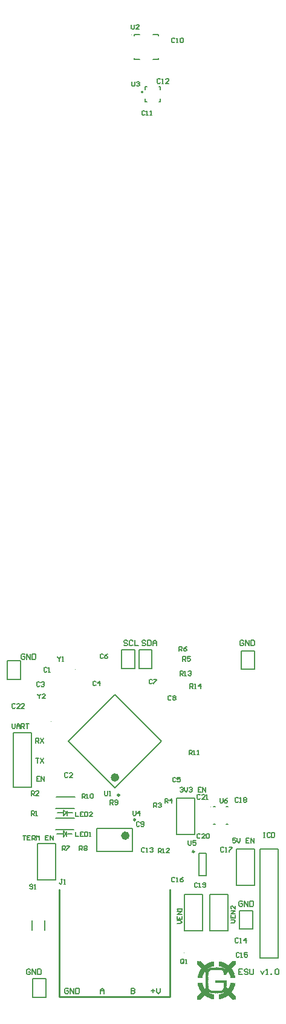
<source format=gbr>
%TF.GenerationSoftware,Altium Limited,Altium Designer,19.1.5 (86)*%
G04 Layer_Color=65535*
%FSLAX26Y26*%
%MOIN*%
%TF.FileFunction,Legend,Top*%
%TF.Part,Single*%
G01*
G75*
%TA.AperFunction,NonConductor*%
%ADD47C,0.003937*%
%ADD48C,0.009842*%
%ADD49C,0.023622*%
%ADD50C,0.007874*%
%ADD51C,0.005000*%
%ADD52C,0.005906*%
%ADD53C,0.010000*%
G36*
X4541748Y1521649D02*
X4542040D01*
Y1521357D01*
X4542332D01*
Y1521065D01*
X4542040D01*
Y1521357D01*
X4541748D01*
Y1521065D01*
X4542040D01*
Y1520773D01*
X4542332D01*
Y1520480D01*
X4542040D01*
Y1520188D01*
X4542332D01*
Y1519896D01*
X4542040D01*
Y1520188D01*
X4541748D01*
Y1519896D01*
X4542040D01*
Y1519604D01*
X4542332D01*
Y1519312D01*
X4542040D01*
Y1519020D01*
X4542332D01*
Y1518727D01*
X4542040D01*
Y1519020D01*
X4541748D01*
Y1518727D01*
X4542040D01*
Y1518435D01*
X4542332D01*
Y1518143D01*
X4542040D01*
Y1517851D01*
X4542332D01*
Y1517559D01*
X4542040D01*
Y1517851D01*
X4541748D01*
Y1517559D01*
X4542040D01*
Y1517266D01*
X4542332D01*
Y1516974D01*
X4542040D01*
Y1516682D01*
X4542332D01*
Y1516390D01*
X4542040D01*
Y1516682D01*
X4541748D01*
Y1516390D01*
X4542040D01*
Y1516098D01*
X4542332D01*
Y1515805D01*
X4542040D01*
Y1515513D01*
X4542332D01*
Y1515221D01*
X4542040D01*
Y1515513D01*
X4541748D01*
Y1515221D01*
X4542040D01*
Y1514929D01*
X4542332D01*
Y1514637D01*
X4542040D01*
Y1514345D01*
X4542332D01*
Y1514053D01*
X4542040D01*
Y1514345D01*
X4541748D01*
Y1514053D01*
X4542040D01*
Y1513760D01*
X4542332D01*
Y1513468D01*
X4542040D01*
Y1513176D01*
X4542332D01*
Y1512884D01*
X4542040D01*
Y1513176D01*
X4541748D01*
Y1512884D01*
X4542040D01*
Y1512592D01*
X4542332D01*
Y1512300D01*
X4542040D01*
Y1512007D01*
X4542332D01*
Y1511715D01*
X4542040D01*
Y1512007D01*
X4541748D01*
Y1511715D01*
X4542040D01*
Y1511423D01*
X4542332D01*
Y1511131D01*
X4542040D01*
Y1510839D01*
X4542332D01*
Y1510546D01*
X4542040D01*
Y1510839D01*
X4541748D01*
Y1510546D01*
X4542040D01*
Y1510254D01*
X4542332D01*
Y1509962D01*
X4542040D01*
Y1509670D01*
X4542332D01*
Y1509378D01*
X4542040D01*
Y1509670D01*
X4541748D01*
Y1509378D01*
X4542040D01*
Y1509085D01*
X4542332D01*
Y1508793D01*
X4542040D01*
Y1508501D01*
X4542332D01*
Y1508209D01*
X4542040D01*
Y1508501D01*
X4541748D01*
Y1508209D01*
X4542040D01*
Y1507917D01*
X4542332D01*
Y1507625D01*
X4542040D01*
Y1507332D01*
X4542332D01*
Y1507040D01*
X4542040D01*
Y1507332D01*
X4541748D01*
Y1507040D01*
X4542040D01*
Y1506748D01*
X4542332D01*
Y1506456D01*
X4542040D01*
Y1506164D01*
X4542332D01*
Y1505872D01*
X4542040D01*
Y1506164D01*
X4541748D01*
Y1505872D01*
X4542040D01*
Y1505579D01*
X4542332D01*
Y1505287D01*
X4542040D01*
Y1504995D01*
X4542332D01*
Y1504703D01*
X4542040D01*
Y1504995D01*
X4541748D01*
Y1504703D01*
X4542040D01*
Y1504411D01*
X4542332D01*
Y1504119D01*
X4542040D01*
Y1503826D01*
X4542332D01*
Y1503534D01*
X4542040D01*
Y1503826D01*
X4541748D01*
Y1503534D01*
X4541456D01*
Y1503242D01*
X4541748D01*
Y1502950D01*
X4541456D01*
Y1503242D01*
X4541164D01*
Y1502950D01*
X4540872D01*
Y1502658D01*
X4541164D01*
Y1502365D01*
X4540872D01*
Y1502658D01*
X4540579D01*
Y1502365D01*
X4540287D01*
Y1502073D01*
X4540579D01*
Y1501781D01*
X4540287D01*
Y1502073D01*
X4539995D01*
Y1501781D01*
X4539703D01*
Y1501489D01*
X4539995D01*
Y1501197D01*
X4539703D01*
Y1501489D01*
X4539411D01*
Y1501197D01*
X4539118D01*
Y1500905D01*
X4539411D01*
Y1500612D01*
X4539118D01*
Y1500905D01*
X4538826D01*
Y1500612D01*
X4538534D01*
Y1500320D01*
X4538826D01*
Y1500028D01*
X4538534D01*
Y1500320D01*
X4538242D01*
Y1500028D01*
X4537950D01*
Y1499736D01*
X4538242D01*
Y1499444D01*
X4537950D01*
Y1499736D01*
X4537658D01*
Y1499444D01*
X4537366D01*
Y1499151D01*
X4537658D01*
Y1498859D01*
X4537366D01*
Y1499151D01*
X4537073D01*
Y1498859D01*
X4536781D01*
Y1498567D01*
X4537073D01*
Y1498275D01*
X4536781D01*
Y1498567D01*
X4536489D01*
Y1498275D01*
X4536197D01*
Y1497983D01*
X4536489D01*
Y1497691D01*
X4536197D01*
Y1497983D01*
X4535904D01*
Y1497691D01*
X4535612D01*
Y1497399D01*
X4535904D01*
Y1497106D01*
X4535612D01*
Y1497399D01*
X4535320D01*
Y1497106D01*
X4535028D01*
Y1496814D01*
X4535320D01*
Y1496522D01*
X4535028D01*
Y1496814D01*
X4534736D01*
Y1496522D01*
X4534444D01*
Y1496230D01*
X4534736D01*
Y1495938D01*
X4534444D01*
Y1496230D01*
X4534151D01*
Y1495938D01*
X4533859D01*
Y1495646D01*
X4534151D01*
Y1495353D01*
X4533859D01*
Y1495646D01*
X4533567D01*
Y1495353D01*
X4533275D01*
Y1495061D01*
X4533567D01*
Y1494769D01*
X4533275D01*
Y1495061D01*
X4532983D01*
Y1494769D01*
X4532691D01*
Y1494477D01*
X4532983D01*
Y1494185D01*
X4532691D01*
Y1494477D01*
X4532399D01*
Y1494185D01*
X4532106D01*
Y1493892D01*
X4532399D01*
Y1493600D01*
X4532106D01*
Y1493892D01*
X4531814D01*
Y1493600D01*
X4531522D01*
Y1493308D01*
X4531814D01*
Y1493016D01*
X4531522D01*
Y1493308D01*
X4531230D01*
Y1493016D01*
X4530938D01*
Y1492724D01*
X4531230D01*
Y1492431D01*
X4530938D01*
Y1492724D01*
X4530645D01*
Y1492431D01*
X4530353D01*
Y1492139D01*
X4530645D01*
Y1491847D01*
X4530353D01*
Y1492139D01*
X4530061D01*
Y1491847D01*
X4529769D01*
Y1491555D01*
X4530061D01*
Y1491263D01*
X4529769D01*
Y1491555D01*
X4529477D01*
Y1491263D01*
X4529185D01*
Y1490970D01*
X4529477D01*
Y1490678D01*
X4529185D01*
Y1490970D01*
X4528892D01*
Y1490678D01*
X4528600D01*
Y1490386D01*
X4528892D01*
Y1490094D01*
X4528600D01*
Y1490386D01*
X4528308D01*
Y1490094D01*
X4528016D01*
Y1489802D01*
X4528308D01*
Y1489510D01*
X4528016D01*
Y1489802D01*
X4527724D01*
Y1489510D01*
X4527431D01*
Y1489217D01*
X4527724D01*
Y1488925D01*
X4527431D01*
Y1489217D01*
X4527139D01*
Y1488925D01*
X4526847D01*
Y1488633D01*
X4527139D01*
Y1488341D01*
X4526847D01*
Y1488633D01*
X4526555D01*
Y1488341D01*
X4526263D01*
Y1488049D01*
X4526555D01*
Y1487757D01*
X4526263D01*
Y1488049D01*
X4525971D01*
Y1487757D01*
X4525678D01*
Y1487465D01*
X4525971D01*
Y1487172D01*
X4525678D01*
Y1487465D01*
X4525386D01*
Y1487172D01*
X4525094D01*
Y1486880D01*
X4525386D01*
Y1486588D01*
X4525094D01*
Y1486880D01*
X4524802D01*
Y1486588D01*
X4524510D01*
Y1486296D01*
X4524802D01*
Y1486004D01*
X4524510D01*
Y1486296D01*
X4524217D01*
Y1486004D01*
X4523925D01*
Y1485711D01*
X4524217D01*
Y1485419D01*
X4523925D01*
Y1485711D01*
X4523633D01*
Y1485419D01*
X4523341D01*
Y1485127D01*
X4523633D01*
Y1484835D01*
X4523341D01*
Y1485127D01*
X4523049D01*
Y1484835D01*
X4522757D01*
Y1484543D01*
X4523049D01*
Y1484251D01*
X4522757D01*
Y1484543D01*
X4522464D01*
Y1484251D01*
X4522172D01*
Y1483958D01*
X4522464D01*
Y1483666D01*
X4522172D01*
Y1483958D01*
X4521880D01*
Y1483666D01*
X4521588D01*
Y1483374D01*
X4521880D01*
Y1483082D01*
X4521588D01*
Y1483374D01*
X4521296D01*
Y1483082D01*
X4521004D01*
Y1482790D01*
X4521296D01*
Y1482498D01*
X4521004D01*
Y1482790D01*
X4520712D01*
Y1482498D01*
X4520419D01*
Y1482205D01*
X4520712D01*
Y1481913D01*
X4520419D01*
Y1482205D01*
X4520127D01*
Y1481913D01*
X4519835D01*
Y1481621D01*
X4520127D01*
Y1481329D01*
X4519835D01*
Y1481037D01*
X4520127D01*
Y1480744D01*
X4520419D01*
Y1480452D01*
X4520712D01*
Y1480160D01*
X4521004D01*
Y1479868D01*
X4521296D01*
Y1479576D01*
X4521588D01*
Y1479284D01*
X4521880D01*
Y1478991D01*
X4521588D01*
Y1478699D01*
X4521880D01*
Y1478407D01*
X4522172D01*
Y1478115D01*
X4522464D01*
Y1477823D01*
X4522757D01*
Y1477531D01*
X4523049D01*
Y1477238D01*
X4523341D01*
Y1476946D01*
X4523633D01*
Y1476654D01*
X4523341D01*
Y1476946D01*
X4523049D01*
Y1477238D01*
X4522757D01*
Y1476946D01*
X4523049D01*
Y1476654D01*
X4523341D01*
Y1476362D01*
X4523633D01*
Y1476070D01*
X4523925D01*
Y1475777D01*
X4524217D01*
Y1475485D01*
X4523925D01*
Y1475193D01*
X4524802D01*
Y1474901D01*
X4524510D01*
Y1474609D01*
X4524802D01*
Y1474316D01*
X4525094D01*
Y1474024D01*
X4525386D01*
Y1473732D01*
X4525678D01*
Y1473440D01*
X4525971D01*
Y1473148D01*
X4525678D01*
Y1473440D01*
X4525386D01*
Y1473732D01*
X4525094D01*
Y1473440D01*
X4525386D01*
Y1473148D01*
X4525678D01*
Y1472856D01*
X4525971D01*
Y1472563D01*
X4526263D01*
Y1472271D01*
X4526555D01*
Y1471979D01*
X4526263D01*
Y1471687D01*
X4526555D01*
Y1471395D01*
X4526847D01*
Y1471103D01*
X4527139D01*
Y1470811D01*
X4527431D01*
Y1470518D01*
X4527724D01*
Y1470226D01*
X4527431D01*
Y1470518D01*
X4527139D01*
Y1470811D01*
X4526847D01*
Y1470518D01*
X4527139D01*
Y1470226D01*
X4527431D01*
Y1469934D01*
X4527724D01*
Y1469642D01*
X4528016D01*
Y1469350D01*
X4528308D01*
Y1469057D01*
X4528016D01*
Y1468765D01*
X4528308D01*
Y1468473D01*
X4528600D01*
Y1468181D01*
X4528892D01*
Y1467889D01*
X4529185D01*
Y1467597D01*
X4529477D01*
Y1467304D01*
X4529185D01*
Y1467597D01*
X4528892D01*
Y1467889D01*
X4528600D01*
Y1467597D01*
X4528892D01*
Y1467304D01*
X4529185D01*
Y1467012D01*
X4529477D01*
Y1466720D01*
X4529185D01*
Y1466428D01*
X4529477D01*
Y1466136D01*
X4529769D01*
Y1465843D01*
X4530061D01*
Y1465551D01*
X4530353D01*
Y1465259D01*
X4530645D01*
Y1464967D01*
X4530353D01*
Y1465259D01*
X4530061D01*
Y1465551D01*
X4529769D01*
Y1465259D01*
X4530061D01*
Y1464967D01*
X4530353D01*
Y1464675D01*
X4530645D01*
Y1464383D01*
X4530353D01*
Y1464090D01*
X4530645D01*
Y1463798D01*
X4530938D01*
Y1463506D01*
X4531230D01*
Y1463214D01*
X4531522D01*
Y1462922D01*
X4531814D01*
Y1462630D01*
X4531522D01*
Y1462922D01*
X4531230D01*
Y1463214D01*
X4530938D01*
Y1462922D01*
X4531230D01*
Y1462630D01*
X4531522D01*
Y1462337D01*
X4531814D01*
Y1462045D01*
X4531522D01*
Y1461753D01*
X4531814D01*
Y1461461D01*
X4532106D01*
Y1461169D01*
X4532399D01*
Y1460877D01*
X4532106D01*
Y1460584D01*
X4532399D01*
Y1460292D01*
X4532691D01*
Y1460000D01*
X4532983D01*
Y1459708D01*
X4532691D01*
Y1459416D01*
X4532983D01*
Y1459123D01*
X4533275D01*
Y1458831D01*
X4533567D01*
Y1458539D01*
X4533275D01*
Y1458831D01*
X4532983D01*
Y1458539D01*
X4533275D01*
Y1458247D01*
X4533567D01*
Y1457955D01*
X4533275D01*
Y1457662D01*
X4534151D01*
Y1457370D01*
X4533859D01*
Y1457078D01*
X4534151D01*
Y1456786D01*
X4533859D01*
Y1456494D01*
X4534151D01*
Y1456202D01*
X4534444D01*
Y1455910D01*
X4534736D01*
Y1455617D01*
X4534444D01*
Y1455325D01*
X4534736D01*
Y1455033D01*
X4535028D01*
Y1454741D01*
X4535320D01*
Y1454449D01*
X4535028D01*
Y1454741D01*
X4534736D01*
Y1455033D01*
X4534444D01*
Y1454741D01*
X4534736D01*
Y1454449D01*
X4535028D01*
Y1454157D01*
X4535320D01*
Y1453864D01*
X4535028D01*
Y1453572D01*
X4535320D01*
Y1453280D01*
X4535612D01*
Y1452988D01*
X4535904D01*
Y1452696D01*
X4535612D01*
Y1452403D01*
X4535904D01*
Y1452111D01*
X4535612D01*
Y1451819D01*
X4535904D01*
Y1451527D01*
X4536197D01*
Y1451235D01*
X4536489D01*
Y1450943D01*
X4536197D01*
Y1451235D01*
X4535904D01*
Y1450943D01*
X4536197D01*
Y1450650D01*
X4536489D01*
Y1450358D01*
X4536197D01*
Y1450066D01*
X4536489D01*
Y1449774D01*
X4536781D01*
Y1449482D01*
X4537073D01*
Y1449189D01*
X4536781D01*
Y1448897D01*
X4537073D01*
Y1448605D01*
X4536781D01*
Y1448313D01*
X4537073D01*
Y1448021D01*
X4537366D01*
Y1447729D01*
X4537658D01*
Y1447436D01*
X4537366D01*
Y1447729D01*
X4537073D01*
Y1447436D01*
X4537366D01*
Y1447144D01*
X4537658D01*
Y1446852D01*
X4537366D01*
Y1446560D01*
X4537658D01*
Y1446268D01*
X4537950D01*
Y1445976D01*
X4538242D01*
Y1445684D01*
X4537950D01*
Y1445976D01*
X4537658D01*
Y1446268D01*
X4537366D01*
Y1445976D01*
X4537658D01*
Y1445684D01*
X4537950D01*
Y1445391D01*
X4538242D01*
Y1445099D01*
X4537950D01*
Y1444807D01*
X4538242D01*
Y1444515D01*
X4538534D01*
Y1444223D01*
X4538826D01*
Y1443930D01*
X4538534D01*
Y1444223D01*
X4538242D01*
Y1444515D01*
X4537950D01*
Y1444223D01*
X4538242D01*
Y1443930D01*
X4538534D01*
Y1443638D01*
X4538826D01*
Y1443346D01*
X4538534D01*
Y1443054D01*
X4538826D01*
Y1442762D01*
X4538534D01*
Y1442469D01*
X4538826D01*
Y1442177D01*
X4538534D01*
Y1441885D01*
X4538826D01*
Y1441593D01*
X4539118D01*
Y1441301D01*
X4539411D01*
Y1441008D01*
X4539118D01*
Y1441301D01*
X4538826D01*
Y1441593D01*
X4538534D01*
Y1441301D01*
X4538826D01*
Y1441008D01*
X4539118D01*
Y1440716D01*
X4539411D01*
Y1440424D01*
X4539118D01*
Y1440132D01*
X4539411D01*
Y1439840D01*
X4539118D01*
Y1439548D01*
X4539411D01*
Y1439256D01*
X4539118D01*
Y1438963D01*
X4539995D01*
Y1438671D01*
X4539703D01*
Y1438379D01*
X4539995D01*
Y1438087D01*
X4539703D01*
Y1438379D01*
X4539411D01*
Y1438087D01*
X4539703D01*
Y1437795D01*
X4539995D01*
Y1437503D01*
X4539703D01*
Y1437210D01*
X4539995D01*
Y1436918D01*
X4539703D01*
Y1436626D01*
X4539995D01*
Y1436334D01*
X4540287D01*
Y1436042D01*
X4539995D01*
Y1436334D01*
X4539703D01*
Y1436042D01*
X4539995D01*
Y1435749D01*
X4540287D01*
Y1435457D01*
X4540579D01*
Y1435165D01*
X4540287D01*
Y1435457D01*
X4539995D01*
Y1435165D01*
X4540287D01*
Y1434873D01*
X4540579D01*
Y1434581D01*
X4540287D01*
Y1434289D01*
X4540579D01*
Y1433996D01*
X4540287D01*
Y1433704D01*
X4540579D01*
Y1433412D01*
X4540287D01*
Y1433120D01*
X4540579D01*
Y1432828D01*
X4540872D01*
Y1432535D01*
X4541164D01*
Y1432243D01*
X4540872D01*
Y1432535D01*
X4540579D01*
Y1432828D01*
X4540287D01*
Y1432535D01*
X4540579D01*
Y1432243D01*
X4540872D01*
Y1431951D01*
X4541164D01*
Y1431659D01*
X4540872D01*
Y1431367D01*
X4541164D01*
Y1431075D01*
X4540872D01*
Y1431367D01*
X4540579D01*
Y1431075D01*
X4540872D01*
Y1430782D01*
X4541164D01*
Y1430490D01*
X4540872D01*
Y1430198D01*
X4541164D01*
Y1429906D01*
X4540872D01*
Y1430198D01*
X4540579D01*
Y1429906D01*
X4540287D01*
Y1430198D01*
X4539995D01*
Y1430490D01*
X4539703D01*
Y1430198D01*
X4539995D01*
Y1429906D01*
X4539703D01*
Y1430198D01*
X4539411D01*
Y1429906D01*
X4539118D01*
Y1430198D01*
X4538826D01*
Y1430490D01*
X4538534D01*
Y1430198D01*
X4538826D01*
Y1429906D01*
X4538534D01*
Y1430198D01*
X4538242D01*
Y1429906D01*
X4537950D01*
Y1430198D01*
X4537658D01*
Y1430490D01*
X4537366D01*
Y1430198D01*
X4537658D01*
Y1429906D01*
X4537366D01*
Y1430198D01*
X4537073D01*
Y1429906D01*
X4536781D01*
Y1430198D01*
X4536489D01*
Y1430490D01*
X4536197D01*
Y1430198D01*
X4536489D01*
Y1429906D01*
X4536197D01*
Y1430198D01*
X4535904D01*
Y1429906D01*
X4535612D01*
Y1430198D01*
X4535320D01*
Y1430490D01*
X4535028D01*
Y1430198D01*
X4535320D01*
Y1429906D01*
X4535028D01*
Y1430198D01*
X4534736D01*
Y1429906D01*
X4534444D01*
Y1430198D01*
X4534151D01*
Y1430490D01*
X4533859D01*
Y1430198D01*
X4534151D01*
Y1429906D01*
X4533859D01*
Y1430198D01*
X4533567D01*
Y1429906D01*
X4533275D01*
Y1430198D01*
X4532983D01*
Y1430490D01*
X4532691D01*
Y1430198D01*
X4532983D01*
Y1429906D01*
X4532691D01*
Y1430198D01*
X4532399D01*
Y1429906D01*
X4532106D01*
Y1430198D01*
X4531814D01*
Y1430490D01*
X4531522D01*
Y1430198D01*
X4531814D01*
Y1429906D01*
X4531522D01*
Y1430198D01*
X4531230D01*
Y1429906D01*
X4530938D01*
Y1430198D01*
X4530645D01*
Y1430490D01*
X4530353D01*
Y1430198D01*
X4530645D01*
Y1429906D01*
X4530353D01*
Y1430198D01*
X4530061D01*
Y1429906D01*
X4529769D01*
Y1430198D01*
X4529477D01*
Y1430490D01*
X4529185D01*
Y1430198D01*
X4529477D01*
Y1429906D01*
X4529185D01*
Y1430198D01*
X4528892D01*
Y1429906D01*
X4528600D01*
Y1430198D01*
X4528308D01*
Y1430490D01*
X4528016D01*
Y1430198D01*
X4528308D01*
Y1429906D01*
X4528016D01*
Y1430198D01*
X4527724D01*
Y1429906D01*
X4527431D01*
Y1430198D01*
X4527139D01*
Y1430490D01*
X4526847D01*
Y1430198D01*
X4527139D01*
Y1429906D01*
X4526847D01*
Y1430198D01*
X4526555D01*
Y1429906D01*
X4526263D01*
Y1430198D01*
X4525971D01*
Y1430490D01*
X4525678D01*
Y1430198D01*
X4525971D01*
Y1429906D01*
X4525678D01*
Y1430198D01*
X4525386D01*
Y1429906D01*
X4525094D01*
Y1430198D01*
X4524802D01*
Y1430490D01*
X4524510D01*
Y1430198D01*
X4524802D01*
Y1429906D01*
X4524510D01*
Y1430198D01*
X4524217D01*
Y1429906D01*
X4523925D01*
Y1430198D01*
X4523633D01*
Y1430490D01*
X4523341D01*
Y1430198D01*
X4523633D01*
Y1429906D01*
X4523341D01*
Y1430198D01*
X4523049D01*
Y1429906D01*
X4522757D01*
Y1430198D01*
X4522464D01*
Y1430490D01*
X4522172D01*
Y1430198D01*
X4522464D01*
Y1429906D01*
X4522172D01*
Y1430198D01*
X4521880D01*
Y1429906D01*
X4521588D01*
Y1430198D01*
X4521296D01*
Y1430490D01*
X4521004D01*
Y1430198D01*
X4521296D01*
Y1429906D01*
X4521004D01*
Y1430198D01*
X4520712D01*
Y1429906D01*
X4520419D01*
Y1430198D01*
X4520127D01*
Y1430490D01*
X4519835D01*
Y1430198D01*
X4520127D01*
Y1429906D01*
X4519835D01*
Y1430198D01*
X4519543D01*
Y1429906D01*
X4519251D01*
Y1430198D01*
X4518958D01*
Y1430490D01*
X4518666D01*
Y1430198D01*
X4518958D01*
Y1429906D01*
X4518666D01*
Y1430198D01*
X4518374D01*
Y1429906D01*
X4518082D01*
Y1430198D01*
X4517790D01*
Y1430490D01*
X4517498D01*
Y1430198D01*
X4517790D01*
Y1429906D01*
X4517498D01*
Y1430198D01*
X4517205D01*
Y1429906D01*
X4516913D01*
Y1430198D01*
X4516621D01*
Y1430490D01*
X4516329D01*
Y1430198D01*
X4516621D01*
Y1429906D01*
X4516329D01*
Y1430198D01*
X4516037D01*
Y1429906D01*
X4515744D01*
Y1430198D01*
X4515452D01*
Y1430490D01*
X4515160D01*
Y1430198D01*
X4515452D01*
Y1429906D01*
X4515160D01*
Y1430198D01*
X4514868D01*
Y1429906D01*
X4514576D01*
Y1430198D01*
X4514284D01*
Y1430490D01*
X4513991D01*
Y1430782D01*
X4514284D01*
Y1431075D01*
X4513991D01*
Y1431367D01*
X4513699D01*
Y1431659D01*
X4513407D01*
Y1431951D01*
X4513699D01*
Y1431659D01*
X4513991D01*
Y1431367D01*
X4514284D01*
Y1431659D01*
X4513991D01*
Y1431951D01*
X4514284D01*
Y1432243D01*
X4513991D01*
Y1432535D01*
X4513699D01*
Y1432828D01*
X4513407D01*
Y1433120D01*
X4513699D01*
Y1433412D01*
X4513407D01*
Y1433704D01*
X4513699D01*
Y1433996D01*
X4513407D01*
Y1434289D01*
X4513115D01*
Y1434581D01*
X4512823D01*
Y1434873D01*
X4513115D01*
Y1434581D01*
X4513407D01*
Y1434289D01*
X4513699D01*
Y1434581D01*
X4513407D01*
Y1434873D01*
X4513115D01*
Y1435165D01*
X4512823D01*
Y1435457D01*
X4513115D01*
Y1435165D01*
X4513407D01*
Y1435457D01*
X4513115D01*
Y1435749D01*
X4512823D01*
Y1436042D01*
X4513115D01*
Y1436334D01*
X4512823D01*
Y1436626D01*
X4513115D01*
Y1436918D01*
X4512823D01*
Y1437210D01*
X4512530D01*
Y1437503D01*
X4512238D01*
Y1437795D01*
X4512530D01*
Y1438087D01*
X4512238D01*
Y1438379D01*
X4512530D01*
Y1438671D01*
X4512238D01*
Y1438963D01*
X4512530D01*
Y1439256D01*
X4512238D01*
Y1439548D01*
X4511946D01*
Y1439840D01*
X4511654D01*
Y1440132D01*
X4511946D01*
Y1439840D01*
X4512238D01*
Y1440132D01*
X4511946D01*
Y1440424D01*
X4511654D01*
Y1440716D01*
X4511362D01*
Y1441008D01*
X4511070D01*
Y1441301D01*
X4511362D01*
Y1441008D01*
X4511654D01*
Y1440716D01*
X4511946D01*
Y1441008D01*
X4511654D01*
Y1441301D01*
X4511946D01*
Y1441593D01*
X4511654D01*
Y1441885D01*
X4511362D01*
Y1442177D01*
X4511070D01*
Y1442469D01*
X4511362D01*
Y1442762D01*
X4511070D01*
Y1443054D01*
X4510778D01*
Y1443346D01*
X4510485D01*
Y1443638D01*
X4510778D01*
Y1443346D01*
X4511070D01*
Y1443638D01*
X4510778D01*
Y1443930D01*
X4510485D01*
Y1444223D01*
X4510778D01*
Y1444515D01*
X4510485D01*
Y1444807D01*
X4510193D01*
Y1445099D01*
X4509901D01*
Y1445391D01*
X4510193D01*
Y1445099D01*
X4510485D01*
Y1444807D01*
X4510778D01*
Y1445099D01*
X4510485D01*
Y1445391D01*
X4510193D01*
Y1445684D01*
X4509901D01*
Y1445976D01*
X4510193D01*
Y1446268D01*
X4509901D01*
Y1446560D01*
X4509609D01*
Y1446852D01*
X4509316D01*
Y1447144D01*
X4509609D01*
Y1447436D01*
X4509316D01*
Y1447729D01*
X4509025D01*
Y1448021D01*
X4508732D01*
Y1448313D01*
X4509025D01*
Y1448605D01*
X4508732D01*
Y1448897D01*
X4509025D01*
Y1449189D01*
X4508732D01*
Y1449482D01*
X4508440D01*
Y1449774D01*
X4508148D01*
Y1450066D01*
X4508440D01*
Y1450358D01*
X4508148D01*
Y1450650D01*
X4507855D01*
Y1450943D01*
X4507563D01*
Y1451235D01*
X4507855D01*
Y1450943D01*
X4508148D01*
Y1450650D01*
X4508440D01*
Y1450943D01*
X4508148D01*
Y1451235D01*
X4507855D01*
Y1451527D01*
X4507563D01*
Y1451819D01*
X4507271D01*
Y1452111D01*
X4506979D01*
Y1452403D01*
X4507271D01*
Y1452696D01*
X4506979D01*
Y1452988D01*
X4507271D01*
Y1453280D01*
X4506979D01*
Y1453572D01*
X4506687D01*
Y1453864D01*
X4506395D01*
Y1454157D01*
X4506103D01*
Y1454449D01*
X4505810D01*
Y1454741D01*
X4506103D01*
Y1455033D01*
X4505810D01*
Y1455325D01*
X4506103D01*
Y1455617D01*
X4505810D01*
Y1455910D01*
X4505518D01*
Y1456202D01*
X4505226D01*
Y1456494D01*
X4504934D01*
Y1456786D01*
X4504642D01*
Y1457078D01*
X4504934D01*
Y1457370D01*
X4504642D01*
Y1457662D01*
X4504350D01*
Y1457955D01*
X4504057D01*
Y1458247D01*
X4504350D01*
Y1458539D01*
X4504057D01*
Y1458831D01*
X4503765D01*
Y1459123D01*
X4503473D01*
Y1459416D01*
X4503181D01*
Y1459708D01*
X4502889D01*
Y1460000D01*
X4503181D01*
Y1460292D01*
X4502889D01*
Y1460584D01*
X4502597D01*
Y1460877D01*
X4502304D01*
Y1461169D01*
X4502597D01*
Y1461461D01*
X4502304D01*
Y1461753D01*
X4502012D01*
Y1462045D01*
X4501720D01*
Y1462337D01*
X4501428D01*
Y1462630D01*
X4501136D01*
Y1462922D01*
X4500843D01*
Y1462630D01*
X4500551D01*
Y1462337D01*
X4500843D01*
Y1462045D01*
X4500551D01*
Y1462337D01*
X4500259D01*
Y1462045D01*
X4499967D01*
Y1461753D01*
X4500259D01*
Y1461461D01*
X4499967D01*
Y1461753D01*
X4499675D01*
Y1461461D01*
X4499383D01*
Y1461169D01*
X4499675D01*
Y1460877D01*
X4499383D01*
Y1461169D01*
X4499090D01*
Y1460877D01*
X4498798D01*
Y1460584D01*
X4499090D01*
Y1460292D01*
X4498798D01*
Y1460584D01*
X4498506D01*
Y1460292D01*
X4498214D01*
Y1460000D01*
X4498506D01*
Y1459708D01*
X4498214D01*
Y1460000D01*
X4497922D01*
Y1459708D01*
X4497629D01*
Y1459416D01*
X4497922D01*
Y1459123D01*
X4497629D01*
Y1459416D01*
X4497337D01*
Y1459123D01*
X4497045D01*
Y1458831D01*
X4497337D01*
Y1458539D01*
X4497045D01*
Y1458831D01*
X4496753D01*
Y1458539D01*
X4496461D01*
Y1458247D01*
X4496753D01*
Y1457955D01*
X4496461D01*
Y1458247D01*
X4496169D01*
Y1457955D01*
X4495877D01*
Y1457662D01*
X4496169D01*
Y1457370D01*
X4495877D01*
Y1457662D01*
X4495584D01*
Y1457370D01*
X4495292D01*
Y1457078D01*
X4495584D01*
Y1456786D01*
X4495292D01*
Y1457078D01*
X4495000D01*
Y1456786D01*
X4494708D01*
Y1456494D01*
X4495000D01*
Y1456202D01*
X4494708D01*
Y1456494D01*
X4494416D01*
Y1456202D01*
X4494123D01*
Y1455910D01*
X4494416D01*
Y1455617D01*
X4494123D01*
Y1455910D01*
X4493831D01*
Y1455617D01*
X4493539D01*
Y1455325D01*
X4493831D01*
Y1455033D01*
X4493539D01*
Y1455325D01*
X4493247D01*
Y1455033D01*
X4492955D01*
Y1454741D01*
X4493247D01*
Y1454449D01*
X4492955D01*
Y1454741D01*
X4492663D01*
Y1454449D01*
X4492370D01*
Y1454157D01*
X4492663D01*
Y1453864D01*
X4492370D01*
Y1454157D01*
X4492078D01*
Y1453864D01*
X4491786D01*
Y1453572D01*
X4492078D01*
Y1453280D01*
X4491786D01*
Y1453572D01*
X4491494D01*
Y1453280D01*
X4491202D01*
Y1452988D01*
X4491494D01*
Y1452696D01*
X4491786D01*
Y1452403D01*
X4492078D01*
Y1452111D01*
X4491786D01*
Y1452403D01*
X4491494D01*
Y1452696D01*
X4491202D01*
Y1452403D01*
X4491494D01*
Y1452111D01*
X4491202D01*
Y1451819D01*
X4491494D01*
Y1451527D01*
X4491786D01*
Y1451235D01*
X4492078D01*
Y1450943D01*
X4491786D01*
Y1451235D01*
X4491494D01*
Y1451527D01*
X4491202D01*
Y1451235D01*
X4491494D01*
Y1450943D01*
X4491202D01*
Y1450650D01*
X4491494D01*
Y1450358D01*
X4491786D01*
Y1450066D01*
X4492078D01*
Y1449774D01*
X4491786D01*
Y1450066D01*
X4491494D01*
Y1450358D01*
X4491202D01*
Y1450066D01*
X4491494D01*
Y1449774D01*
X4491202D01*
Y1449482D01*
X4491494D01*
Y1449189D01*
X4491786D01*
Y1448897D01*
X4492078D01*
Y1448605D01*
X4491786D01*
Y1448897D01*
X4491494D01*
Y1449189D01*
X4491202D01*
Y1448897D01*
X4491494D01*
Y1448605D01*
X4491202D01*
Y1448313D01*
X4491494D01*
Y1448021D01*
X4491786D01*
Y1447729D01*
X4492078D01*
Y1447436D01*
X4491786D01*
Y1447729D01*
X4491494D01*
Y1448021D01*
X4491202D01*
Y1447729D01*
X4491494D01*
Y1447436D01*
X4491202D01*
Y1447144D01*
X4491494D01*
Y1446852D01*
X4491786D01*
Y1446560D01*
X4492078D01*
Y1446268D01*
X4491786D01*
Y1446560D01*
X4491494D01*
Y1446852D01*
X4491202D01*
Y1446560D01*
X4491494D01*
Y1446268D01*
X4491202D01*
Y1445976D01*
X4491494D01*
Y1445684D01*
X4491202D01*
Y1445976D01*
X4490909D01*
Y1446268D01*
X4490617D01*
Y1445976D01*
X4490909D01*
Y1445684D01*
X4490617D01*
Y1445976D01*
X4490325D01*
Y1446268D01*
X4490033D01*
Y1445976D01*
X4490325D01*
Y1445684D01*
X4490033D01*
Y1445976D01*
X4489741D01*
Y1446268D01*
X4489449D01*
Y1445976D01*
X4489741D01*
Y1445684D01*
X4489449D01*
Y1445976D01*
X4489157D01*
Y1446268D01*
X4488864D01*
Y1445976D01*
X4489157D01*
Y1445684D01*
X4488864D01*
Y1445976D01*
X4488572D01*
Y1446268D01*
X4488280D01*
Y1445976D01*
X4488572D01*
Y1445684D01*
X4488280D01*
Y1445976D01*
X4487988D01*
Y1446268D01*
X4487696D01*
Y1445976D01*
X4487988D01*
Y1445684D01*
X4487696D01*
Y1445976D01*
X4487403D01*
Y1446268D01*
X4487111D01*
Y1445976D01*
X4487403D01*
Y1445684D01*
X4487111D01*
Y1445976D01*
X4486819D01*
Y1446268D01*
X4486527D01*
Y1445976D01*
X4486819D01*
Y1445684D01*
X4486527D01*
Y1445976D01*
X4486235D01*
Y1446268D01*
X4485943D01*
Y1445976D01*
X4486235D01*
Y1445684D01*
X4485943D01*
Y1445976D01*
X4485650D01*
Y1446268D01*
X4485358D01*
Y1445976D01*
X4485650D01*
Y1445684D01*
X4485358D01*
Y1445976D01*
X4485066D01*
Y1446268D01*
X4484774D01*
Y1445976D01*
X4485066D01*
Y1445684D01*
X4484774D01*
Y1445976D01*
X4484482D01*
Y1446268D01*
X4484189D01*
Y1445976D01*
X4484482D01*
Y1445684D01*
X4484189D01*
Y1445976D01*
X4483897D01*
Y1446268D01*
X4483605D01*
Y1445976D01*
X4483897D01*
Y1445684D01*
X4483605D01*
Y1445976D01*
X4483313D01*
Y1446268D01*
X4483021D01*
Y1445976D01*
X4483313D01*
Y1445684D01*
X4483021D01*
Y1445976D01*
X4482729D01*
Y1446268D01*
X4482436D01*
Y1445976D01*
X4482729D01*
Y1445684D01*
X4482436D01*
Y1445976D01*
X4482144D01*
Y1446268D01*
X4481852D01*
Y1445976D01*
X4482144D01*
Y1445684D01*
X4481852D01*
Y1445976D01*
X4481560D01*
Y1446268D01*
X4481268D01*
Y1445976D01*
X4481560D01*
Y1445684D01*
X4481268D01*
Y1445976D01*
X4480975D01*
Y1446268D01*
X4480683D01*
Y1445976D01*
X4480975D01*
Y1445684D01*
X4480683D01*
Y1445976D01*
X4480391D01*
Y1446268D01*
X4480099D01*
Y1445976D01*
X4480391D01*
Y1445684D01*
X4480099D01*
Y1445976D01*
X4479807D01*
Y1446268D01*
X4479515D01*
Y1445976D01*
X4479807D01*
Y1445684D01*
X4479515D01*
Y1445976D01*
X4479223D01*
Y1446268D01*
X4478930D01*
Y1445976D01*
X4479223D01*
Y1445684D01*
X4478930D01*
Y1445976D01*
X4478638D01*
Y1446268D01*
X4478346D01*
Y1445976D01*
X4478638D01*
Y1445684D01*
X4478346D01*
Y1445976D01*
X4478054D01*
Y1446268D01*
X4477762D01*
Y1445976D01*
X4478054D01*
Y1445684D01*
X4477762D01*
Y1445976D01*
X4477469D01*
Y1446268D01*
X4477177D01*
Y1445976D01*
X4477469D01*
Y1445684D01*
X4477177D01*
Y1445976D01*
X4476885D01*
Y1446268D01*
X4476593D01*
Y1445976D01*
X4476885D01*
Y1445684D01*
X4476593D01*
Y1445976D01*
X4476301D01*
Y1446268D01*
X4476008D01*
Y1445976D01*
X4476301D01*
Y1445684D01*
X4476008D01*
Y1445976D01*
X4475716D01*
Y1446268D01*
X4475424D01*
Y1446560D01*
X4475716D01*
Y1446852D01*
X4475424D01*
Y1447144D01*
X4475716D01*
Y1447436D01*
X4475424D01*
Y1447729D01*
X4475716D01*
Y1448021D01*
X4475424D01*
Y1448313D01*
X4475716D01*
Y1448605D01*
X4475424D01*
Y1448897D01*
X4475716D01*
Y1449189D01*
X4475424D01*
Y1449482D01*
X4475716D01*
Y1449774D01*
X4475424D01*
Y1450066D01*
X4475716D01*
Y1450358D01*
X4475424D01*
Y1450650D01*
X4475716D01*
Y1450943D01*
X4475424D01*
Y1451235D01*
X4475716D01*
Y1451527D01*
X4475424D01*
Y1451819D01*
X4475716D01*
Y1452111D01*
X4475424D01*
Y1452403D01*
X4475716D01*
Y1452696D01*
X4475424D01*
Y1452988D01*
X4475716D01*
Y1453280D01*
X4475424D01*
Y1453572D01*
X4475132D01*
Y1453864D01*
X4474840D01*
Y1454157D01*
X4475132D01*
Y1453864D01*
X4475424D01*
Y1453572D01*
X4475716D01*
Y1453864D01*
X4475424D01*
Y1454157D01*
X4475716D01*
Y1454449D01*
X4475424D01*
Y1454741D01*
X4475132D01*
Y1455033D01*
X4474840D01*
Y1455325D01*
X4475132D01*
Y1455033D01*
X4475424D01*
Y1454741D01*
X4475716D01*
Y1455033D01*
X4475424D01*
Y1455325D01*
X4475132D01*
Y1455617D01*
X4474840D01*
Y1455910D01*
X4475132D01*
Y1455617D01*
X4475424D01*
Y1455325D01*
X4475716D01*
Y1455617D01*
X4475424D01*
Y1455910D01*
X4475132D01*
Y1456202D01*
X4474840D01*
Y1456494D01*
X4475132D01*
Y1456786D01*
X4474840D01*
Y1457078D01*
X4475132D01*
Y1456786D01*
X4475424D01*
Y1457078D01*
X4475132D01*
Y1457370D01*
X4474840D01*
Y1457662D01*
X4475132D01*
Y1457955D01*
X4474840D01*
Y1458247D01*
X4475132D01*
Y1458539D01*
X4474840D01*
Y1458831D01*
X4475132D01*
Y1459123D01*
X4474840D01*
Y1459416D01*
X4474548D01*
Y1459708D01*
X4474256D01*
Y1460000D01*
X4474548D01*
Y1459708D01*
X4474840D01*
Y1460000D01*
X4474548D01*
Y1460292D01*
X4474256D01*
Y1460584D01*
X4474548D01*
Y1460877D01*
X4474256D01*
Y1461169D01*
X4474548D01*
Y1461461D01*
X4474256D01*
Y1461753D01*
X4473963D01*
Y1462045D01*
X4473671D01*
Y1462337D01*
X4473963D01*
Y1462045D01*
X4474256D01*
Y1461753D01*
X4474548D01*
Y1462045D01*
X4474256D01*
Y1462337D01*
X4473963D01*
Y1462630D01*
X4473671D01*
Y1462922D01*
X4473963D01*
Y1462630D01*
X4474256D01*
Y1462337D01*
X4474548D01*
Y1462630D01*
X4474256D01*
Y1462922D01*
X4473963D01*
Y1463214D01*
X4473671D01*
Y1463506D01*
X4473963D01*
Y1463798D01*
X4473671D01*
Y1464090D01*
X4473379D01*
Y1464383D01*
X4473087D01*
Y1464675D01*
X4473379D01*
Y1464967D01*
X4473087D01*
Y1465259D01*
X4472795D01*
Y1465551D01*
X4472502D01*
Y1465843D01*
X4472795D01*
Y1466136D01*
X4472502D01*
Y1466428D01*
X4472210D01*
Y1466720D01*
X4471918D01*
Y1467012D01*
X4472210D01*
Y1466720D01*
X4472502D01*
Y1466428D01*
X4472795D01*
Y1466720D01*
X4472502D01*
Y1467012D01*
X4472210D01*
Y1467304D01*
X4471918D01*
Y1467597D01*
X4471626D01*
Y1467889D01*
X4471334D01*
Y1468181D01*
X4471042D01*
Y1468473D01*
X4470749D01*
Y1468765D01*
X4470457D01*
Y1469057D01*
X4470165D01*
Y1469350D01*
X4469873D01*
Y1469642D01*
X4469581D01*
Y1469934D01*
X4469288D01*
Y1470226D01*
X4468996D01*
Y1470518D01*
X4468704D01*
Y1470811D01*
X4468412D01*
Y1471103D01*
X4468120D01*
Y1470811D01*
X4467828D01*
Y1471103D01*
X4467535D01*
Y1471395D01*
X4467243D01*
Y1471103D01*
X4467535D01*
Y1470811D01*
X4467243D01*
Y1471103D01*
X4466951D01*
Y1471395D01*
X4466659D01*
Y1471687D01*
X4466367D01*
Y1471979D01*
X4466074D01*
Y1471687D01*
X4466367D01*
Y1471395D01*
X4466074D01*
Y1471687D01*
X4465782D01*
Y1471979D01*
X4465490D01*
Y1471687D01*
X4465782D01*
Y1471395D01*
X4465490D01*
Y1471687D01*
X4465198D01*
Y1471979D01*
X4464906D01*
Y1472271D01*
X4464614D01*
Y1472563D01*
X4464322D01*
Y1472271D01*
X4464614D01*
Y1471979D01*
X4464322D01*
Y1472271D01*
X4464029D01*
Y1472563D01*
X4463737D01*
Y1472271D01*
X4464029D01*
Y1471979D01*
X4463737D01*
Y1472271D01*
X4463445D01*
Y1472563D01*
X4461984D01*
Y1472856D01*
X4461692D01*
Y1473148D01*
X4461400D01*
Y1472856D01*
X4461692D01*
Y1472563D01*
X4461400D01*
Y1472856D01*
X4461108D01*
Y1473148D01*
X4460815D01*
Y1472856D01*
X4461108D01*
Y1472563D01*
X4460815D01*
Y1472856D01*
X4460523D01*
Y1473148D01*
X4460231D01*
Y1472856D01*
X4459939D01*
Y1473148D01*
X4459062D01*
Y1473440D01*
X4458770D01*
Y1473148D01*
X4458478D01*
Y1473440D01*
X4458186D01*
Y1473732D01*
X4457894D01*
Y1473440D01*
X4458186D01*
Y1473148D01*
X4457894D01*
Y1473440D01*
X4457601D01*
Y1473732D01*
X4457309D01*
Y1473440D01*
X4457601D01*
Y1473148D01*
X4457309D01*
Y1473440D01*
X4457017D01*
Y1473732D01*
X4456725D01*
Y1473440D01*
X4457017D01*
Y1473148D01*
X4456725D01*
Y1473440D01*
X4456433D01*
Y1473732D01*
X4456141D01*
Y1473440D01*
X4455848D01*
Y1473732D01*
X4455556D01*
Y1473440D01*
X4455848D01*
Y1473148D01*
X4455556D01*
Y1473440D01*
X4455264D01*
Y1473732D01*
X4454972D01*
Y1474024D01*
X4454680D01*
Y1473732D01*
X4453803D01*
Y1474024D01*
X4453511D01*
Y1474316D01*
X4453219D01*
Y1474024D01*
X4453511D01*
Y1473732D01*
X4453219D01*
Y1474024D01*
X4452927D01*
Y1474316D01*
X4452635D01*
Y1474024D01*
X4452927D01*
Y1473732D01*
X4452635D01*
Y1474024D01*
X4452342D01*
Y1474316D01*
X4452050D01*
Y1474024D01*
X4452342D01*
Y1473732D01*
X4452050D01*
Y1474024D01*
X4451758D01*
Y1474316D01*
X4451466D01*
Y1474024D01*
X4451758D01*
Y1473732D01*
X4451466D01*
Y1474024D01*
X4451174D01*
Y1474316D01*
X4450882D01*
Y1474024D01*
X4451174D01*
Y1473732D01*
X4450882D01*
Y1474024D01*
X4450589D01*
Y1474316D01*
X4450297D01*
Y1474024D01*
X4450589D01*
Y1473732D01*
X4450297D01*
Y1474024D01*
X4450005D01*
Y1474316D01*
X4449713D01*
Y1474024D01*
X4450005D01*
Y1473732D01*
X4449713D01*
Y1474024D01*
X4449421D01*
Y1474316D01*
X4449128D01*
Y1474024D01*
X4449421D01*
Y1473732D01*
X4449128D01*
Y1474024D01*
X4448836D01*
Y1474316D01*
X4447960D01*
Y1474024D01*
X4448252D01*
Y1473732D01*
X4447960D01*
Y1474024D01*
X4447667D01*
Y1474316D01*
X4447375D01*
Y1474609D01*
X4447083D01*
Y1474316D01*
X4446207D01*
Y1474609D01*
X4445914D01*
Y1474316D01*
X4445622D01*
Y1474609D01*
X4445330D01*
Y1474901D01*
X4445038D01*
Y1474609D01*
X4445330D01*
Y1474316D01*
X4445038D01*
Y1474609D01*
X4444746D01*
Y1474316D01*
X4444454D01*
Y1474609D01*
X4444161D01*
Y1474901D01*
X4443869D01*
Y1474609D01*
X4444161D01*
Y1474316D01*
X4443869D01*
Y1474609D01*
X4443577D01*
Y1474316D01*
X4443285D01*
Y1474609D01*
X4442993D01*
Y1474901D01*
X4442700D01*
Y1474609D01*
X4442993D01*
Y1474316D01*
X4442700D01*
Y1474609D01*
X4442408D01*
Y1474316D01*
X4442116D01*
Y1474609D01*
X4441824D01*
Y1474901D01*
X4441532D01*
Y1474609D01*
X4441824D01*
Y1474316D01*
X4441532D01*
Y1474609D01*
X4441240D01*
Y1474316D01*
X4440947D01*
Y1474609D01*
X4440655D01*
Y1474901D01*
X4440363D01*
Y1474609D01*
X4440655D01*
Y1474316D01*
X4440363D01*
Y1474609D01*
X4440071D01*
Y1474901D01*
X4439779D01*
Y1474609D01*
X4440071D01*
Y1474316D01*
X4439779D01*
Y1474609D01*
X4439486D01*
Y1474901D01*
X4439194D01*
Y1474609D01*
X4439486D01*
Y1474316D01*
X4439194D01*
Y1474609D01*
X4438902D01*
Y1474901D01*
X4438610D01*
Y1474609D01*
X4438902D01*
Y1474316D01*
X4438610D01*
Y1474609D01*
X4438318D01*
Y1474901D01*
X4438026D01*
Y1474609D01*
X4438318D01*
Y1474316D01*
X4438026D01*
Y1474609D01*
X4437734D01*
Y1474901D01*
X4437441D01*
Y1474609D01*
X4437734D01*
Y1474316D01*
X4437441D01*
Y1474609D01*
X4437149D01*
Y1474901D01*
X4436857D01*
Y1474609D01*
X4437149D01*
Y1474316D01*
X4436857D01*
Y1474609D01*
X4436565D01*
Y1474901D01*
X4436273D01*
Y1474609D01*
X4436565D01*
Y1474316D01*
X4436273D01*
Y1474609D01*
X4435981D01*
Y1474901D01*
X4435688D01*
Y1474609D01*
X4435981D01*
Y1474316D01*
X4435688D01*
Y1474609D01*
X4435396D01*
Y1474901D01*
X4435104D01*
Y1474609D01*
X4435396D01*
Y1474316D01*
X4435104D01*
Y1474609D01*
X4434812D01*
Y1474901D01*
X4434520D01*
Y1474609D01*
X4434812D01*
Y1474316D01*
X4434520D01*
Y1474609D01*
X4434227D01*
Y1474901D01*
X4433935D01*
Y1474609D01*
X4434227D01*
Y1474316D01*
X4433935D01*
Y1474609D01*
X4433643D01*
Y1474901D01*
X4433351D01*
Y1474609D01*
X4433643D01*
Y1474316D01*
X4433351D01*
Y1474609D01*
X4433059D01*
Y1474901D01*
X4432766D01*
Y1474609D01*
X4433059D01*
Y1474316D01*
X4432766D01*
Y1474609D01*
X4432474D01*
Y1474901D01*
X4432182D01*
Y1474609D01*
X4432474D01*
Y1474316D01*
X4432182D01*
Y1474609D01*
X4431890D01*
Y1474901D01*
X4431598D01*
Y1474609D01*
X4431890D01*
Y1474316D01*
X4431598D01*
Y1474609D01*
X4431306D01*
Y1474901D01*
X4431013D01*
Y1474609D01*
X4431306D01*
Y1474316D01*
X4431013D01*
Y1474609D01*
X4430721D01*
Y1474901D01*
X4430429D01*
Y1474609D01*
X4430721D01*
Y1474316D01*
X4430429D01*
Y1474609D01*
X4430137D01*
Y1474901D01*
X4429845D01*
Y1474609D01*
X4430137D01*
Y1474316D01*
X4429845D01*
Y1474609D01*
X4429553D01*
Y1474901D01*
X4429260D01*
Y1474609D01*
X4429553D01*
Y1474316D01*
X4429260D01*
Y1474609D01*
X4428968D01*
Y1474901D01*
X4428676D01*
Y1474609D01*
X4428968D01*
Y1474316D01*
X4428676D01*
Y1474609D01*
X4428384D01*
Y1474901D01*
X4428092D01*
Y1474609D01*
X4428384D01*
Y1474316D01*
X4428092D01*
Y1474609D01*
X4427800D01*
Y1474901D01*
X4427507D01*
Y1474609D01*
X4427800D01*
Y1474316D01*
X4427507D01*
Y1474609D01*
X4427215D01*
Y1474901D01*
X4426923D01*
Y1474609D01*
X4427215D01*
Y1474316D01*
X4426923D01*
Y1474609D01*
X4426631D01*
Y1474901D01*
X4426339D01*
Y1474609D01*
X4426631D01*
Y1474316D01*
X4426339D01*
Y1474609D01*
X4426046D01*
Y1474316D01*
X4425754D01*
Y1474609D01*
X4425462D01*
Y1474901D01*
X4425170D01*
Y1474609D01*
X4425462D01*
Y1474316D01*
X4425170D01*
Y1474609D01*
X4424878D01*
Y1474316D01*
X4424586D01*
Y1474609D01*
X4424293D01*
Y1474901D01*
X4424001D01*
Y1474609D01*
X4424293D01*
Y1474316D01*
X4424001D01*
Y1474609D01*
X4423709D01*
Y1474316D01*
X4423417D01*
Y1474609D01*
X4423125D01*
Y1474901D01*
X4422833D01*
Y1474609D01*
X4423125D01*
Y1474316D01*
X4422833D01*
Y1474609D01*
X4422540D01*
Y1474316D01*
X4421664D01*
Y1474609D01*
X4421372D01*
Y1474316D01*
X4421080D01*
Y1474024D01*
X4421372D01*
Y1473732D01*
X4421080D01*
Y1474024D01*
X4420787D01*
Y1474316D01*
X4420495D01*
Y1474609D01*
X4420203D01*
Y1474316D01*
X4419911D01*
Y1474024D01*
X4420203D01*
Y1473732D01*
X4419911D01*
Y1474024D01*
X4419619D01*
Y1474316D01*
X4419327D01*
Y1474024D01*
X4419034D01*
Y1474316D01*
X4418742D01*
Y1474024D01*
X4419034D01*
Y1473732D01*
X4418742D01*
Y1474024D01*
X4418450D01*
Y1474316D01*
X4418158D01*
Y1474024D01*
X4418450D01*
Y1473732D01*
X4418158D01*
Y1474024D01*
X4417866D01*
Y1474316D01*
X4417574D01*
Y1474024D01*
X4417866D01*
Y1473732D01*
X4417574D01*
Y1474024D01*
X4417281D01*
Y1474316D01*
X4416989D01*
Y1474024D01*
X4417281D01*
Y1473732D01*
X4416989D01*
Y1474024D01*
X4416697D01*
Y1474316D01*
X4416405D01*
Y1474024D01*
X4416697D01*
Y1473732D01*
X4416405D01*
Y1474024D01*
X4416112D01*
Y1474316D01*
X4415820D01*
Y1474024D01*
X4416112D01*
Y1473732D01*
X4415236D01*
Y1474024D01*
X4414944D01*
Y1473732D01*
X4414652D01*
Y1473440D01*
X4414359D01*
Y1473732D01*
X4414067D01*
Y1473440D01*
X4413775D01*
Y1473732D01*
X4413483D01*
Y1473440D01*
X4413775D01*
Y1473148D01*
X4413483D01*
Y1473440D01*
X4413191D01*
Y1473732D01*
X4412899D01*
Y1473440D01*
X4413191D01*
Y1473148D01*
X4412899D01*
Y1473440D01*
X4412606D01*
Y1473732D01*
X4412314D01*
Y1473440D01*
X4412606D01*
Y1473148D01*
X4412314D01*
Y1473440D01*
X4412022D01*
Y1473148D01*
X4411730D01*
Y1473440D01*
X4411438D01*
Y1473732D01*
X4411146D01*
Y1473440D01*
X4411438D01*
Y1473148D01*
X4411146D01*
Y1473440D01*
X4410854D01*
Y1473148D01*
X4410561D01*
Y1472856D01*
X4410854D01*
Y1472563D01*
X4410561D01*
Y1472856D01*
X4410269D01*
Y1473148D01*
X4409977D01*
Y1472856D01*
X4410269D01*
Y1472563D01*
X4409977D01*
Y1472856D01*
X4409685D01*
Y1473148D01*
X4409392D01*
Y1472856D01*
X4409685D01*
Y1472563D01*
X4409392D01*
Y1472856D01*
X4409100D01*
Y1473148D01*
X4408808D01*
Y1472856D01*
X4409100D01*
Y1472563D01*
X4408808D01*
Y1472856D01*
X4408516D01*
Y1473148D01*
X4408224D01*
Y1472856D01*
X4408516D01*
Y1472563D01*
X4408224D01*
Y1472856D01*
X4407932D01*
Y1472563D01*
X4407640D01*
Y1472271D01*
X4407932D01*
Y1471979D01*
X4407640D01*
Y1472271D01*
X4407347D01*
Y1472563D01*
X4407055D01*
Y1472271D01*
X4406763D01*
Y1472563D01*
X4406471D01*
Y1472271D01*
X4406763D01*
Y1471979D01*
X4406471D01*
Y1472271D01*
X4406179D01*
Y1471979D01*
X4405302D01*
Y1471687D01*
X4405010D01*
Y1471979D01*
X4404718D01*
Y1471687D01*
X4405010D01*
Y1471395D01*
X4404718D01*
Y1471687D01*
X4404425D01*
Y1471979D01*
X4404133D01*
Y1471687D01*
X4404425D01*
Y1471395D01*
X4404133D01*
Y1471103D01*
X4403841D01*
Y1471395D01*
X4403549D01*
Y1471103D01*
X4403257D01*
Y1471395D01*
X4402965D01*
Y1471103D01*
X4403257D01*
Y1470811D01*
X4402965D01*
Y1471103D01*
X4402672D01*
Y1470811D01*
X4402380D01*
Y1470518D01*
X4402672D01*
Y1470226D01*
X4402380D01*
Y1470518D01*
X4402088D01*
Y1470811D01*
X4401796D01*
Y1470518D01*
X4402088D01*
Y1470226D01*
X4401796D01*
Y1470518D01*
X4401504D01*
Y1470811D01*
X4401212D01*
Y1470518D01*
X4401504D01*
Y1470226D01*
X4400627D01*
Y1469934D01*
X4400919D01*
Y1469642D01*
X4400627D01*
Y1469934D01*
X4400335D01*
Y1469642D01*
X4400043D01*
Y1469350D01*
X4400335D01*
Y1469057D01*
X4400043D01*
Y1469350D01*
X4399751D01*
Y1469642D01*
X4399458D01*
Y1469350D01*
X4399751D01*
Y1469057D01*
X4398874D01*
Y1468765D01*
X4398582D01*
Y1469057D01*
X4398290D01*
Y1468765D01*
X4398582D01*
Y1468473D01*
X4398290D01*
Y1468181D01*
X4397998D01*
Y1468473D01*
X4397706D01*
Y1468181D01*
X4397998D01*
Y1467889D01*
X4397706D01*
Y1467597D01*
X4397413D01*
Y1467889D01*
X4397121D01*
Y1467597D01*
X4397413D01*
Y1467304D01*
X4397121D01*
Y1467012D01*
X4397413D01*
Y1466720D01*
X4397121D01*
Y1467012D01*
X4396829D01*
Y1467304D01*
X4396537D01*
Y1467012D01*
X4396829D01*
Y1466720D01*
X4396537D01*
Y1466428D01*
X4396829D01*
Y1466136D01*
X4396537D01*
Y1465843D01*
X4396244D01*
Y1466136D01*
X4395953D01*
Y1465843D01*
X4396244D01*
Y1465551D01*
X4395953D01*
Y1465259D01*
X4396244D01*
Y1464967D01*
X4395953D01*
Y1465259D01*
X4395660D01*
Y1464967D01*
X4395368D01*
Y1464675D01*
X4395660D01*
Y1464383D01*
X4395368D01*
Y1464090D01*
X4395076D01*
Y1463798D01*
X4395368D01*
Y1463506D01*
X4395660D01*
Y1463214D01*
X4395368D01*
Y1463506D01*
X4395076D01*
Y1463798D01*
X4394784D01*
Y1463506D01*
X4395076D01*
Y1463214D01*
X4394784D01*
Y1462922D01*
X4395076D01*
Y1462630D01*
X4394784D01*
Y1462922D01*
X4394492D01*
Y1462630D01*
X4394784D01*
Y1462337D01*
X4394492D01*
Y1462630D01*
X4394199D01*
Y1462337D01*
X4394492D01*
Y1462045D01*
X4394199D01*
Y1461753D01*
X4394492D01*
Y1461461D01*
X4394199D01*
Y1461169D01*
X4394492D01*
Y1460877D01*
X4394199D01*
Y1461169D01*
X4393907D01*
Y1460877D01*
X4394199D01*
Y1460584D01*
X4393907D01*
Y1460877D01*
X4393615D01*
Y1460584D01*
X4393907D01*
Y1460292D01*
X4393615D01*
Y1460000D01*
X4393907D01*
Y1459708D01*
X4393615D01*
Y1459416D01*
X4393907D01*
Y1459123D01*
X4393615D01*
Y1459416D01*
X4393323D01*
Y1459123D01*
X4393615D01*
Y1458831D01*
X4393907D01*
Y1458539D01*
X4393615D01*
Y1458831D01*
X4393323D01*
Y1459123D01*
X4393031D01*
Y1458831D01*
X4393323D01*
Y1458539D01*
X4393615D01*
Y1458247D01*
X4393907D01*
Y1457955D01*
X4393615D01*
Y1458247D01*
X4393323D01*
Y1458539D01*
X4393031D01*
Y1458247D01*
X4393323D01*
Y1457955D01*
X4393031D01*
Y1457662D01*
X4393323D01*
Y1457370D01*
X4393031D01*
Y1457078D01*
X4393323D01*
Y1456786D01*
X4393031D01*
Y1456494D01*
X4393323D01*
Y1456202D01*
X4393031D01*
Y1456494D01*
X4392739D01*
Y1456202D01*
X4393031D01*
Y1455910D01*
X4392739D01*
Y1456202D01*
X4392446D01*
Y1455910D01*
X4392739D01*
Y1455617D01*
X4392446D01*
Y1455325D01*
X4392739D01*
Y1455033D01*
X4392446D01*
Y1454741D01*
X4392739D01*
Y1454449D01*
X4392446D01*
Y1454157D01*
X4392739D01*
Y1453864D01*
X4392446D01*
Y1453572D01*
X4392739D01*
Y1453280D01*
X4392446D01*
Y1453572D01*
X4392154D01*
Y1453280D01*
X4392446D01*
Y1452988D01*
X4392739D01*
Y1452696D01*
X4392446D01*
Y1452403D01*
X4392739D01*
Y1452111D01*
X4392446D01*
Y1452403D01*
X4392154D01*
Y1452111D01*
X4391862D01*
Y1451819D01*
X4392154D01*
Y1451527D01*
X4392446D01*
Y1451235D01*
X4392154D01*
Y1451527D01*
X4391862D01*
Y1451235D01*
X4392154D01*
Y1450943D01*
X4391862D01*
Y1450650D01*
X4392154D01*
Y1450358D01*
X4391862D01*
Y1450066D01*
X4392154D01*
Y1449774D01*
X4391862D01*
Y1449482D01*
X4392154D01*
Y1449189D01*
X4391862D01*
Y1448897D01*
X4392154D01*
Y1448605D01*
X4391862D01*
Y1448313D01*
X4392154D01*
Y1448021D01*
X4391862D01*
Y1448313D01*
X4391570D01*
Y1448021D01*
X4391862D01*
Y1447729D01*
X4391570D01*
Y1447436D01*
X4391862D01*
Y1447144D01*
X4392154D01*
Y1446852D01*
X4391862D01*
Y1447144D01*
X4391570D01*
Y1446852D01*
X4391862D01*
Y1446560D01*
X4391570D01*
Y1446852D01*
X4391278D01*
Y1446560D01*
X4391570D01*
Y1446268D01*
X4391862D01*
Y1445976D01*
X4392154D01*
Y1445684D01*
X4391862D01*
Y1445976D01*
X4391570D01*
Y1446268D01*
X4391278D01*
Y1445976D01*
X4391570D01*
Y1445684D01*
X4391278D01*
Y1445391D01*
X4391570D01*
Y1445099D01*
X4391862D01*
Y1444807D01*
X4392154D01*
Y1444515D01*
X4391862D01*
Y1444807D01*
X4391570D01*
Y1445099D01*
X4391278D01*
Y1444807D01*
X4391570D01*
Y1444515D01*
X4391278D01*
Y1444223D01*
X4391570D01*
Y1443930D01*
X4391278D01*
Y1443638D01*
X4391570D01*
Y1443346D01*
X4391278D01*
Y1443054D01*
X4391570D01*
Y1442762D01*
X4391278D01*
Y1442469D01*
X4391570D01*
Y1442177D01*
X4391278D01*
Y1441885D01*
X4391570D01*
Y1441593D01*
X4391278D01*
Y1441301D01*
X4391570D01*
Y1441008D01*
X4391278D01*
Y1440716D01*
X4391570D01*
Y1440424D01*
X4391278D01*
Y1440132D01*
X4391570D01*
Y1439840D01*
X4391278D01*
Y1439548D01*
X4391570D01*
Y1439256D01*
X4391278D01*
Y1438963D01*
X4391570D01*
Y1438671D01*
X4391278D01*
Y1438379D01*
X4391570D01*
Y1438087D01*
X4391278D01*
Y1437795D01*
X4391570D01*
Y1437503D01*
X4391278D01*
Y1437210D01*
X4391570D01*
Y1436918D01*
X4391278D01*
Y1436626D01*
X4391570D01*
Y1436334D01*
X4391278D01*
Y1436042D01*
X4391570D01*
Y1435749D01*
X4391278D01*
Y1435457D01*
X4391570D01*
Y1435165D01*
X4391278D01*
Y1434873D01*
X4391570D01*
Y1434581D01*
X4391278D01*
Y1434289D01*
X4391570D01*
Y1433996D01*
X4391278D01*
Y1433704D01*
X4391570D01*
Y1433412D01*
X4391278D01*
Y1433120D01*
X4391570D01*
Y1432828D01*
X4391278D01*
Y1432535D01*
X4391570D01*
Y1432243D01*
X4391278D01*
Y1431951D01*
X4391570D01*
Y1431659D01*
X4391278D01*
Y1431367D01*
X4391570D01*
Y1431075D01*
X4391278D01*
Y1431367D01*
X4390985D01*
Y1431075D01*
X4391278D01*
Y1430782D01*
X4391570D01*
Y1430490D01*
X4391278D01*
Y1430198D01*
X4391570D01*
Y1429906D01*
X4391278D01*
Y1430198D01*
X4390985D01*
Y1429906D01*
X4391278D01*
Y1429614D01*
X4391570D01*
Y1429322D01*
X4391278D01*
Y1429029D01*
X4391570D01*
Y1428737D01*
X4391278D01*
Y1429029D01*
X4390985D01*
Y1428737D01*
X4391278D01*
Y1428445D01*
X4391570D01*
Y1428153D01*
X4391278D01*
Y1427861D01*
X4391570D01*
Y1427569D01*
X4391278D01*
Y1427861D01*
X4390985D01*
Y1427569D01*
X4391278D01*
Y1427276D01*
X4391570D01*
Y1426984D01*
X4391278D01*
Y1426692D01*
X4391570D01*
Y1426400D01*
X4391278D01*
Y1426692D01*
X4390985D01*
Y1426400D01*
X4391278D01*
Y1426108D01*
X4391570D01*
Y1425815D01*
X4391278D01*
Y1425523D01*
X4391570D01*
Y1425231D01*
X4391278D01*
Y1425523D01*
X4390985D01*
Y1425231D01*
X4391278D01*
Y1424939D01*
X4391570D01*
Y1424647D01*
X4391278D01*
Y1424355D01*
X4391570D01*
Y1424062D01*
X4391278D01*
Y1424355D01*
X4390985D01*
Y1424062D01*
X4391278D01*
Y1423770D01*
X4391570D01*
Y1423478D01*
X4391278D01*
Y1423186D01*
X4391570D01*
Y1422894D01*
X4391278D01*
Y1423186D01*
X4390985D01*
Y1422894D01*
X4391278D01*
Y1422601D01*
X4391570D01*
Y1422309D01*
X4391278D01*
Y1422017D01*
X4391570D01*
Y1421725D01*
X4391278D01*
Y1422017D01*
X4390985D01*
Y1421725D01*
X4391278D01*
Y1421433D01*
X4391570D01*
Y1421141D01*
X4391278D01*
Y1420848D01*
X4391570D01*
Y1420556D01*
X4391278D01*
Y1420848D01*
X4390985D01*
Y1420556D01*
X4391278D01*
Y1420264D01*
X4391570D01*
Y1419972D01*
X4391278D01*
Y1419680D01*
X4391570D01*
Y1419388D01*
X4391278D01*
Y1419680D01*
X4390985D01*
Y1419388D01*
X4391278D01*
Y1419095D01*
X4391570D01*
Y1418803D01*
X4391278D01*
Y1418511D01*
X4391570D01*
Y1418219D01*
X4391278D01*
Y1418511D01*
X4390985D01*
Y1418219D01*
X4391278D01*
Y1417927D01*
X4391570D01*
Y1417634D01*
X4391278D01*
Y1417342D01*
X4391570D01*
Y1417050D01*
X4391278D01*
Y1417342D01*
X4390985D01*
Y1417050D01*
X4391278D01*
Y1416758D01*
X4391570D01*
Y1416466D01*
X4391278D01*
Y1416174D01*
X4391570D01*
Y1415881D01*
X4391278D01*
Y1416174D01*
X4390985D01*
Y1415881D01*
X4391278D01*
Y1415589D01*
X4391570D01*
Y1415297D01*
X4391278D01*
Y1415005D01*
X4391570D01*
Y1414713D01*
X4391278D01*
Y1415005D01*
X4390985D01*
Y1414713D01*
X4391278D01*
Y1414420D01*
X4391570D01*
Y1414128D01*
X4391278D01*
Y1413836D01*
X4391570D01*
Y1413544D01*
X4391278D01*
Y1413836D01*
X4390985D01*
Y1413544D01*
X4391278D01*
Y1413252D01*
X4391570D01*
Y1412960D01*
X4391278D01*
Y1412668D01*
X4391570D01*
Y1412375D01*
X4391278D01*
Y1412668D01*
X4390985D01*
Y1412375D01*
X4391278D01*
Y1412083D01*
X4391570D01*
Y1411791D01*
X4391278D01*
Y1411499D01*
X4391570D01*
Y1411207D01*
X4391278D01*
Y1411499D01*
X4390985D01*
Y1411207D01*
X4391278D01*
Y1410914D01*
X4391570D01*
Y1410622D01*
X4391278D01*
Y1410330D01*
X4391570D01*
Y1410038D01*
X4391278D01*
Y1410330D01*
X4390985D01*
Y1410038D01*
X4391278D01*
Y1409746D01*
X4391570D01*
Y1409454D01*
X4391278D01*
Y1409161D01*
X4391570D01*
Y1408869D01*
X4391278D01*
Y1409161D01*
X4390985D01*
Y1408869D01*
X4391278D01*
Y1408577D01*
X4391570D01*
Y1408285D01*
X4391278D01*
Y1407993D01*
X4391570D01*
Y1407700D01*
X4391278D01*
Y1407993D01*
X4390985D01*
Y1407700D01*
X4391278D01*
Y1407408D01*
X4391570D01*
Y1407116D01*
X4391278D01*
Y1406824D01*
X4391570D01*
Y1406532D01*
X4391278D01*
Y1406824D01*
X4390985D01*
Y1406532D01*
X4391278D01*
Y1406240D01*
X4391570D01*
Y1405947D01*
X4391278D01*
Y1405655D01*
X4391570D01*
Y1405363D01*
X4391278D01*
Y1405655D01*
X4390985D01*
Y1405363D01*
X4391278D01*
Y1405071D01*
X4391570D01*
Y1404779D01*
X4391278D01*
Y1404487D01*
X4391570D01*
Y1404194D01*
X4391278D01*
Y1404487D01*
X4390985D01*
Y1404194D01*
X4391278D01*
Y1403902D01*
X4391570D01*
Y1403610D01*
X4391278D01*
Y1403318D01*
X4391570D01*
Y1403026D01*
X4391278D01*
Y1403318D01*
X4390985D01*
Y1403026D01*
X4391278D01*
Y1402734D01*
X4391570D01*
Y1402441D01*
X4391278D01*
Y1402149D01*
X4391570D01*
Y1401857D01*
X4391278D01*
Y1402149D01*
X4390985D01*
Y1401857D01*
X4391278D01*
Y1401565D01*
X4391570D01*
Y1401273D01*
X4391278D01*
Y1400981D01*
X4391570D01*
Y1400688D01*
X4391278D01*
Y1400981D01*
X4390985D01*
Y1400688D01*
X4391278D01*
Y1400396D01*
X4391570D01*
Y1400104D01*
X4391278D01*
Y1399812D01*
X4391570D01*
Y1399520D01*
X4391278D01*
Y1399812D01*
X4390985D01*
Y1399520D01*
X4391278D01*
Y1399227D01*
X4391570D01*
Y1398935D01*
X4391278D01*
Y1398643D01*
X4391570D01*
Y1398351D01*
X4391278D01*
Y1398643D01*
X4390985D01*
Y1398351D01*
X4391278D01*
Y1398059D01*
X4391570D01*
Y1397766D01*
X4391278D01*
Y1397474D01*
X4391570D01*
Y1397182D01*
X4391278D01*
Y1397474D01*
X4390985D01*
Y1397182D01*
X4391278D01*
Y1396890D01*
X4391570D01*
Y1396598D01*
X4391278D01*
Y1396306D01*
X4391570D01*
Y1396013D01*
X4391278D01*
Y1396306D01*
X4390985D01*
Y1396013D01*
X4391278D01*
Y1395721D01*
X4391570D01*
Y1395429D01*
X4391278D01*
Y1395137D01*
X4391570D01*
Y1394845D01*
X4391278D01*
Y1395137D01*
X4390985D01*
Y1394845D01*
X4391278D01*
Y1394553D01*
X4391570D01*
Y1394261D01*
X4391278D01*
Y1393968D01*
X4391570D01*
Y1393676D01*
X4391278D01*
Y1393968D01*
X4390985D01*
Y1393676D01*
X4391278D01*
Y1393384D01*
X4391570D01*
Y1393092D01*
X4391278D01*
Y1392800D01*
X4391570D01*
Y1392507D01*
X4391278D01*
Y1392215D01*
X4391570D01*
Y1391923D01*
X4391278D01*
Y1391631D01*
X4391570D01*
Y1391339D01*
X4391278D01*
Y1391047D01*
X4391570D01*
Y1390754D01*
X4391278D01*
Y1390462D01*
X4391570D01*
Y1390170D01*
X4391278D01*
Y1389878D01*
X4391570D01*
Y1389585D01*
X4391278D01*
Y1389293D01*
X4391570D01*
Y1389001D01*
X4391278D01*
Y1388709D01*
X4391570D01*
Y1388417D01*
X4391278D01*
Y1388125D01*
X4391570D01*
Y1387833D01*
X4391278D01*
Y1387540D01*
X4391570D01*
Y1387248D01*
X4391278D01*
Y1386956D01*
X4391570D01*
Y1386664D01*
X4391862D01*
Y1386372D01*
X4392154D01*
Y1386080D01*
X4391862D01*
Y1386372D01*
X4391570D01*
Y1386664D01*
X4391278D01*
Y1386372D01*
X4391570D01*
Y1386080D01*
X4391862D01*
Y1385787D01*
X4391570D01*
Y1386080D01*
X4391278D01*
Y1385787D01*
X4391570D01*
Y1385495D01*
X4391862D01*
Y1385203D01*
X4392154D01*
Y1384911D01*
X4391862D01*
Y1385203D01*
X4391570D01*
Y1385495D01*
X4391278D01*
Y1385203D01*
X4391570D01*
Y1384911D01*
X4391862D01*
Y1384619D01*
X4392154D01*
Y1384326D01*
X4391862D01*
Y1384034D01*
X4392154D01*
Y1383742D01*
X4391862D01*
Y1383450D01*
X4392154D01*
Y1383158D01*
X4391862D01*
Y1382866D01*
X4392154D01*
Y1382573D01*
X4391862D01*
Y1382281D01*
X4392154D01*
Y1381989D01*
X4391862D01*
Y1381697D01*
X4392154D01*
Y1381405D01*
X4392446D01*
Y1381112D01*
X4392739D01*
Y1380820D01*
X4392446D01*
Y1381112D01*
X4392154D01*
Y1381405D01*
X4391862D01*
Y1381112D01*
X4392154D01*
Y1380820D01*
X4391862D01*
Y1380528D01*
X4392739D01*
Y1380236D01*
X4392446D01*
Y1379944D01*
X4392739D01*
Y1379652D01*
X4392446D01*
Y1379944D01*
X4392154D01*
Y1379652D01*
X4392446D01*
Y1379359D01*
X4392739D01*
Y1379067D01*
X4392446D01*
Y1378775D01*
X4392739D01*
Y1378483D01*
X4392446D01*
Y1378191D01*
X4392739D01*
Y1377899D01*
X4392446D01*
Y1377607D01*
X4392739D01*
Y1377314D01*
X4393031D01*
Y1377022D01*
X4393323D01*
Y1376730D01*
X4393031D01*
Y1377022D01*
X4392739D01*
Y1377314D01*
X4392446D01*
Y1377022D01*
X4392739D01*
Y1376730D01*
X4393031D01*
Y1376438D01*
X4393323D01*
Y1376146D01*
X4393031D01*
Y1375853D01*
X4393323D01*
Y1375561D01*
X4393031D01*
Y1375269D01*
X4393323D01*
Y1374977D01*
X4393615D01*
Y1374685D01*
X4393907D01*
Y1374392D01*
X4393615D01*
Y1374100D01*
X4393907D01*
Y1373808D01*
X4393615D01*
Y1373516D01*
X4393907D01*
Y1373224D01*
X4393615D01*
Y1372932D01*
X4393907D01*
Y1372639D01*
X4394199D01*
Y1372347D01*
X4394492D01*
Y1372055D01*
X4394199D01*
Y1371763D01*
X4394492D01*
Y1371471D01*
X4394199D01*
Y1371179D01*
X4395076D01*
Y1370886D01*
X4394784D01*
Y1370594D01*
X4395076D01*
Y1370302D01*
X4394784D01*
Y1370010D01*
X4395076D01*
Y1369718D01*
X4395368D01*
Y1369426D01*
X4395660D01*
Y1369133D01*
X4395368D01*
Y1368841D01*
X4395660D01*
Y1368549D01*
X4395953D01*
Y1368257D01*
X4396244D01*
Y1367965D01*
X4396537D01*
Y1367672D01*
X4396829D01*
Y1367380D01*
X4396537D01*
Y1367672D01*
X4396244D01*
Y1367965D01*
X4395953D01*
Y1367672D01*
X4396244D01*
Y1367380D01*
X4396537D01*
Y1367088D01*
X4396829D01*
Y1366796D01*
X4397121D01*
Y1366504D01*
X4397413D01*
Y1366211D01*
X4397706D01*
Y1365919D01*
X4397998D01*
Y1365627D01*
X4398290D01*
Y1365335D01*
X4398582D01*
Y1365043D01*
X4398874D01*
Y1364751D01*
X4399166D01*
Y1364458D01*
X4399458D01*
Y1364166D01*
X4400335D01*
Y1363874D01*
X4400627D01*
Y1363582D01*
X4401504D01*
Y1363290D01*
X4401796D01*
Y1362998D01*
X4402088D01*
Y1363290D01*
X4401796D01*
Y1363582D01*
X4402088D01*
Y1363290D01*
X4402380D01*
Y1362998D01*
X4402672D01*
Y1362706D01*
X4402965D01*
Y1362413D01*
X4403257D01*
Y1362706D01*
X4402965D01*
Y1362998D01*
X4403257D01*
Y1362706D01*
X4403549D01*
Y1362413D01*
X4403841D01*
Y1362121D01*
X4404133D01*
Y1361829D01*
X4404425D01*
Y1362121D01*
X4404133D01*
Y1362413D01*
X4404425D01*
Y1362121D01*
X4404718D01*
Y1361829D01*
X4405010D01*
Y1362121D01*
X4404718D01*
Y1362413D01*
X4405010D01*
Y1362121D01*
X4405302D01*
Y1361829D01*
X4406763D01*
Y1361537D01*
X4407055D01*
Y1361245D01*
X4407347D01*
Y1361537D01*
X4407055D01*
Y1361829D01*
X4407347D01*
Y1361537D01*
X4407640D01*
Y1361245D01*
X4408516D01*
Y1360953D01*
X4408808D01*
Y1361245D01*
X4409100D01*
Y1360953D01*
X4409392D01*
Y1360660D01*
X4409685D01*
Y1360953D01*
X4409392D01*
Y1361245D01*
X4409685D01*
Y1360953D01*
X4409977D01*
Y1360660D01*
X4410269D01*
Y1360953D01*
X4409977D01*
Y1361245D01*
X4410269D01*
Y1360953D01*
X4410561D01*
Y1360660D01*
X4411438D01*
Y1360368D01*
X4411730D01*
Y1360660D01*
X4412606D01*
Y1360368D01*
X4412899D01*
Y1360076D01*
X4413191D01*
Y1360368D01*
X4412899D01*
Y1360660D01*
X4413191D01*
Y1360368D01*
X4413483D01*
Y1360076D01*
X4413775D01*
Y1360368D01*
X4413483D01*
Y1360660D01*
X4413775D01*
Y1360368D01*
X4414067D01*
Y1360076D01*
X4414359D01*
Y1360368D01*
X4414067D01*
Y1360660D01*
X4414359D01*
Y1360368D01*
X4414652D01*
Y1360076D01*
X4415528D01*
Y1359784D01*
X4415820D01*
Y1360076D01*
X4416697D01*
Y1359784D01*
X4416989D01*
Y1359492D01*
X4417281D01*
Y1359784D01*
X4416989D01*
Y1360076D01*
X4417281D01*
Y1359784D01*
X4417574D01*
Y1359492D01*
X4417866D01*
Y1359784D01*
X4417574D01*
Y1360076D01*
X4417866D01*
Y1359784D01*
X4418158D01*
Y1359492D01*
X4418450D01*
Y1359784D01*
X4418158D01*
Y1360076D01*
X4418450D01*
Y1359784D01*
X4418742D01*
Y1359492D01*
X4419034D01*
Y1359784D01*
X4418742D01*
Y1360076D01*
X4419034D01*
Y1359784D01*
X4419327D01*
Y1359492D01*
X4419619D01*
Y1359784D01*
X4419327D01*
Y1360076D01*
X4419619D01*
Y1359784D01*
X4419911D01*
Y1359492D01*
X4420787D01*
Y1359784D01*
X4421080D01*
Y1359492D01*
X4423125D01*
Y1359199D01*
X4423417D01*
Y1359492D01*
X4424293D01*
Y1359199D01*
X4424586D01*
Y1359492D01*
X4424878D01*
Y1359199D01*
X4425170D01*
Y1358907D01*
X4425462D01*
Y1359199D01*
X4425170D01*
Y1359492D01*
X4425462D01*
Y1359199D01*
X4425754D01*
Y1358907D01*
X4426046D01*
Y1359199D01*
X4425754D01*
Y1359492D01*
X4426046D01*
Y1359199D01*
X4426339D01*
Y1358907D01*
X4426631D01*
Y1359199D01*
X4426339D01*
Y1359492D01*
X4426631D01*
Y1359199D01*
X4426923D01*
Y1358907D01*
X4427215D01*
Y1359199D01*
X4426923D01*
Y1359492D01*
X4427215D01*
Y1359199D01*
X4427507D01*
Y1358907D01*
X4427800D01*
Y1359199D01*
X4427507D01*
Y1359492D01*
X4427800D01*
Y1359199D01*
X4428092D01*
Y1358907D01*
X4428384D01*
Y1359199D01*
X4428092D01*
Y1359492D01*
X4428384D01*
Y1359199D01*
X4428676D01*
Y1358907D01*
X4428968D01*
Y1359199D01*
X4428676D01*
Y1359492D01*
X4428968D01*
Y1359199D01*
X4429260D01*
Y1358907D01*
X4429553D01*
Y1359199D01*
X4429260D01*
Y1359492D01*
X4429553D01*
Y1359199D01*
X4429845D01*
Y1358907D01*
X4430137D01*
Y1359199D01*
X4429845D01*
Y1359492D01*
X4430137D01*
Y1359199D01*
X4430429D01*
Y1358907D01*
X4430721D01*
Y1359199D01*
X4430429D01*
Y1359492D01*
X4430721D01*
Y1359199D01*
X4431013D01*
Y1358907D01*
X4431306D01*
Y1359199D01*
X4431598D01*
Y1358907D01*
X4431890D01*
Y1359199D01*
X4431598D01*
Y1359492D01*
X4431890D01*
Y1359199D01*
X4432182D01*
Y1358907D01*
X4432474D01*
Y1359199D01*
X4432182D01*
Y1359492D01*
X4432474D01*
Y1359199D01*
X4432766D01*
Y1358907D01*
X4433059D01*
Y1359199D01*
X4432766D01*
Y1359492D01*
X4433059D01*
Y1359199D01*
X4433351D01*
Y1358907D01*
X4434227D01*
Y1359199D01*
X4433935D01*
Y1359492D01*
X4434227D01*
Y1359199D01*
X4434520D01*
Y1358907D01*
X4435396D01*
Y1359199D01*
X4435104D01*
Y1359492D01*
X4435396D01*
Y1359199D01*
X4435688D01*
Y1358907D01*
X4436565D01*
Y1359199D01*
X4436273D01*
Y1359492D01*
X4436565D01*
Y1359199D01*
X4436857D01*
Y1358907D01*
X4437734D01*
Y1359199D01*
X4437441D01*
Y1359492D01*
X4437734D01*
Y1359199D01*
X4438026D01*
Y1358907D01*
X4438902D01*
Y1359199D01*
X4438610D01*
Y1359492D01*
X4438902D01*
Y1359199D01*
X4439194D01*
Y1358907D01*
X4440071D01*
Y1359199D01*
X4439779D01*
Y1359492D01*
X4440071D01*
Y1359199D01*
X4440363D01*
Y1358907D01*
X4441240D01*
Y1359199D01*
X4440947D01*
Y1359492D01*
X4441240D01*
Y1359199D01*
X4441532D01*
Y1358907D01*
X4442408D01*
Y1359199D01*
X4442116D01*
Y1359492D01*
X4442408D01*
Y1359199D01*
X4442700D01*
Y1358907D01*
X4443577D01*
Y1359199D01*
X4443285D01*
Y1359492D01*
X4443577D01*
Y1359199D01*
X4443869D01*
Y1358907D01*
X4444161D01*
Y1359199D01*
X4444454D01*
Y1358907D01*
X4444746D01*
Y1359199D01*
X4444454D01*
Y1359492D01*
X4444746D01*
Y1359199D01*
X4445038D01*
Y1358907D01*
X4445330D01*
Y1359199D01*
X4445622D01*
Y1358907D01*
X4445914D01*
Y1359199D01*
X4445622D01*
Y1359492D01*
X4445914D01*
Y1359199D01*
X4446207D01*
Y1358907D01*
X4446499D01*
Y1359199D01*
X4446207D01*
Y1359492D01*
X4446499D01*
Y1359199D01*
X4446791D01*
Y1358907D01*
X4447083D01*
Y1359199D01*
X4446791D01*
Y1359492D01*
X4447083D01*
Y1359199D01*
X4447375D01*
Y1358907D01*
X4447667D01*
Y1359199D01*
X4447375D01*
Y1359492D01*
X4447667D01*
Y1359199D01*
X4447960D01*
Y1358907D01*
X4448252D01*
Y1359199D01*
X4447960D01*
Y1359492D01*
X4448252D01*
Y1359199D01*
X4448544D01*
Y1358907D01*
X4448836D01*
Y1359199D01*
X4448544D01*
Y1359492D01*
X4448836D01*
Y1359199D01*
X4449128D01*
Y1358907D01*
X4449421D01*
Y1359199D01*
X4449128D01*
Y1359492D01*
X4449421D01*
Y1359199D01*
X4449713D01*
Y1358907D01*
X4450005D01*
Y1359199D01*
X4449713D01*
Y1359492D01*
X4450005D01*
Y1359199D01*
X4450297D01*
Y1359492D01*
X4450589D01*
Y1359199D01*
X4450882D01*
Y1358907D01*
X4451174D01*
Y1359199D01*
X4450882D01*
Y1359492D01*
X4451174D01*
Y1359199D01*
X4451466D01*
Y1359492D01*
X4452342D01*
Y1359199D01*
X4452635D01*
Y1359492D01*
X4453511D01*
Y1359784D01*
X4453803D01*
Y1359492D01*
X4454680D01*
Y1359784D01*
X4454387D01*
Y1360076D01*
X4454680D01*
Y1359784D01*
X4454972D01*
Y1359492D01*
X4455264D01*
Y1359784D01*
X4454972D01*
Y1360076D01*
X4455264D01*
Y1359784D01*
X4455556D01*
Y1359492D01*
X4455848D01*
Y1359784D01*
X4455556D01*
Y1360076D01*
X4455848D01*
Y1359784D01*
X4456141D01*
Y1359492D01*
X4456433D01*
Y1359784D01*
X4456141D01*
Y1360076D01*
X4456433D01*
Y1359784D01*
X4456725D01*
Y1360076D01*
X4457601D01*
Y1359784D01*
X4457894D01*
Y1360076D01*
X4458770D01*
Y1360368D01*
X4458478D01*
Y1360660D01*
X4458770D01*
Y1360368D01*
X4459062D01*
Y1360076D01*
X4459355D01*
Y1360368D01*
X4459062D01*
Y1360660D01*
X4459355D01*
Y1360368D01*
X4459647D01*
Y1360076D01*
X4459939D01*
Y1360368D01*
X4459647D01*
Y1360660D01*
X4459939D01*
Y1360368D01*
X4460231D01*
Y1360076D01*
X4460523D01*
Y1360368D01*
X4460231D01*
Y1360660D01*
X4460523D01*
Y1360368D01*
X4460815D01*
Y1360660D01*
X4461692D01*
Y1360953D01*
X4461400D01*
Y1361245D01*
X4461692D01*
Y1360953D01*
X4461984D01*
Y1360660D01*
X4462276D01*
Y1360953D01*
X4461984D01*
Y1361245D01*
X4462276D01*
Y1360953D01*
X4462568D01*
Y1360660D01*
X4462861D01*
Y1360953D01*
X4462568D01*
Y1361245D01*
X4462861D01*
Y1360953D01*
X4463153D01*
Y1360660D01*
X4463445D01*
Y1360953D01*
X4463153D01*
Y1361245D01*
X4463445D01*
Y1361537D01*
X4463737D01*
Y1361245D01*
X4464029D01*
Y1361537D01*
X4464322D01*
Y1361245D01*
X4464614D01*
Y1361537D01*
X4464322D01*
Y1361829D01*
X4464614D01*
Y1361537D01*
X4464906D01*
Y1361245D01*
X4465198D01*
Y1361537D01*
X4464906D01*
Y1361829D01*
X4465782D01*
Y1362121D01*
X4466074D01*
Y1361829D01*
X4466367D01*
Y1362121D01*
X4466074D01*
Y1362413D01*
X4466367D01*
Y1362121D01*
X4466659D01*
Y1361829D01*
X4466951D01*
Y1362121D01*
X4466659D01*
Y1362413D01*
X4466951D01*
Y1362706D01*
X4467243D01*
Y1362413D01*
X4467535D01*
Y1362706D01*
X4467243D01*
Y1362998D01*
X4467535D01*
Y1362706D01*
X4467828D01*
Y1362998D01*
X4468704D01*
Y1363290D01*
X4468412D01*
Y1363582D01*
X4468704D01*
Y1363290D01*
X4468996D01*
Y1363582D01*
X4469288D01*
Y1363874D01*
X4468996D01*
Y1364166D01*
X4469288D01*
Y1363874D01*
X4469581D01*
Y1363582D01*
X4469873D01*
Y1363874D01*
X4469581D01*
Y1364166D01*
X4469873D01*
Y1364458D01*
X4470165D01*
Y1364166D01*
X4470457D01*
Y1364458D01*
X4470165D01*
Y1364751D01*
X4470457D01*
Y1365043D01*
X4470749D01*
Y1364751D01*
X4471042D01*
Y1365043D01*
X4470749D01*
Y1365335D01*
X4471042D01*
Y1365627D01*
X4471334D01*
Y1365335D01*
X4471626D01*
Y1365627D01*
X4471334D01*
Y1365919D01*
X4471626D01*
Y1366211D01*
X4471334D01*
Y1366504D01*
X4471626D01*
Y1366211D01*
X4471918D01*
Y1366504D01*
X4472210D01*
Y1366796D01*
X4471918D01*
Y1367088D01*
X4472210D01*
Y1367380D01*
X4472502D01*
Y1367672D01*
X4472795D01*
Y1367965D01*
X4472502D01*
Y1368257D01*
X4472795D01*
Y1367965D01*
X4473087D01*
Y1368257D01*
X4472795D01*
Y1368549D01*
X4472502D01*
Y1368841D01*
X4472795D01*
Y1368549D01*
X4473087D01*
Y1368257D01*
X4473379D01*
Y1368549D01*
X4473087D01*
Y1368841D01*
X4473379D01*
Y1369133D01*
X4473087D01*
Y1369426D01*
X4473379D01*
Y1369718D01*
X4473087D01*
Y1370010D01*
X4473379D01*
Y1369718D01*
X4473671D01*
Y1370010D01*
X4473379D01*
Y1370302D01*
X4473671D01*
Y1370010D01*
X4473963D01*
Y1370302D01*
X4473671D01*
Y1370594D01*
X4473963D01*
Y1370886D01*
X4473671D01*
Y1371179D01*
X4473963D01*
Y1371471D01*
X4473671D01*
Y1371763D01*
X4473963D01*
Y1371471D01*
X4474256D01*
Y1371763D01*
X4473963D01*
Y1372055D01*
X4473671D01*
Y1372347D01*
X4473963D01*
Y1372055D01*
X4474256D01*
Y1371763D01*
X4474548D01*
Y1372055D01*
X4474256D01*
Y1372347D01*
X4474548D01*
Y1372639D01*
X4474256D01*
Y1372932D01*
X4474548D01*
Y1373224D01*
X4474256D01*
Y1373516D01*
X4474548D01*
Y1373808D01*
X4474256D01*
Y1374100D01*
X4474548D01*
Y1373808D01*
X4474840D01*
Y1373516D01*
X4475132D01*
Y1373808D01*
X4474840D01*
Y1374100D01*
X4474548D01*
Y1374392D01*
X4474840D01*
Y1374685D01*
X4474548D01*
Y1374977D01*
X4474840D01*
Y1374685D01*
X4475132D01*
Y1374977D01*
X4474840D01*
Y1375269D01*
X4475132D01*
Y1375561D01*
X4474840D01*
Y1375853D01*
X4475132D01*
Y1376146D01*
X4474840D01*
Y1376438D01*
X4475132D01*
Y1376730D01*
X4474840D01*
Y1377022D01*
X4475132D01*
Y1377314D01*
X4475424D01*
Y1377607D01*
X4475132D01*
Y1377899D01*
X4474840D01*
Y1378191D01*
X4475132D01*
Y1377899D01*
X4475424D01*
Y1377607D01*
X4475716D01*
Y1377899D01*
X4475424D01*
Y1378191D01*
X4475716D01*
Y1378483D01*
X4475424D01*
Y1378775D01*
X4475716D01*
Y1379067D01*
X4475424D01*
Y1379359D01*
X4475716D01*
Y1379652D01*
X4475424D01*
Y1379944D01*
X4475716D01*
Y1380236D01*
X4475424D01*
Y1380528D01*
X4475716D01*
Y1380820D01*
X4475424D01*
Y1381112D01*
X4475716D01*
Y1381405D01*
X4475424D01*
Y1381697D01*
X4475716D01*
Y1381405D01*
X4476008D01*
Y1381697D01*
X4475716D01*
Y1381989D01*
X4475424D01*
Y1382281D01*
X4475716D01*
Y1381989D01*
X4476008D01*
Y1381697D01*
X4476301D01*
Y1381989D01*
X4476008D01*
Y1382281D01*
X4475716D01*
Y1382573D01*
X4476008D01*
Y1382866D01*
X4475716D01*
Y1383158D01*
X4475424D01*
Y1383450D01*
X4475716D01*
Y1383158D01*
X4476008D01*
Y1382866D01*
X4476301D01*
Y1383158D01*
X4476008D01*
Y1383450D01*
X4476301D01*
Y1383742D01*
X4476008D01*
Y1384034D01*
X4476301D01*
Y1384326D01*
X4476008D01*
Y1384619D01*
X4476301D01*
Y1384911D01*
X4476008D01*
Y1385203D01*
X4476301D01*
Y1385495D01*
X4476008D01*
Y1385787D01*
X4476301D01*
Y1386080D01*
X4476008D01*
Y1386372D01*
X4476301D01*
Y1386664D01*
X4476008D01*
Y1386956D01*
X4476301D01*
Y1387248D01*
X4476008D01*
Y1387540D01*
X4476301D01*
Y1387833D01*
X4476008D01*
Y1388125D01*
X4476301D01*
Y1388417D01*
X4476008D01*
Y1388709D01*
X4476301D01*
Y1389001D01*
X4476008D01*
Y1389293D01*
X4476301D01*
Y1389585D01*
X4476008D01*
Y1389878D01*
X4476301D01*
Y1390170D01*
X4476008D01*
Y1390462D01*
X4476301D01*
Y1390170D01*
X4476593D01*
Y1390462D01*
X4476301D01*
Y1390754D01*
X4476008D01*
Y1391047D01*
X4476301D01*
Y1391339D01*
X4476008D01*
Y1391631D01*
X4476301D01*
Y1391339D01*
X4476593D01*
Y1391631D01*
X4476301D01*
Y1391923D01*
X4476008D01*
Y1392215D01*
X4476301D01*
Y1392507D01*
X4476008D01*
Y1392800D01*
X4476301D01*
Y1392507D01*
X4476593D01*
Y1392800D01*
X4476301D01*
Y1393092D01*
X4476008D01*
Y1393384D01*
X4476301D01*
Y1393676D01*
X4476008D01*
Y1393968D01*
X4476301D01*
Y1393676D01*
X4476593D01*
Y1393968D01*
X4476301D01*
Y1394261D01*
X4476008D01*
Y1394553D01*
X4476301D01*
Y1394845D01*
X4476008D01*
Y1395137D01*
X4476301D01*
Y1394845D01*
X4476593D01*
Y1395137D01*
X4476301D01*
Y1395429D01*
X4476008D01*
Y1395721D01*
X4476301D01*
Y1396013D01*
X4476008D01*
Y1396306D01*
X4476301D01*
Y1396598D01*
X4476008D01*
Y1396890D01*
X4476301D01*
Y1397182D01*
X4476008D01*
Y1397474D01*
X4476301D01*
Y1397766D01*
X4476008D01*
Y1398059D01*
X4476301D01*
Y1398351D01*
X4476008D01*
Y1398643D01*
X4476301D01*
Y1398935D01*
X4476008D01*
Y1399227D01*
X4475716D01*
Y1399520D01*
X4475424D01*
Y1399812D01*
X4475716D01*
Y1399520D01*
X4476008D01*
Y1399227D01*
X4476301D01*
Y1399520D01*
X4476008D01*
Y1399812D01*
X4475716D01*
Y1400104D01*
X4475424D01*
Y1400396D01*
X4475716D01*
Y1400104D01*
X4476008D01*
Y1399812D01*
X4476301D01*
Y1400104D01*
X4476008D01*
Y1400396D01*
X4475716D01*
Y1400688D01*
X4475424D01*
Y1400981D01*
X4475716D01*
Y1400688D01*
X4476008D01*
Y1400396D01*
X4476301D01*
Y1400688D01*
X4476008D01*
Y1400981D01*
X4475716D01*
Y1401273D01*
X4475424D01*
Y1401565D01*
X4475716D01*
Y1401273D01*
X4476008D01*
Y1401565D01*
X4475716D01*
Y1401857D01*
X4475424D01*
Y1402149D01*
X4475716D01*
Y1402441D01*
X4475424D01*
Y1402734D01*
X4475132D01*
Y1403026D01*
X4474840D01*
Y1402734D01*
X4475132D01*
Y1402441D01*
X4474840D01*
Y1402734D01*
X4474548D01*
Y1403026D01*
X4474256D01*
Y1403318D01*
X4473963D01*
Y1403026D01*
X4473671D01*
Y1402734D01*
X4473963D01*
Y1402441D01*
X4473671D01*
Y1402734D01*
X4473379D01*
Y1403026D01*
X4473087D01*
Y1403318D01*
X4472795D01*
Y1403026D01*
X4472502D01*
Y1402734D01*
X4472795D01*
Y1402441D01*
X4472502D01*
Y1402734D01*
X4472210D01*
Y1403026D01*
X4471918D01*
Y1403318D01*
X4471626D01*
Y1403026D01*
X4471334D01*
Y1402734D01*
X4471626D01*
Y1402441D01*
X4471334D01*
Y1402734D01*
X4471042D01*
Y1403026D01*
X4470749D01*
Y1403318D01*
X4470457D01*
Y1403026D01*
X4470165D01*
Y1402734D01*
X4470457D01*
Y1402441D01*
X4470165D01*
Y1402734D01*
X4469873D01*
Y1403026D01*
X4469581D01*
Y1403318D01*
X4469288D01*
Y1403026D01*
X4468996D01*
Y1402734D01*
X4469288D01*
Y1402441D01*
X4468996D01*
Y1402734D01*
X4468704D01*
Y1403026D01*
X4468412D01*
Y1403318D01*
X4468120D01*
Y1403026D01*
X4467828D01*
Y1402734D01*
X4468120D01*
Y1402441D01*
X4467828D01*
Y1402734D01*
X4467535D01*
Y1403026D01*
X4467243D01*
Y1403318D01*
X4466951D01*
Y1403026D01*
X4466659D01*
Y1402734D01*
X4466951D01*
Y1402441D01*
X4466659D01*
Y1402734D01*
X4466367D01*
Y1403026D01*
X4466074D01*
Y1403318D01*
X4465782D01*
Y1403026D01*
X4465490D01*
Y1402734D01*
X4465782D01*
Y1402441D01*
X4465490D01*
Y1402734D01*
X4465198D01*
Y1403026D01*
X4464906D01*
Y1403318D01*
X4464614D01*
Y1403026D01*
X4464322D01*
Y1402734D01*
X4464614D01*
Y1402441D01*
X4464322D01*
Y1402734D01*
X4464029D01*
Y1403026D01*
X4463737D01*
Y1403318D01*
X4463445D01*
Y1403026D01*
X4463153D01*
Y1402734D01*
X4463445D01*
Y1402441D01*
X4463153D01*
Y1402734D01*
X4462861D01*
Y1403026D01*
X4462568D01*
Y1403318D01*
X4462276D01*
Y1403026D01*
X4461984D01*
Y1402734D01*
X4462276D01*
Y1402441D01*
X4461984D01*
Y1402734D01*
X4461692D01*
Y1403026D01*
X4461400D01*
Y1403318D01*
X4461108D01*
Y1403026D01*
X4460815D01*
Y1402734D01*
X4461108D01*
Y1402441D01*
X4460815D01*
Y1402734D01*
X4460523D01*
Y1403026D01*
X4460231D01*
Y1403318D01*
X4459939D01*
Y1403026D01*
X4459647D01*
Y1402734D01*
X4459939D01*
Y1402441D01*
X4459647D01*
Y1402734D01*
X4459355D01*
Y1403026D01*
X4459062D01*
Y1403318D01*
X4458770D01*
Y1403026D01*
X4458478D01*
Y1402734D01*
X4458770D01*
Y1402441D01*
X4458478D01*
Y1402734D01*
X4458186D01*
Y1403026D01*
X4457894D01*
Y1403318D01*
X4457601D01*
Y1403026D01*
X4457309D01*
Y1402734D01*
X4457601D01*
Y1402441D01*
X4457309D01*
Y1402734D01*
X4457017D01*
Y1403026D01*
X4456725D01*
Y1403318D01*
X4456433D01*
Y1403026D01*
X4456141D01*
Y1402734D01*
X4456433D01*
Y1402441D01*
X4456141D01*
Y1402734D01*
X4455848D01*
Y1403026D01*
X4455556D01*
Y1403318D01*
X4455264D01*
Y1403026D01*
X4454972D01*
Y1402734D01*
X4455264D01*
Y1402441D01*
X4454972D01*
Y1402734D01*
X4454680D01*
Y1403026D01*
X4454387D01*
Y1403318D01*
X4454095D01*
Y1403026D01*
X4453803D01*
Y1402734D01*
X4454095D01*
Y1402441D01*
X4453803D01*
Y1402734D01*
X4453511D01*
Y1403026D01*
X4453219D01*
Y1403318D01*
X4452927D01*
Y1403026D01*
X4452635D01*
Y1402734D01*
X4452927D01*
Y1402441D01*
X4452635D01*
Y1402734D01*
X4452342D01*
Y1403026D01*
X4452050D01*
Y1403318D01*
X4451758D01*
Y1403026D01*
X4451466D01*
Y1402734D01*
X4451758D01*
Y1402441D01*
X4451466D01*
Y1402734D01*
X4451174D01*
Y1403026D01*
X4450882D01*
Y1403318D01*
X4450589D01*
Y1403026D01*
X4450297D01*
Y1402734D01*
X4450589D01*
Y1402441D01*
X4450297D01*
Y1402734D01*
X4450005D01*
Y1403026D01*
X4449713D01*
Y1403318D01*
X4449421D01*
Y1403026D01*
X4449128D01*
Y1402734D01*
X4449421D01*
Y1402441D01*
X4449128D01*
Y1402734D01*
X4448836D01*
Y1403026D01*
X4448544D01*
Y1403318D01*
X4448252D01*
Y1403026D01*
X4447960D01*
Y1402734D01*
X4448252D01*
Y1402441D01*
X4447960D01*
Y1402734D01*
X4447667D01*
Y1403026D01*
X4447375D01*
Y1403318D01*
X4447083D01*
Y1403026D01*
X4446791D01*
Y1402734D01*
X4447083D01*
Y1402441D01*
X4446791D01*
Y1402734D01*
X4446499D01*
Y1403026D01*
X4446207D01*
Y1403318D01*
X4445914D01*
Y1403026D01*
X4445622D01*
Y1402734D01*
X4445914D01*
Y1402441D01*
X4445622D01*
Y1402734D01*
X4445330D01*
Y1403026D01*
X4445038D01*
Y1403318D01*
X4444746D01*
Y1403026D01*
X4444454D01*
Y1402734D01*
X4444746D01*
Y1402441D01*
X4444454D01*
Y1402734D01*
X4444161D01*
Y1403026D01*
X4443869D01*
Y1403318D01*
X4443577D01*
Y1403026D01*
X4443285D01*
Y1402734D01*
X4443577D01*
Y1402441D01*
X4443285D01*
Y1402734D01*
X4442993D01*
Y1403026D01*
X4442700D01*
Y1403318D01*
X4442408D01*
Y1403026D01*
X4442116D01*
Y1402734D01*
X4442408D01*
Y1402441D01*
X4442116D01*
Y1402734D01*
X4441824D01*
Y1403026D01*
X4441532D01*
Y1403318D01*
X4441240D01*
Y1403026D01*
X4440947D01*
Y1402734D01*
X4441240D01*
Y1402441D01*
X4440947D01*
Y1402734D01*
X4440655D01*
Y1403026D01*
X4440363D01*
Y1403318D01*
X4440071D01*
Y1403026D01*
X4439779D01*
Y1402734D01*
X4440071D01*
Y1402441D01*
X4439779D01*
Y1402734D01*
X4439486D01*
Y1403026D01*
X4439194D01*
Y1403318D01*
X4438902D01*
Y1403026D01*
X4438610D01*
Y1402734D01*
X4438902D01*
Y1402441D01*
X4438610D01*
Y1402734D01*
X4438318D01*
Y1403026D01*
X4438026D01*
Y1403318D01*
X4437734D01*
Y1403026D01*
X4437441D01*
Y1402734D01*
X4437734D01*
Y1402441D01*
X4437441D01*
Y1402734D01*
X4437149D01*
Y1403026D01*
X4436857D01*
Y1403318D01*
X4436565D01*
Y1403026D01*
X4436273D01*
Y1402734D01*
X4436565D01*
Y1402441D01*
X4436273D01*
Y1402734D01*
X4435981D01*
Y1403026D01*
X4435688D01*
Y1403318D01*
X4435396D01*
Y1403026D01*
X4435104D01*
Y1402734D01*
X4435396D01*
Y1402441D01*
X4435104D01*
Y1402734D01*
X4434812D01*
Y1403026D01*
X4434520D01*
Y1403318D01*
X4434227D01*
Y1403026D01*
X4433935D01*
Y1402734D01*
X4434227D01*
Y1402441D01*
X4433935D01*
Y1402734D01*
X4433643D01*
Y1403026D01*
X4433351D01*
Y1403318D01*
X4433059D01*
Y1403026D01*
X4432766D01*
Y1402734D01*
X4433059D01*
Y1402441D01*
X4432766D01*
Y1402734D01*
X4432474D01*
Y1403026D01*
X4432182D01*
Y1403318D01*
X4431890D01*
Y1403026D01*
X4431013D01*
Y1403318D01*
X4431306D01*
Y1403610D01*
X4431013D01*
Y1403902D01*
X4431306D01*
Y1404194D01*
X4431013D01*
Y1404487D01*
X4431306D01*
Y1404779D01*
X4431013D01*
Y1405071D01*
X4431306D01*
Y1405363D01*
X4431013D01*
Y1405655D01*
X4431306D01*
Y1405947D01*
X4431013D01*
Y1406240D01*
X4431306D01*
Y1406532D01*
X4431013D01*
Y1406824D01*
X4431306D01*
Y1407116D01*
X4431013D01*
Y1407408D01*
X4431306D01*
Y1407700D01*
X4431013D01*
Y1407993D01*
X4431306D01*
Y1408285D01*
X4431013D01*
Y1408577D01*
X4431306D01*
Y1408869D01*
X4431013D01*
Y1409161D01*
X4431306D01*
Y1409454D01*
X4431013D01*
Y1409746D01*
X4431306D01*
Y1410038D01*
X4431013D01*
Y1410330D01*
X4431306D01*
Y1410622D01*
X4431013D01*
Y1410914D01*
X4431306D01*
Y1411207D01*
X4431013D01*
Y1411499D01*
X4431306D01*
Y1411791D01*
X4431013D01*
Y1412083D01*
X4431306D01*
Y1412375D01*
X4431013D01*
Y1412668D01*
X4431306D01*
Y1412960D01*
X4431013D01*
Y1413252D01*
X4431306D01*
Y1413544D01*
X4431013D01*
Y1413836D01*
X4431306D01*
Y1414128D01*
X4431013D01*
Y1414420D01*
X4431306D01*
Y1414713D01*
X4431013D01*
Y1415005D01*
X4431306D01*
Y1415297D01*
X4431013D01*
Y1415589D01*
X4431306D01*
Y1415881D01*
X4431013D01*
Y1416174D01*
X4431306D01*
Y1416466D01*
X4431013D01*
Y1416758D01*
X4431306D01*
Y1417050D01*
X4431598D01*
Y1416758D01*
X4432474D01*
Y1417050D01*
X4432182D01*
Y1417342D01*
X4432474D01*
Y1417050D01*
X4432766D01*
Y1416758D01*
X4433643D01*
Y1417050D01*
X4433351D01*
Y1417342D01*
X4433643D01*
Y1417050D01*
X4433935D01*
Y1416758D01*
X4434812D01*
Y1417050D01*
X4434520D01*
Y1417342D01*
X4434812D01*
Y1417050D01*
X4435104D01*
Y1416758D01*
X4435981D01*
Y1417050D01*
X4435688D01*
Y1417342D01*
X4435981D01*
Y1417050D01*
X4436273D01*
Y1416758D01*
X4437149D01*
Y1417050D01*
X4436857D01*
Y1417342D01*
X4437149D01*
Y1417050D01*
X4437441D01*
Y1416758D01*
X4438318D01*
Y1417050D01*
X4438026D01*
Y1417342D01*
X4438318D01*
Y1417050D01*
X4438610D01*
Y1416758D01*
X4439486D01*
Y1417050D01*
X4439194D01*
Y1417342D01*
X4439486D01*
Y1417050D01*
X4439779D01*
Y1416758D01*
X4440655D01*
Y1417050D01*
X4440363D01*
Y1417342D01*
X4440655D01*
Y1417050D01*
X4440947D01*
Y1416758D01*
X4441824D01*
Y1417050D01*
X4441532D01*
Y1417342D01*
X4441824D01*
Y1417050D01*
X4442116D01*
Y1416758D01*
X4442993D01*
Y1417050D01*
X4442700D01*
Y1417342D01*
X4442993D01*
Y1417050D01*
X4443285D01*
Y1416758D01*
X4444161D01*
Y1417050D01*
X4443869D01*
Y1417342D01*
X4444161D01*
Y1417050D01*
X4444454D01*
Y1416758D01*
X4445330D01*
Y1417050D01*
X4445038D01*
Y1417342D01*
X4445330D01*
Y1417050D01*
X4445622D01*
Y1416758D01*
X4446499D01*
Y1417050D01*
X4446207D01*
Y1417342D01*
X4446499D01*
Y1417050D01*
X4446791D01*
Y1416758D01*
X4447667D01*
Y1417050D01*
X4447375D01*
Y1417342D01*
X4447667D01*
Y1417050D01*
X4447960D01*
Y1416758D01*
X4448836D01*
Y1417050D01*
X4448544D01*
Y1417342D01*
X4448836D01*
Y1417050D01*
X4449128D01*
Y1416758D01*
X4450005D01*
Y1417050D01*
X4449713D01*
Y1417342D01*
X4450005D01*
Y1417050D01*
X4450297D01*
Y1416758D01*
X4451174D01*
Y1417050D01*
X4450882D01*
Y1417342D01*
X4451174D01*
Y1417050D01*
X4451466D01*
Y1416758D01*
X4452342D01*
Y1417050D01*
X4452050D01*
Y1417342D01*
X4452342D01*
Y1417050D01*
X4452635D01*
Y1416758D01*
X4453511D01*
Y1417050D01*
X4453219D01*
Y1417342D01*
X4453511D01*
Y1417050D01*
X4453803D01*
Y1416758D01*
X4454680D01*
Y1417050D01*
X4454387D01*
Y1417342D01*
X4454680D01*
Y1417050D01*
X4454972D01*
Y1416758D01*
X4455848D01*
Y1417050D01*
X4455556D01*
Y1417342D01*
X4455848D01*
Y1417050D01*
X4456141D01*
Y1416758D01*
X4457017D01*
Y1417050D01*
X4456725D01*
Y1417342D01*
X4457017D01*
Y1417050D01*
X4457309D01*
Y1416758D01*
X4458186D01*
Y1417050D01*
X4457894D01*
Y1417342D01*
X4458186D01*
Y1417050D01*
X4458478D01*
Y1416758D01*
X4459355D01*
Y1417050D01*
X4459062D01*
Y1417342D01*
X4459355D01*
Y1417050D01*
X4459647D01*
Y1416758D01*
X4460523D01*
Y1417050D01*
X4460231D01*
Y1417342D01*
X4460523D01*
Y1417050D01*
X4460815D01*
Y1416758D01*
X4461692D01*
Y1417050D01*
X4461400D01*
Y1417342D01*
X4461692D01*
Y1417050D01*
X4461984D01*
Y1416758D01*
X4462861D01*
Y1417050D01*
X4462568D01*
Y1417342D01*
X4462861D01*
Y1417050D01*
X4463153D01*
Y1416758D01*
X4464029D01*
Y1417050D01*
X4463737D01*
Y1417342D01*
X4464029D01*
Y1417050D01*
X4464322D01*
Y1416758D01*
X4465198D01*
Y1417050D01*
X4464906D01*
Y1417342D01*
X4465198D01*
Y1417050D01*
X4465490D01*
Y1416758D01*
X4466367D01*
Y1417050D01*
X4466074D01*
Y1417342D01*
X4466367D01*
Y1417050D01*
X4466659D01*
Y1416758D01*
X4467535D01*
Y1417050D01*
X4467243D01*
Y1417342D01*
X4467535D01*
Y1417050D01*
X4467828D01*
Y1416758D01*
X4468704D01*
Y1417050D01*
X4468412D01*
Y1417342D01*
X4468704D01*
Y1417050D01*
X4468996D01*
Y1416758D01*
X4469873D01*
Y1417050D01*
X4469581D01*
Y1417342D01*
X4469873D01*
Y1417050D01*
X4470165D01*
Y1416758D01*
X4471042D01*
Y1417050D01*
X4470749D01*
Y1417342D01*
X4471042D01*
Y1417050D01*
X4471334D01*
Y1416758D01*
X4472210D01*
Y1417050D01*
X4471918D01*
Y1417342D01*
X4472210D01*
Y1417050D01*
X4472502D01*
Y1416758D01*
X4473379D01*
Y1417050D01*
X4473087D01*
Y1417342D01*
X4473379D01*
Y1417050D01*
X4473671D01*
Y1416758D01*
X4474548D01*
Y1417050D01*
X4474256D01*
Y1417342D01*
X4474548D01*
Y1417050D01*
X4474840D01*
Y1416758D01*
X4475716D01*
Y1417050D01*
X4475424D01*
Y1417342D01*
X4475716D01*
Y1417050D01*
X4476008D01*
Y1416758D01*
X4476885D01*
Y1417050D01*
X4476593D01*
Y1417342D01*
X4476885D01*
Y1417050D01*
X4477177D01*
Y1416758D01*
X4478054D01*
Y1417050D01*
X4477762D01*
Y1417342D01*
X4478054D01*
Y1417050D01*
X4478346D01*
Y1416758D01*
X4479223D01*
Y1417050D01*
X4478930D01*
Y1417342D01*
X4479223D01*
Y1417050D01*
X4479515D01*
Y1416758D01*
X4480391D01*
Y1417050D01*
X4480099D01*
Y1417342D01*
X4480391D01*
Y1417050D01*
X4480683D01*
Y1416758D01*
X4481560D01*
Y1417050D01*
X4481268D01*
Y1417342D01*
X4481560D01*
Y1417050D01*
X4481852D01*
Y1416758D01*
X4482729D01*
Y1417050D01*
X4482436D01*
Y1417342D01*
X4482729D01*
Y1417050D01*
X4483021D01*
Y1416758D01*
X4483897D01*
Y1417050D01*
X4483605D01*
Y1417342D01*
X4483897D01*
Y1417050D01*
X4484189D01*
Y1416758D01*
X4485066D01*
Y1417050D01*
X4484774D01*
Y1417342D01*
X4485066D01*
Y1417050D01*
X4485358D01*
Y1416758D01*
X4486235D01*
Y1417050D01*
X4485943D01*
Y1417342D01*
X4486235D01*
Y1417050D01*
X4486527D01*
Y1416758D01*
X4487403D01*
Y1417050D01*
X4487111D01*
Y1417342D01*
X4487403D01*
Y1417050D01*
X4487696D01*
Y1416758D01*
X4488572D01*
Y1417050D01*
X4488280D01*
Y1417342D01*
X4488572D01*
Y1417050D01*
X4488864D01*
Y1416758D01*
X4489741D01*
Y1417050D01*
X4489449D01*
Y1417342D01*
X4489741D01*
Y1417050D01*
X4490033D01*
Y1416758D01*
X4490909D01*
Y1417050D01*
X4490617D01*
Y1417342D01*
X4490909D01*
Y1417050D01*
X4491202D01*
Y1416758D01*
X4491494D01*
Y1416466D01*
X4491786D01*
Y1416174D01*
X4492078D01*
Y1415881D01*
X4491786D01*
Y1416174D01*
X4491494D01*
Y1416466D01*
X4491202D01*
Y1416174D01*
X4491494D01*
Y1415881D01*
X4491786D01*
Y1415589D01*
X4491494D01*
Y1415881D01*
X4491202D01*
Y1415589D01*
X4491494D01*
Y1415297D01*
X4491786D01*
Y1415005D01*
X4492078D01*
Y1414713D01*
X4491786D01*
Y1415005D01*
X4491494D01*
Y1414713D01*
X4491786D01*
Y1414420D01*
X4492078D01*
Y1414128D01*
X4491786D01*
Y1413836D01*
X4492078D01*
Y1413544D01*
X4491786D01*
Y1413836D01*
X4491494D01*
Y1413544D01*
X4491786D01*
Y1413252D01*
X4492078D01*
Y1412960D01*
X4491786D01*
Y1412668D01*
X4492078D01*
Y1412375D01*
X4491786D01*
Y1412668D01*
X4491494D01*
Y1412375D01*
X4491786D01*
Y1412083D01*
X4492078D01*
Y1411791D01*
X4491786D01*
Y1411499D01*
X4492078D01*
Y1411207D01*
X4491786D01*
Y1410914D01*
X4492078D01*
Y1410622D01*
X4491786D01*
Y1410330D01*
X4492078D01*
Y1410038D01*
X4491786D01*
Y1409746D01*
X4492078D01*
Y1409454D01*
X4491786D01*
Y1409161D01*
X4492078D01*
Y1408869D01*
X4491786D01*
Y1408577D01*
X4492078D01*
Y1408285D01*
X4491786D01*
Y1407993D01*
X4492078D01*
Y1407700D01*
X4491786D01*
Y1407408D01*
X4492078D01*
Y1407116D01*
X4491786D01*
Y1406824D01*
X4492078D01*
Y1406532D01*
X4491786D01*
Y1406240D01*
X4492078D01*
Y1405947D01*
X4491786D01*
Y1405655D01*
X4492078D01*
Y1405363D01*
X4491786D01*
Y1405071D01*
X4492078D01*
Y1404779D01*
X4491786D01*
Y1404487D01*
X4492078D01*
Y1404194D01*
X4491786D01*
Y1403902D01*
X4492078D01*
Y1403610D01*
X4491786D01*
Y1403318D01*
X4492078D01*
Y1403026D01*
X4491786D01*
Y1402734D01*
X4492078D01*
Y1402441D01*
X4491786D01*
Y1402149D01*
X4492078D01*
Y1401857D01*
X4491786D01*
Y1401565D01*
X4492078D01*
Y1401273D01*
X4491786D01*
Y1400981D01*
X4492078D01*
Y1400688D01*
X4491786D01*
Y1400396D01*
X4492078D01*
Y1400104D01*
X4491786D01*
Y1399812D01*
X4492078D01*
Y1399520D01*
X4491786D01*
Y1399227D01*
X4492078D01*
Y1398935D01*
X4491786D01*
Y1398643D01*
X4492078D01*
Y1398351D01*
X4491786D01*
Y1398059D01*
X4492078D01*
Y1397766D01*
X4491786D01*
Y1397474D01*
X4492078D01*
Y1397182D01*
X4491786D01*
Y1396890D01*
X4492078D01*
Y1396598D01*
X4491786D01*
Y1396306D01*
X4492078D01*
Y1396013D01*
X4491786D01*
Y1395721D01*
X4492078D01*
Y1395429D01*
X4491786D01*
Y1395137D01*
X4492078D01*
Y1394845D01*
X4491786D01*
Y1394553D01*
X4492078D01*
Y1394261D01*
X4491786D01*
Y1393968D01*
X4492078D01*
Y1393676D01*
X4491786D01*
Y1393384D01*
X4492078D01*
Y1393092D01*
X4491786D01*
Y1392800D01*
X4492078D01*
Y1392507D01*
X4491786D01*
Y1392215D01*
X4492078D01*
Y1391923D01*
X4491786D01*
Y1391631D01*
X4492078D01*
Y1391339D01*
X4491786D01*
Y1391631D01*
X4491494D01*
Y1391339D01*
X4491786D01*
Y1391047D01*
X4492078D01*
Y1390754D01*
X4491786D01*
Y1390462D01*
X4492078D01*
Y1390170D01*
X4491786D01*
Y1390462D01*
X4491494D01*
Y1390170D01*
X4491786D01*
Y1389878D01*
X4492078D01*
Y1389585D01*
X4491786D01*
Y1389293D01*
X4492078D01*
Y1389001D01*
X4491786D01*
Y1389293D01*
X4491494D01*
Y1389001D01*
X4491786D01*
Y1388709D01*
X4492078D01*
Y1388417D01*
X4491786D01*
Y1388125D01*
X4492078D01*
Y1387833D01*
X4491786D01*
Y1388125D01*
X4491494D01*
Y1387833D01*
X4491786D01*
Y1387540D01*
X4491494D01*
Y1387833D01*
X4491202D01*
Y1387540D01*
X4491494D01*
Y1387248D01*
X4491786D01*
Y1386956D01*
X4492078D01*
Y1386664D01*
X4491786D01*
Y1386956D01*
X4491494D01*
Y1387248D01*
X4491202D01*
Y1386956D01*
X4491494D01*
Y1386664D01*
X4491202D01*
Y1386372D01*
X4491494D01*
Y1386080D01*
X4491786D01*
Y1385787D01*
X4492078D01*
Y1385495D01*
X4491786D01*
Y1385787D01*
X4491494D01*
Y1386080D01*
X4491202D01*
Y1385787D01*
X4491494D01*
Y1385495D01*
X4491202D01*
Y1385203D01*
X4491494D01*
Y1384911D01*
X4491202D01*
Y1384619D01*
X4491494D01*
Y1384326D01*
X4491202D01*
Y1384034D01*
X4491494D01*
Y1383742D01*
X4491202D01*
Y1383450D01*
X4491494D01*
Y1383158D01*
X4491202D01*
Y1382866D01*
X4491494D01*
Y1382573D01*
X4491202D01*
Y1382281D01*
X4491494D01*
Y1381989D01*
X4491202D01*
Y1381697D01*
X4491494D01*
Y1381405D01*
X4491202D01*
Y1381697D01*
X4490909D01*
Y1381405D01*
X4491202D01*
Y1381112D01*
X4491494D01*
Y1380820D01*
X4491202D01*
Y1380528D01*
X4491494D01*
Y1380236D01*
X4491786D01*
Y1379944D01*
X4492078D01*
Y1379652D01*
X4492370D01*
Y1379359D01*
X4492663D01*
Y1379067D01*
X4492955D01*
Y1378775D01*
X4493247D01*
Y1378483D01*
X4493539D01*
Y1378191D01*
X4493831D01*
Y1377899D01*
X4494123D01*
Y1377607D01*
X4494416D01*
Y1377314D01*
X4494708D01*
Y1377022D01*
X4495000D01*
Y1376730D01*
X4495292D01*
Y1376438D01*
X4495584D01*
Y1376146D01*
X4495877D01*
Y1375853D01*
X4496169D01*
Y1375561D01*
X4496461D01*
Y1375269D01*
X4496753D01*
Y1374977D01*
X4497045D01*
Y1374685D01*
X4497337D01*
Y1374392D01*
X4497629D01*
Y1374100D01*
X4497922D01*
Y1373808D01*
X4498214D01*
Y1373516D01*
X4498506D01*
Y1373224D01*
X4498798D01*
Y1372932D01*
X4499090D01*
Y1372639D01*
X4499383D01*
Y1372347D01*
X4499675D01*
Y1372055D01*
X4499967D01*
Y1371763D01*
X4500259D01*
Y1371471D01*
X4500551D01*
Y1371179D01*
X4500843D01*
Y1371471D01*
X4500551D01*
Y1371763D01*
X4500843D01*
Y1371471D01*
X4501136D01*
Y1371179D01*
X4501428D01*
Y1371471D01*
X4501136D01*
Y1371763D01*
X4501428D01*
Y1372055D01*
X4501136D01*
Y1372347D01*
X4501428D01*
Y1372055D01*
X4501720D01*
Y1372347D01*
X4502012D01*
Y1372639D01*
X4501720D01*
Y1372932D01*
X4502012D01*
Y1373224D01*
X4501720D01*
Y1373516D01*
X4502012D01*
Y1373224D01*
X4502304D01*
Y1372932D01*
X4502597D01*
Y1373224D01*
X4502304D01*
Y1373516D01*
X4502597D01*
Y1373808D01*
X4502304D01*
Y1374100D01*
X4502597D01*
Y1373808D01*
X4502889D01*
Y1373516D01*
X4503181D01*
Y1373808D01*
X4502889D01*
Y1374100D01*
X4503181D01*
Y1374392D01*
X4502889D01*
Y1374685D01*
X4503181D01*
Y1374977D01*
X4503473D01*
Y1374685D01*
X4503765D01*
Y1374977D01*
X4503473D01*
Y1375269D01*
X4503765D01*
Y1375561D01*
X4503473D01*
Y1375853D01*
X4503765D01*
Y1375561D01*
X4504057D01*
Y1375853D01*
X4503765D01*
Y1376146D01*
X4504057D01*
Y1375853D01*
X4504350D01*
Y1376146D01*
X4504057D01*
Y1376438D01*
X4504350D01*
Y1376730D01*
X4504057D01*
Y1377022D01*
X4504350D01*
Y1376730D01*
X4504642D01*
Y1376438D01*
X4504934D01*
Y1376730D01*
X4504642D01*
Y1377022D01*
X4504934D01*
Y1377314D01*
X4504642D01*
Y1377607D01*
X4504934D01*
Y1377899D01*
X4505226D01*
Y1378191D01*
X4505518D01*
Y1378483D01*
X4505226D01*
Y1378775D01*
X4505518D01*
Y1378483D01*
X4505810D01*
Y1378775D01*
X4505518D01*
Y1379067D01*
X4505810D01*
Y1378775D01*
X4506103D01*
Y1379067D01*
X4505810D01*
Y1379359D01*
X4506103D01*
Y1379652D01*
X4505810D01*
Y1379944D01*
X4506103D01*
Y1379652D01*
X4506395D01*
Y1379359D01*
X4506687D01*
Y1379652D01*
X4506395D01*
Y1379944D01*
X4506687D01*
Y1380236D01*
X4506395D01*
Y1380528D01*
X4506687D01*
Y1380820D01*
X4506979D01*
Y1381112D01*
X4507271D01*
Y1381405D01*
X4506979D01*
Y1381697D01*
X4507271D01*
Y1381989D01*
X4506979D01*
Y1382281D01*
X4507271D01*
Y1381989D01*
X4507563D01*
Y1381697D01*
X4507855D01*
Y1381989D01*
X4507563D01*
Y1382281D01*
X4507855D01*
Y1382573D01*
X4507563D01*
Y1382866D01*
X4507855D01*
Y1383158D01*
X4508148D01*
Y1383450D01*
X4507855D01*
Y1383742D01*
X4508148D01*
Y1383450D01*
X4508440D01*
Y1383742D01*
X4508148D01*
Y1384034D01*
X4508440D01*
Y1384326D01*
X4508148D01*
Y1384619D01*
X4508440D01*
Y1384326D01*
X4508732D01*
Y1384034D01*
X4509025D01*
Y1384326D01*
X4508732D01*
Y1384619D01*
X4509025D01*
Y1384911D01*
X4508732D01*
Y1385203D01*
X4509025D01*
Y1385495D01*
X4508732D01*
Y1385787D01*
X4509025D01*
Y1385495D01*
X4509316D01*
Y1385787D01*
X4509025D01*
Y1386080D01*
X4509316D01*
Y1385787D01*
X4509609D01*
Y1386080D01*
X4509316D01*
Y1386372D01*
X4509609D01*
Y1386664D01*
X4509316D01*
Y1386956D01*
X4509609D01*
Y1387248D01*
X4509901D01*
Y1387540D01*
X4510193D01*
Y1387833D01*
X4509901D01*
Y1388125D01*
X4510193D01*
Y1388417D01*
X4509901D01*
Y1388709D01*
X4510193D01*
Y1388417D01*
X4510485D01*
Y1388709D01*
X4510778D01*
Y1389001D01*
X4510485D01*
Y1389293D01*
X4510778D01*
Y1389585D01*
X4510485D01*
Y1389878D01*
X4510778D01*
Y1390170D01*
X4510485D01*
Y1390462D01*
X4510778D01*
Y1390170D01*
X4511070D01*
Y1389878D01*
X4511362D01*
Y1390170D01*
X4511070D01*
Y1390462D01*
X4511362D01*
Y1390754D01*
X4511070D01*
Y1391047D01*
X4511362D01*
Y1391339D01*
X4511070D01*
Y1391631D01*
X4511362D01*
Y1391339D01*
X4511654D01*
Y1391631D01*
X4511362D01*
Y1391923D01*
X4511070D01*
Y1392215D01*
X4511362D01*
Y1391923D01*
X4511654D01*
Y1391631D01*
X4511946D01*
Y1391923D01*
X4511654D01*
Y1392215D01*
X4511946D01*
Y1392507D01*
X4511654D01*
Y1392800D01*
X4511946D01*
Y1393092D01*
X4511654D01*
Y1393384D01*
X4511946D01*
Y1393092D01*
X4512238D01*
Y1393384D01*
X4511946D01*
Y1393676D01*
X4511654D01*
Y1393968D01*
X4511946D01*
Y1393676D01*
X4512238D01*
Y1393384D01*
X4512530D01*
Y1393676D01*
X4512238D01*
Y1393968D01*
X4512530D01*
Y1394261D01*
X4512238D01*
Y1394553D01*
X4512530D01*
Y1394845D01*
X4512238D01*
Y1395137D01*
X4512530D01*
Y1395429D01*
X4512238D01*
Y1395721D01*
X4513115D01*
Y1396013D01*
X4512823D01*
Y1396306D01*
X4513115D01*
Y1396598D01*
X4512823D01*
Y1396890D01*
X4513115D01*
Y1397182D01*
X4512823D01*
Y1397474D01*
X4513115D01*
Y1397766D01*
X4512823D01*
Y1398059D01*
X4513115D01*
Y1397766D01*
X4513407D01*
Y1398059D01*
X4513115D01*
Y1398351D01*
X4513407D01*
Y1398059D01*
X4513699D01*
Y1398351D01*
X4513407D01*
Y1398643D01*
X4513699D01*
Y1398935D01*
X4513407D01*
Y1399227D01*
X4513699D01*
Y1399520D01*
X4513407D01*
Y1399812D01*
X4513699D01*
Y1400104D01*
X4513407D01*
Y1400396D01*
X4513699D01*
Y1400688D01*
X4513407D01*
Y1400981D01*
X4513699D01*
Y1400688D01*
X4513991D01*
Y1400981D01*
X4513699D01*
Y1401273D01*
X4513407D01*
Y1401565D01*
X4513699D01*
Y1401273D01*
X4513991D01*
Y1400981D01*
X4514284D01*
Y1401273D01*
X4513991D01*
Y1401565D01*
X4514284D01*
Y1401857D01*
X4513991D01*
Y1402149D01*
X4513699D01*
Y1402441D01*
X4513991D01*
Y1402149D01*
X4514284D01*
Y1402441D01*
X4513991D01*
Y1402734D01*
X4514284D01*
Y1403026D01*
X4513991D01*
Y1403318D01*
X4514284D01*
Y1403610D01*
X4513991D01*
Y1403902D01*
X4514284D01*
Y1403610D01*
X4514576D01*
Y1403902D01*
X4515452D01*
Y1403610D01*
X4515744D01*
Y1403902D01*
X4516621D01*
Y1403610D01*
X4516913D01*
Y1403902D01*
X4517205D01*
Y1403610D01*
X4517498D01*
Y1403318D01*
X4517790D01*
Y1403610D01*
X4517498D01*
Y1403902D01*
X4517790D01*
Y1403610D01*
X4518082D01*
Y1403902D01*
X4518958D01*
Y1403610D01*
X4519251D01*
Y1403902D01*
X4519543D01*
Y1403610D01*
X4519835D01*
Y1403318D01*
X4520127D01*
Y1403610D01*
X4519835D01*
Y1403902D01*
X4520127D01*
Y1403610D01*
X4520419D01*
Y1403902D01*
X4521296D01*
Y1403610D01*
X4521588D01*
Y1403902D01*
X4521880D01*
Y1403610D01*
X4522172D01*
Y1403318D01*
X4522464D01*
Y1403610D01*
X4522172D01*
Y1403902D01*
X4522464D01*
Y1403610D01*
X4522757D01*
Y1403902D01*
X4523633D01*
Y1403610D01*
X4523925D01*
Y1403902D01*
X4524217D01*
Y1403610D01*
X4524510D01*
Y1403318D01*
X4524802D01*
Y1403610D01*
X4524510D01*
Y1403902D01*
X4524802D01*
Y1403610D01*
X4525094D01*
Y1403902D01*
X4525971D01*
Y1403610D01*
X4526263D01*
Y1403902D01*
X4526555D01*
Y1403610D01*
X4526847D01*
Y1403318D01*
X4527139D01*
Y1403610D01*
X4526847D01*
Y1403902D01*
X4527139D01*
Y1403610D01*
X4527431D01*
Y1403902D01*
X4528308D01*
Y1403610D01*
X4528600D01*
Y1403902D01*
X4528892D01*
Y1403610D01*
X4529185D01*
Y1403318D01*
X4529477D01*
Y1403610D01*
X4529185D01*
Y1403902D01*
X4529477D01*
Y1403610D01*
X4529769D01*
Y1403902D01*
X4530645D01*
Y1403610D01*
X4530938D01*
Y1403902D01*
X4531230D01*
Y1403610D01*
X4531522D01*
Y1403318D01*
X4531814D01*
Y1403610D01*
X4531522D01*
Y1403902D01*
X4531814D01*
Y1403610D01*
X4532106D01*
Y1403902D01*
X4532983D01*
Y1403610D01*
X4533275D01*
Y1403902D01*
X4533567D01*
Y1403610D01*
X4533859D01*
Y1403318D01*
X4534151D01*
Y1403610D01*
X4533859D01*
Y1403902D01*
X4534151D01*
Y1403610D01*
X4534444D01*
Y1403902D01*
X4535320D01*
Y1403610D01*
X4535612D01*
Y1403902D01*
X4535904D01*
Y1403610D01*
X4536197D01*
Y1403318D01*
X4536489D01*
Y1403610D01*
X4536197D01*
Y1403902D01*
X4536489D01*
Y1403610D01*
X4536781D01*
Y1403902D01*
X4537658D01*
Y1403610D01*
X4537950D01*
Y1403902D01*
X4538242D01*
Y1403610D01*
X4538534D01*
Y1403318D01*
X4538826D01*
Y1403610D01*
X4538534D01*
Y1403902D01*
X4538826D01*
Y1403610D01*
X4539118D01*
Y1403902D01*
X4539995D01*
Y1403610D01*
X4540287D01*
Y1403902D01*
X4540579D01*
Y1403610D01*
X4540872D01*
Y1403318D01*
X4541164D01*
Y1403026D01*
X4540872D01*
Y1402734D01*
X4541164D01*
Y1402441D01*
X4540872D01*
Y1402149D01*
X4541164D01*
Y1401857D01*
X4540872D01*
Y1402149D01*
X4540579D01*
Y1401857D01*
X4540872D01*
Y1401565D01*
X4540579D01*
Y1401857D01*
X4540287D01*
Y1401565D01*
X4540579D01*
Y1401273D01*
X4540872D01*
Y1400981D01*
X4541164D01*
Y1400688D01*
X4540872D01*
Y1400981D01*
X4540579D01*
Y1401273D01*
X4540287D01*
Y1400981D01*
X4540579D01*
Y1400688D01*
X4540287D01*
Y1400396D01*
X4540579D01*
Y1400104D01*
X4540287D01*
Y1399812D01*
X4540579D01*
Y1399520D01*
X4540287D01*
Y1399227D01*
X4540579D01*
Y1398935D01*
X4540287D01*
Y1398643D01*
X4540579D01*
Y1398351D01*
X4540287D01*
Y1398059D01*
X4540579D01*
Y1397766D01*
X4540287D01*
Y1398059D01*
X4539995D01*
Y1397766D01*
X4540287D01*
Y1397474D01*
X4539995D01*
Y1397766D01*
X4539703D01*
Y1397474D01*
X4539995D01*
Y1397182D01*
X4539703D01*
Y1396890D01*
X4539995D01*
Y1396598D01*
X4539703D01*
Y1396306D01*
X4539995D01*
Y1396013D01*
X4539703D01*
Y1395721D01*
X4539995D01*
Y1395429D01*
X4539703D01*
Y1395137D01*
X4539995D01*
Y1394845D01*
X4539703D01*
Y1395137D01*
X4539411D01*
Y1394845D01*
X4539703D01*
Y1394553D01*
X4539411D01*
Y1394845D01*
X4539118D01*
Y1394553D01*
X4539411D01*
Y1394261D01*
X4539703D01*
Y1393968D01*
X4539411D01*
Y1394261D01*
X4539118D01*
Y1393968D01*
X4539411D01*
Y1393676D01*
X4539118D01*
Y1393384D01*
X4539411D01*
Y1393092D01*
X4539118D01*
Y1392800D01*
X4539411D01*
Y1392507D01*
X4539118D01*
Y1392215D01*
X4539411D01*
Y1391923D01*
X4539118D01*
Y1392215D01*
X4538826D01*
Y1391923D01*
X4538534D01*
Y1391631D01*
X4538826D01*
Y1391339D01*
X4538534D01*
Y1391047D01*
X4538826D01*
Y1390754D01*
X4538534D01*
Y1390462D01*
X4538826D01*
Y1390170D01*
X4538534D01*
Y1390462D01*
X4538242D01*
Y1390170D01*
X4538534D01*
Y1389878D01*
X4538826D01*
Y1389585D01*
X4538534D01*
Y1389878D01*
X4538242D01*
Y1390170D01*
X4537950D01*
Y1389878D01*
X4538242D01*
Y1389585D01*
X4538534D01*
Y1389293D01*
X4538242D01*
Y1389585D01*
X4537950D01*
Y1389293D01*
X4538242D01*
Y1389001D01*
X4537950D01*
Y1388709D01*
X4538242D01*
Y1388417D01*
X4537950D01*
Y1388125D01*
X4538242D01*
Y1387833D01*
X4537950D01*
Y1387540D01*
X4538242D01*
Y1387248D01*
X4537950D01*
Y1387540D01*
X4537658D01*
Y1387833D01*
X4537366D01*
Y1387540D01*
X4537658D01*
Y1387248D01*
X4537366D01*
Y1386956D01*
X4537658D01*
Y1386664D01*
X4537366D01*
Y1386372D01*
X4537658D01*
Y1386080D01*
X4537366D01*
Y1385787D01*
X4537658D01*
Y1385495D01*
X4537366D01*
Y1385787D01*
X4537073D01*
Y1385495D01*
X4536781D01*
Y1385203D01*
X4537073D01*
Y1384911D01*
X4536781D01*
Y1384619D01*
X4537073D01*
Y1384326D01*
X4536781D01*
Y1384034D01*
X4537073D01*
Y1383742D01*
X4536781D01*
Y1384034D01*
X4536489D01*
Y1383742D01*
X4536781D01*
Y1383450D01*
X4536489D01*
Y1383742D01*
X4536197D01*
Y1383450D01*
X4536489D01*
Y1383158D01*
X4536197D01*
Y1382866D01*
X4536489D01*
Y1382573D01*
X4536197D01*
Y1382281D01*
X4536489D01*
Y1381989D01*
X4536197D01*
Y1382281D01*
X4535904D01*
Y1381989D01*
X4535612D01*
Y1381697D01*
X4535904D01*
Y1381405D01*
X4535612D01*
Y1381112D01*
X4535904D01*
Y1380820D01*
X4535612D01*
Y1380528D01*
X4535904D01*
Y1380236D01*
X4535612D01*
Y1380528D01*
X4535320D01*
Y1380236D01*
X4535028D01*
Y1379944D01*
X4535320D01*
Y1379652D01*
X4535028D01*
Y1379359D01*
X4535320D01*
Y1379067D01*
X4535028D01*
Y1378775D01*
X4534736D01*
Y1378483D01*
X4534444D01*
Y1378191D01*
X4534736D01*
Y1377899D01*
X4534444D01*
Y1377607D01*
X4534736D01*
Y1377314D01*
X4534444D01*
Y1377607D01*
X4534151D01*
Y1377314D01*
X4534444D01*
Y1377022D01*
X4534151D01*
Y1377314D01*
X4533859D01*
Y1377022D01*
X4534151D01*
Y1376730D01*
X4533859D01*
Y1376438D01*
X4534151D01*
Y1376146D01*
X4533859D01*
Y1376438D01*
X4533567D01*
Y1376146D01*
X4533859D01*
Y1375853D01*
X4533567D01*
Y1376146D01*
X4533275D01*
Y1375853D01*
X4533567D01*
Y1375561D01*
X4533275D01*
Y1375269D01*
X4533567D01*
Y1374977D01*
X4533275D01*
Y1374685D01*
X4533567D01*
Y1374392D01*
X4533275D01*
Y1374685D01*
X4532983D01*
Y1374392D01*
X4532691D01*
Y1374100D01*
X4532983D01*
Y1373808D01*
X4532691D01*
Y1373516D01*
X4532983D01*
Y1373224D01*
X4532691D01*
Y1372932D01*
X4532399D01*
Y1373224D01*
X4532106D01*
Y1372932D01*
X4532399D01*
Y1372639D01*
X4532106D01*
Y1372347D01*
X4532399D01*
Y1372055D01*
X4532106D01*
Y1372347D01*
X4531814D01*
Y1372055D01*
X4532106D01*
Y1371763D01*
X4531814D01*
Y1372055D01*
X4531522D01*
Y1371763D01*
X4531814D01*
Y1371471D01*
X4531522D01*
Y1371179D01*
X4531814D01*
Y1370886D01*
X4531522D01*
Y1370594D01*
X4531230D01*
Y1370886D01*
X4530938D01*
Y1370594D01*
X4531230D01*
Y1370302D01*
X4530938D01*
Y1370010D01*
X4531230D01*
Y1369718D01*
X4530938D01*
Y1370010D01*
X4530645D01*
Y1369718D01*
X4530938D01*
Y1369426D01*
X4530645D01*
Y1369718D01*
X4530353D01*
Y1369426D01*
X4530645D01*
Y1369133D01*
X4530353D01*
Y1368841D01*
X4530645D01*
Y1368549D01*
X4530353D01*
Y1368257D01*
X4530061D01*
Y1367965D01*
X4529769D01*
Y1367672D01*
X4530061D01*
Y1367380D01*
X4529769D01*
Y1367672D01*
X4529477D01*
Y1367380D01*
X4529769D01*
Y1367088D01*
X4529477D01*
Y1367380D01*
X4529185D01*
Y1367088D01*
X4529477D01*
Y1366796D01*
X4529185D01*
Y1366504D01*
X4529477D01*
Y1366211D01*
X4529185D01*
Y1365919D01*
X4528892D01*
Y1366211D01*
X4528600D01*
Y1365919D01*
X4528892D01*
Y1365627D01*
X4528600D01*
Y1365335D01*
X4528892D01*
Y1365043D01*
X4528600D01*
Y1365335D01*
X4528308D01*
Y1365043D01*
X4528016D01*
Y1364751D01*
X4528308D01*
Y1364458D01*
X4528016D01*
Y1364166D01*
X4527724D01*
Y1364458D01*
X4527431D01*
Y1364166D01*
X4527724D01*
Y1363874D01*
X4527431D01*
Y1363582D01*
X4527724D01*
Y1363290D01*
X4527431D01*
Y1362998D01*
X4527139D01*
Y1363290D01*
X4526847D01*
Y1362998D01*
X4527139D01*
Y1362706D01*
X4526847D01*
Y1362413D01*
X4527139D01*
Y1362121D01*
X4526847D01*
Y1362413D01*
X4526555D01*
Y1362121D01*
X4526263D01*
Y1361829D01*
X4526555D01*
Y1361537D01*
X4526263D01*
Y1361245D01*
X4525971D01*
Y1361537D01*
X4525678D01*
Y1361245D01*
X4525971D01*
Y1360953D01*
X4525678D01*
Y1360660D01*
X4525971D01*
Y1360368D01*
X4525678D01*
Y1360076D01*
X4525386D01*
Y1360368D01*
X4525094D01*
Y1360076D01*
X4525386D01*
Y1359784D01*
X4525094D01*
Y1359492D01*
X4525386D01*
Y1359199D01*
X4525094D01*
Y1359492D01*
X4524802D01*
Y1359199D01*
X4524510D01*
Y1358907D01*
X4524802D01*
Y1358615D01*
X4524510D01*
Y1358907D01*
X4524217D01*
Y1358615D01*
X4523925D01*
Y1358323D01*
X4524217D01*
Y1358031D01*
X4523925D01*
Y1357738D01*
X4523633D01*
Y1358031D01*
X4523341D01*
Y1357738D01*
X4523633D01*
Y1357446D01*
X4523341D01*
Y1357154D01*
X4523633D01*
Y1356862D01*
X4523341D01*
Y1356570D01*
X4523049D01*
Y1356862D01*
X4522757D01*
Y1356570D01*
X4523049D01*
Y1356278D01*
X4522757D01*
Y1355985D01*
X4523049D01*
Y1355693D01*
X4522757D01*
Y1355985D01*
X4522464D01*
Y1355693D01*
X4522172D01*
Y1355401D01*
X4522464D01*
Y1355109D01*
X4522172D01*
Y1355401D01*
X4521880D01*
Y1355109D01*
X4521588D01*
Y1354817D01*
X4521880D01*
Y1354525D01*
X4521588D01*
Y1354232D01*
X4521296D01*
Y1354525D01*
X4521004D01*
Y1354232D01*
X4521296D01*
Y1353940D01*
X4521004D01*
Y1353648D01*
X4520712D01*
Y1353940D01*
X4520419D01*
Y1353648D01*
X4520712D01*
Y1353356D01*
X4520419D01*
Y1353064D01*
X4520127D01*
Y1352772D01*
X4519835D01*
Y1352479D01*
X4520127D01*
Y1352187D01*
X4519835D01*
Y1351895D01*
X4520127D01*
Y1351603D01*
X4520419D01*
Y1351311D01*
X4520712D01*
Y1351018D01*
X4521004D01*
Y1350726D01*
X4521296D01*
Y1350434D01*
X4521588D01*
Y1350142D01*
X4521880D01*
Y1349850D01*
X4522172D01*
Y1349557D01*
X4522464D01*
Y1349265D01*
X4522757D01*
Y1348973D01*
X4523049D01*
Y1348681D01*
X4523341D01*
Y1348389D01*
X4523633D01*
Y1348097D01*
X4523925D01*
Y1347804D01*
X4524217D01*
Y1347512D01*
X4524510D01*
Y1347220D01*
X4524802D01*
Y1346928D01*
X4525094D01*
Y1346636D01*
X4525386D01*
Y1346344D01*
X4525678D01*
Y1346052D01*
X4525971D01*
Y1345759D01*
X4526263D01*
Y1345467D01*
X4526555D01*
Y1345175D01*
X4526847D01*
Y1344883D01*
X4527139D01*
Y1344591D01*
X4527431D01*
Y1344299D01*
X4527724D01*
Y1344006D01*
X4528016D01*
Y1343714D01*
X4528308D01*
Y1343422D01*
X4528600D01*
Y1343130D01*
X4528892D01*
Y1342838D01*
X4529185D01*
Y1342545D01*
X4529477D01*
Y1342253D01*
X4529769D01*
Y1341961D01*
X4530061D01*
Y1341669D01*
X4530353D01*
Y1341377D01*
X4530645D01*
Y1341084D01*
X4530938D01*
Y1340792D01*
X4531230D01*
Y1340500D01*
X4531522D01*
Y1340208D01*
X4531814D01*
Y1339916D01*
X4532106D01*
Y1339623D01*
X4532399D01*
Y1339331D01*
X4532691D01*
Y1339039D01*
X4532983D01*
Y1338747D01*
X4533275D01*
Y1338455D01*
X4533567D01*
Y1338163D01*
X4533859D01*
Y1337870D01*
X4534151D01*
Y1337578D01*
X4534444D01*
Y1337286D01*
X4534736D01*
Y1336994D01*
X4535028D01*
Y1336702D01*
X4535320D01*
Y1336410D01*
X4535612D01*
Y1336118D01*
X4535904D01*
Y1335825D01*
X4536197D01*
Y1335533D01*
X4536489D01*
Y1335241D01*
X4536781D01*
Y1334949D01*
X4537073D01*
Y1334657D01*
X4537366D01*
Y1334364D01*
X4537658D01*
Y1334072D01*
X4537950D01*
Y1333780D01*
X4538242D01*
Y1333488D01*
X4538534D01*
Y1333196D01*
X4538826D01*
Y1332904D01*
X4539118D01*
Y1332611D01*
X4539411D01*
Y1332319D01*
X4539703D01*
Y1332027D01*
X4539995D01*
Y1331735D01*
X4540287D01*
Y1331443D01*
X4540579D01*
Y1331151D01*
X4540872D01*
Y1330858D01*
X4541164D01*
Y1330566D01*
X4541456D01*
Y1330274D01*
X4541748D01*
Y1329982D01*
X4542040D01*
Y1329690D01*
X4542332D01*
Y1329397D01*
X4542040D01*
Y1329690D01*
X4541748D01*
Y1329397D01*
X4542040D01*
Y1329105D01*
X4542332D01*
Y1328813D01*
X4542040D01*
Y1328521D01*
X4542332D01*
Y1328229D01*
X4542040D01*
Y1328521D01*
X4541748D01*
Y1328229D01*
X4542040D01*
Y1327937D01*
X4542332D01*
Y1327644D01*
X4542040D01*
Y1327352D01*
X4542332D01*
Y1327060D01*
X4542040D01*
Y1327352D01*
X4541748D01*
Y1327060D01*
X4542040D01*
Y1326768D01*
X4542332D01*
Y1326476D01*
X4542040D01*
Y1326184D01*
X4542332D01*
Y1325891D01*
X4542040D01*
Y1326184D01*
X4541748D01*
Y1325891D01*
X4542040D01*
Y1325599D01*
X4542332D01*
Y1325307D01*
X4542040D01*
Y1325015D01*
X4542332D01*
Y1324723D01*
X4542040D01*
Y1325015D01*
X4541748D01*
Y1324723D01*
X4542040D01*
Y1324430D01*
X4542332D01*
Y1324138D01*
X4542040D01*
Y1323846D01*
X4542332D01*
Y1323554D01*
X4542040D01*
Y1323846D01*
X4541748D01*
Y1323554D01*
X4542040D01*
Y1323262D01*
X4542332D01*
Y1322969D01*
X4542040D01*
Y1322677D01*
X4542332D01*
Y1322385D01*
X4542040D01*
Y1322677D01*
X4541748D01*
Y1322385D01*
X4542040D01*
Y1322093D01*
X4542332D01*
Y1321801D01*
X4542040D01*
Y1321509D01*
X4542332D01*
Y1321216D01*
X4542040D01*
Y1321509D01*
X4541748D01*
Y1321216D01*
X4542040D01*
Y1320924D01*
X4542332D01*
Y1320632D01*
X4542040D01*
Y1320340D01*
X4542332D01*
Y1320048D01*
X4542040D01*
Y1320340D01*
X4541748D01*
Y1320048D01*
X4542040D01*
Y1319756D01*
X4542332D01*
Y1319464D01*
X4542040D01*
Y1319171D01*
X4542332D01*
Y1318879D01*
X4542040D01*
Y1319171D01*
X4541748D01*
Y1318879D01*
X4542040D01*
Y1318587D01*
X4542332D01*
Y1318295D01*
X4542040D01*
Y1318003D01*
X4542332D01*
Y1317710D01*
X4542040D01*
Y1318003D01*
X4541748D01*
Y1317710D01*
X4542040D01*
Y1317418D01*
X4542332D01*
Y1317126D01*
X4542040D01*
Y1316834D01*
X4542332D01*
Y1316542D01*
X4542040D01*
Y1316834D01*
X4541748D01*
Y1316542D01*
X4542040D01*
Y1316250D01*
X4542332D01*
Y1315957D01*
X4542040D01*
Y1315665D01*
X4542332D01*
Y1315373D01*
X4542040D01*
Y1315665D01*
X4541748D01*
Y1315373D01*
X4542040D01*
Y1315081D01*
X4542332D01*
Y1314789D01*
X4542040D01*
Y1314496D01*
X4542332D01*
Y1314204D01*
X4542040D01*
Y1314496D01*
X4541748D01*
Y1314204D01*
X4542040D01*
Y1313912D01*
X4542332D01*
Y1313620D01*
X4542040D01*
Y1313328D01*
X4542332D01*
Y1313036D01*
X4542040D01*
Y1313328D01*
X4541748D01*
Y1313036D01*
X4542040D01*
Y1312743D01*
X4542332D01*
Y1312451D01*
X4542040D01*
Y1312159D01*
X4542332D01*
Y1311867D01*
X4542040D01*
Y1312159D01*
X4541748D01*
Y1311867D01*
X4542040D01*
Y1311575D01*
X4542332D01*
Y1311283D01*
X4542040D01*
Y1310990D01*
X4539995D01*
Y1311283D01*
X4539703D01*
Y1310990D01*
X4537658D01*
Y1311283D01*
X4537366D01*
Y1310990D01*
X4535320D01*
Y1311283D01*
X4535028D01*
Y1310990D01*
X4532983D01*
Y1311283D01*
X4532691D01*
Y1310990D01*
X4530645D01*
Y1311283D01*
X4530353D01*
Y1310990D01*
X4528308D01*
Y1311283D01*
X4528016D01*
Y1310990D01*
X4525971D01*
Y1311283D01*
X4525678D01*
Y1310990D01*
X4523633D01*
Y1311283D01*
X4523341D01*
Y1311575D01*
X4523049D01*
Y1311867D01*
X4522757D01*
Y1312159D01*
X4522464D01*
Y1312451D01*
X4522172D01*
Y1312743D01*
X4521880D01*
Y1313036D01*
X4521588D01*
Y1313328D01*
X4521296D01*
Y1313620D01*
X4521004D01*
Y1313912D01*
X4520712D01*
Y1314204D01*
X4520419D01*
Y1314496D01*
X4520127D01*
Y1314789D01*
X4519835D01*
Y1315081D01*
X4519543D01*
Y1315373D01*
X4519251D01*
Y1315665D01*
X4518958D01*
Y1315957D01*
X4518666D01*
Y1316250D01*
X4518374D01*
Y1316542D01*
X4518082D01*
Y1316834D01*
X4517790D01*
Y1317126D01*
X4517498D01*
Y1317418D01*
X4517205D01*
Y1317710D01*
X4516913D01*
Y1318003D01*
X4516621D01*
Y1318295D01*
X4516329D01*
Y1318587D01*
X4516037D01*
Y1318879D01*
X4515744D01*
Y1319171D01*
X4515452D01*
Y1319464D01*
X4515160D01*
Y1319756D01*
X4514868D01*
Y1320048D01*
X4514576D01*
Y1320340D01*
X4514284D01*
Y1320632D01*
X4513991D01*
Y1320924D01*
X4513699D01*
Y1321216D01*
X4513407D01*
Y1321509D01*
X4513115D01*
Y1321801D01*
X4512823D01*
Y1322093D01*
X4512530D01*
Y1322385D01*
X4512238D01*
Y1322677D01*
X4511946D01*
Y1322969D01*
X4511654D01*
Y1323262D01*
X4511362D01*
Y1323554D01*
X4511070D01*
Y1323846D01*
X4510778D01*
Y1324138D01*
X4510485D01*
Y1324430D01*
X4510193D01*
Y1324723D01*
X4509901D01*
Y1325015D01*
X4509609D01*
Y1325307D01*
X4509316D01*
Y1325599D01*
X4509025D01*
Y1325891D01*
X4508732D01*
Y1326184D01*
X4508440D01*
Y1326476D01*
X4508148D01*
Y1326768D01*
X4507855D01*
Y1327060D01*
X4507563D01*
Y1327352D01*
X4507271D01*
Y1327644D01*
X4506979D01*
Y1327937D01*
X4506687D01*
Y1328229D01*
X4506395D01*
Y1328521D01*
X4506103D01*
Y1328813D01*
X4505810D01*
Y1329105D01*
X4505518D01*
Y1329397D01*
X4505226D01*
Y1329690D01*
X4504934D01*
Y1329982D01*
X4504642D01*
Y1330274D01*
X4504350D01*
Y1330566D01*
X4504057D01*
Y1330858D01*
X4503765D01*
Y1331151D01*
X4503473D01*
Y1331443D01*
X4503181D01*
Y1331735D01*
X4502889D01*
Y1332027D01*
X4502597D01*
Y1332319D01*
X4502304D01*
Y1332611D01*
X4502012D01*
Y1332904D01*
X4501720D01*
Y1333196D01*
X4501428D01*
Y1333488D01*
X4501136D01*
Y1333196D01*
X4501428D01*
Y1332904D01*
X4501136D01*
Y1333196D01*
X4500843D01*
Y1333488D01*
X4500551D01*
Y1333196D01*
X4500843D01*
Y1332904D01*
X4500551D01*
Y1333196D01*
X4500259D01*
Y1332904D01*
X4499967D01*
Y1332611D01*
X4500259D01*
Y1332319D01*
X4499967D01*
Y1332611D01*
X4499675D01*
Y1332904D01*
X4499383D01*
Y1332611D01*
X4499675D01*
Y1332319D01*
X4499383D01*
Y1332027D01*
X4499090D01*
Y1332319D01*
X4498798D01*
Y1332027D01*
X4499090D01*
Y1331735D01*
X4498214D01*
Y1331443D01*
X4498506D01*
Y1331151D01*
X4498214D01*
Y1331443D01*
X4497922D01*
Y1331151D01*
X4497629D01*
Y1330858D01*
X4497922D01*
Y1330566D01*
X4497629D01*
Y1330858D01*
X4497337D01*
Y1330566D01*
X4497045D01*
Y1330274D01*
X4497337D01*
Y1329982D01*
X4497045D01*
Y1330274D01*
X4496753D01*
Y1330566D01*
X4496461D01*
Y1330274D01*
X4496753D01*
Y1329982D01*
X4496461D01*
Y1329690D01*
X4496169D01*
Y1329982D01*
X4495877D01*
Y1329690D01*
X4495584D01*
Y1329982D01*
X4495292D01*
Y1329690D01*
X4495584D01*
Y1329397D01*
X4495292D01*
Y1329105D01*
X4495000D01*
Y1329397D01*
X4494708D01*
Y1329105D01*
X4495000D01*
Y1328813D01*
X4494708D01*
Y1329105D01*
X4494416D01*
Y1328813D01*
X4494123D01*
Y1328521D01*
X4494416D01*
Y1328229D01*
X4494123D01*
Y1328521D01*
X4493831D01*
Y1328229D01*
X4493539D01*
Y1327937D01*
X4493831D01*
Y1327644D01*
X4493539D01*
Y1327937D01*
X4493247D01*
Y1328229D01*
X4492955D01*
Y1327937D01*
X4493247D01*
Y1327644D01*
X4492955D01*
Y1327937D01*
X4492663D01*
Y1328229D01*
X4492370D01*
Y1327937D01*
X4492663D01*
Y1327644D01*
X4492370D01*
Y1327352D01*
X4492078D01*
Y1327644D01*
X4491786D01*
Y1327352D01*
X4492078D01*
Y1327060D01*
X4491786D01*
Y1327352D01*
X4491494D01*
Y1327060D01*
X4491202D01*
Y1326768D01*
X4491494D01*
Y1326476D01*
X4491202D01*
Y1326768D01*
X4490909D01*
Y1326476D01*
X4490617D01*
Y1326184D01*
X4490909D01*
Y1325891D01*
X4490617D01*
Y1326184D01*
X4490325D01*
Y1326476D01*
X4490033D01*
Y1326184D01*
X4490325D01*
Y1325891D01*
X4490033D01*
Y1326184D01*
X4489741D01*
Y1326476D01*
X4489449D01*
Y1326184D01*
X4489741D01*
Y1325891D01*
X4489449D01*
Y1325599D01*
X4489157D01*
Y1325891D01*
X4488864D01*
Y1325599D01*
X4489157D01*
Y1325307D01*
X4488864D01*
Y1325599D01*
X4488572D01*
Y1325307D01*
X4488280D01*
Y1325015D01*
X4488572D01*
Y1324723D01*
X4488280D01*
Y1325015D01*
X4487988D01*
Y1324723D01*
X4487696D01*
Y1324430D01*
X4487988D01*
Y1324138D01*
X4487696D01*
Y1324430D01*
X4487403D01*
Y1324723D01*
X4487111D01*
Y1324430D01*
X4487403D01*
Y1324138D01*
X4487111D01*
Y1324430D01*
X4486819D01*
Y1324723D01*
X4486527D01*
Y1324430D01*
X4486819D01*
Y1324138D01*
X4486527D01*
Y1323846D01*
X4486235D01*
Y1324138D01*
X4485943D01*
Y1323846D01*
X4486235D01*
Y1323554D01*
X4485943D01*
Y1323846D01*
X4485650D01*
Y1323554D01*
X4485358D01*
Y1323262D01*
X4485650D01*
Y1322969D01*
X4485358D01*
Y1323262D01*
X4485066D01*
Y1323554D01*
X4484774D01*
Y1323262D01*
X4485066D01*
Y1322969D01*
X4484774D01*
Y1323262D01*
X4484482D01*
Y1323554D01*
X4484189D01*
Y1323262D01*
X4484482D01*
Y1322969D01*
X4484189D01*
Y1322677D01*
X4483897D01*
Y1322969D01*
X4483605D01*
Y1322677D01*
X4483897D01*
Y1322385D01*
X4483605D01*
Y1322677D01*
X4483313D01*
Y1322385D01*
X4483021D01*
Y1322093D01*
X4483313D01*
Y1321801D01*
X4483021D01*
Y1322093D01*
X4482729D01*
Y1322385D01*
X4482436D01*
Y1322093D01*
X4482729D01*
Y1321801D01*
X4482436D01*
Y1322093D01*
X4482144D01*
Y1322385D01*
X4481852D01*
Y1322093D01*
X4482144D01*
Y1321801D01*
X4481852D01*
Y1321509D01*
X4481560D01*
Y1321801D01*
X4481268D01*
Y1321509D01*
X4481560D01*
Y1321216D01*
X4481268D01*
Y1321509D01*
X4480975D01*
Y1321216D01*
X4480683D01*
Y1320924D01*
X4480975D01*
Y1320632D01*
X4480683D01*
Y1320924D01*
X4480391D01*
Y1321216D01*
X4480099D01*
Y1320924D01*
X4480391D01*
Y1320632D01*
X4480099D01*
Y1320924D01*
X4479807D01*
Y1321216D01*
X4479515D01*
Y1320924D01*
X4479807D01*
Y1320632D01*
X4479515D01*
Y1320924D01*
X4479223D01*
Y1320632D01*
X4478930D01*
Y1320340D01*
X4479223D01*
Y1320048D01*
X4478930D01*
Y1320340D01*
X4478638D01*
Y1320048D01*
X4477762D01*
Y1319756D01*
X4477469D01*
Y1320048D01*
X4477177D01*
Y1319756D01*
X4477469D01*
Y1319464D01*
X4477177D01*
Y1319756D01*
X4476885D01*
Y1319464D01*
X4476593D01*
Y1319171D01*
X4476885D01*
Y1318879D01*
X4476593D01*
Y1319171D01*
X4476301D01*
Y1319464D01*
X4476008D01*
Y1319171D01*
X4476301D01*
Y1318879D01*
X4476008D01*
Y1319171D01*
X4475716D01*
Y1319464D01*
X4475424D01*
Y1319171D01*
X4475716D01*
Y1318879D01*
X4475424D01*
Y1319171D01*
X4475132D01*
Y1318879D01*
X4474840D01*
Y1318587D01*
X4475132D01*
Y1318295D01*
X4474840D01*
Y1318587D01*
X4474548D01*
Y1318879D01*
X4474256D01*
Y1318587D01*
X4474548D01*
Y1318295D01*
X4474256D01*
Y1318587D01*
X4473963D01*
Y1318879D01*
X4473671D01*
Y1318587D01*
X4473963D01*
Y1318295D01*
X4473671D01*
Y1318003D01*
X4473379D01*
Y1318295D01*
X4473087D01*
Y1318003D01*
X4473379D01*
Y1317710D01*
X4473087D01*
Y1318003D01*
X4472795D01*
Y1317710D01*
X4472502D01*
Y1318003D01*
X4472210D01*
Y1318295D01*
X4471918D01*
Y1318003D01*
X4472210D01*
Y1317710D01*
X4471334D01*
Y1317418D01*
X4471626D01*
Y1317126D01*
X4471334D01*
Y1317418D01*
X4471042D01*
Y1317710D01*
X4470749D01*
Y1317418D01*
X4471042D01*
Y1317126D01*
X4470749D01*
Y1316834D01*
X4470457D01*
Y1317126D01*
X4470165D01*
Y1316834D01*
X4469873D01*
Y1317126D01*
X4469581D01*
Y1316834D01*
X4469873D01*
Y1316542D01*
X4469581D01*
Y1316834D01*
X4469288D01*
Y1316542D01*
X4468412D01*
Y1316250D01*
X4468120D01*
Y1316542D01*
X4467828D01*
Y1316250D01*
X4468120D01*
Y1315957D01*
X4467828D01*
Y1316250D01*
X4467535D01*
Y1316542D01*
X4467243D01*
Y1316250D01*
X4467535D01*
Y1315957D01*
X4466659D01*
Y1315665D01*
X4466367D01*
Y1315957D01*
X4466074D01*
Y1315665D01*
X4466367D01*
Y1315373D01*
X4466074D01*
Y1315665D01*
X4465782D01*
Y1315957D01*
X4465490D01*
Y1315665D01*
X4465782D01*
Y1315373D01*
X4465490D01*
Y1315665D01*
X4465198D01*
Y1315957D01*
X4464906D01*
Y1315665D01*
X4465198D01*
Y1315373D01*
X4464906D01*
Y1315665D01*
X4464614D01*
Y1315373D01*
X4464322D01*
Y1315081D01*
X4464614D01*
Y1314789D01*
X4464322D01*
Y1315081D01*
X4464029D01*
Y1315373D01*
X4463737D01*
Y1315081D01*
X4464029D01*
Y1314789D01*
X4463737D01*
Y1315081D01*
X4463445D01*
Y1315373D01*
X4463153D01*
Y1315081D01*
X4463445D01*
Y1314789D01*
X4463153D01*
Y1315081D01*
X4462861D01*
Y1314789D01*
X4462568D01*
Y1314496D01*
X4462861D01*
Y1314204D01*
X4462568D01*
Y1314496D01*
X4462276D01*
Y1314789D01*
X4461984D01*
Y1314496D01*
X4462276D01*
Y1314204D01*
X4461984D01*
Y1314496D01*
X4461692D01*
Y1314789D01*
X4461400D01*
Y1314496D01*
X4461692D01*
Y1314204D01*
X4461400D01*
Y1314496D01*
X4461108D01*
Y1314204D01*
X4460815D01*
Y1314496D01*
X4460523D01*
Y1314204D01*
X4460231D01*
Y1313912D01*
X4459939D01*
Y1314204D01*
X4459647D01*
Y1313912D01*
X4459939D01*
Y1313620D01*
X4459647D01*
Y1313912D01*
X4459355D01*
Y1314204D01*
X4459062D01*
Y1313912D01*
X4459355D01*
Y1313620D01*
X4459062D01*
Y1313912D01*
X4458770D01*
Y1314204D01*
X4458478D01*
Y1313912D01*
X4458770D01*
Y1313620D01*
X4458478D01*
Y1313912D01*
X4458186D01*
Y1313620D01*
X4457894D01*
Y1313328D01*
X4457601D01*
Y1313620D01*
X4457309D01*
Y1313328D01*
X4457017D01*
Y1313620D01*
X4456725D01*
Y1313328D01*
X4457017D01*
Y1313036D01*
X4456725D01*
Y1313328D01*
X4456433D01*
Y1313620D01*
X4456141D01*
Y1313328D01*
X4456433D01*
Y1313036D01*
X4456141D01*
Y1313328D01*
X4455848D01*
Y1313620D01*
X4455556D01*
Y1313328D01*
X4455848D01*
Y1313036D01*
X4455556D01*
Y1313328D01*
X4455264D01*
Y1313036D01*
X4454972D01*
Y1312743D01*
X4455264D01*
Y1312451D01*
X4454972D01*
Y1312743D01*
X4454680D01*
Y1313036D01*
X4454387D01*
Y1312743D01*
X4454095D01*
Y1313036D01*
X4453803D01*
Y1312743D01*
X4454095D01*
Y1312451D01*
X4453803D01*
Y1312743D01*
X4453511D01*
Y1313036D01*
X4453219D01*
Y1312743D01*
X4453511D01*
Y1312451D01*
X4453219D01*
Y1312743D01*
X4452927D01*
Y1313036D01*
X4452635D01*
Y1312743D01*
X4452927D01*
Y1312451D01*
X4452635D01*
Y1312743D01*
X4452342D01*
Y1313036D01*
X4452050D01*
Y1312743D01*
X4452342D01*
Y1312451D01*
X4452050D01*
Y1312743D01*
X4451758D01*
Y1313036D01*
X4451466D01*
Y1312743D01*
X4451758D01*
Y1312451D01*
X4451466D01*
Y1312743D01*
X4451174D01*
Y1312451D01*
X4450882D01*
Y1312159D01*
X4451174D01*
Y1311867D01*
X4450882D01*
Y1312159D01*
X4450589D01*
Y1312451D01*
X4450297D01*
Y1312159D01*
X4450005D01*
Y1312451D01*
X4449713D01*
Y1312743D01*
X4449421D01*
Y1313036D01*
X4449128D01*
Y1313328D01*
X4449421D01*
Y1313036D01*
X4449713D01*
Y1313328D01*
X4449421D01*
Y1313620D01*
X4449128D01*
Y1313912D01*
X4449421D01*
Y1314204D01*
X4449128D01*
Y1314496D01*
X4449421D01*
Y1314204D01*
X4449713D01*
Y1314496D01*
X4449421D01*
Y1314789D01*
X4449128D01*
Y1315081D01*
X4449421D01*
Y1315373D01*
X4449128D01*
Y1315665D01*
X4449421D01*
Y1315373D01*
X4449713D01*
Y1315665D01*
X4449421D01*
Y1315957D01*
X4449128D01*
Y1316250D01*
X4449421D01*
Y1316542D01*
X4449128D01*
Y1316834D01*
X4449421D01*
Y1316542D01*
X4449713D01*
Y1316834D01*
X4449421D01*
Y1317126D01*
X4449128D01*
Y1317418D01*
X4449421D01*
Y1317710D01*
X4449128D01*
Y1318003D01*
X4449421D01*
Y1317710D01*
X4449713D01*
Y1318003D01*
X4449421D01*
Y1318295D01*
X4449128D01*
Y1318587D01*
X4449421D01*
Y1318879D01*
X4449128D01*
Y1319171D01*
X4449421D01*
Y1318879D01*
X4449713D01*
Y1319171D01*
X4449421D01*
Y1319464D01*
X4449128D01*
Y1319756D01*
X4449421D01*
Y1320048D01*
X4449128D01*
Y1320340D01*
X4449421D01*
Y1320048D01*
X4449713D01*
Y1320340D01*
X4449421D01*
Y1320632D01*
X4449128D01*
Y1320924D01*
X4449421D01*
Y1321216D01*
X4449128D01*
Y1321509D01*
X4449421D01*
Y1321216D01*
X4449713D01*
Y1321509D01*
X4449421D01*
Y1321801D01*
X4449128D01*
Y1322093D01*
X4449421D01*
Y1322385D01*
X4449128D01*
Y1322677D01*
X4449421D01*
Y1322385D01*
X4449713D01*
Y1322677D01*
X4449421D01*
Y1322969D01*
X4449128D01*
Y1323262D01*
X4449421D01*
Y1323554D01*
X4449128D01*
Y1323846D01*
X4449421D01*
Y1323554D01*
X4449713D01*
Y1323846D01*
X4449421D01*
Y1324138D01*
X4449128D01*
Y1324430D01*
X4449421D01*
Y1324723D01*
X4449128D01*
Y1325015D01*
X4449421D01*
Y1324723D01*
X4449713D01*
Y1325015D01*
X4449421D01*
Y1325307D01*
X4449128D01*
Y1325599D01*
X4449421D01*
Y1325891D01*
X4449128D01*
Y1326184D01*
X4449421D01*
Y1325891D01*
X4449713D01*
Y1326184D01*
X4449421D01*
Y1326476D01*
X4449128D01*
Y1326768D01*
X4449421D01*
Y1327060D01*
X4449128D01*
Y1327352D01*
X4449421D01*
Y1327060D01*
X4449713D01*
Y1327352D01*
X4449421D01*
Y1327644D01*
X4449128D01*
Y1327937D01*
X4449421D01*
Y1328229D01*
X4449128D01*
Y1328521D01*
X4449421D01*
Y1328229D01*
X4449713D01*
Y1328521D01*
X4449421D01*
Y1328813D01*
X4449128D01*
Y1329105D01*
X4449421D01*
Y1329397D01*
X4449128D01*
Y1329690D01*
X4449421D01*
Y1329397D01*
X4449713D01*
Y1329690D01*
X4449421D01*
Y1329982D01*
X4449128D01*
Y1330274D01*
X4449421D01*
Y1330566D01*
X4449128D01*
Y1330858D01*
X4449421D01*
Y1330566D01*
X4449713D01*
Y1330858D01*
X4449421D01*
Y1331151D01*
X4449128D01*
Y1331443D01*
X4449421D01*
Y1331735D01*
X4449128D01*
Y1332027D01*
X4449421D01*
Y1331735D01*
X4449713D01*
Y1332027D01*
X4449421D01*
Y1332319D01*
X4449128D01*
Y1332611D01*
X4449421D01*
Y1332904D01*
X4449128D01*
Y1333196D01*
X4449421D01*
Y1332904D01*
X4449713D01*
Y1333196D01*
X4449421D01*
Y1333488D01*
X4449128D01*
Y1333780D01*
X4449421D01*
Y1334072D01*
X4449128D01*
Y1334364D01*
X4449421D01*
Y1334072D01*
X4449713D01*
Y1334364D01*
X4449421D01*
Y1334657D01*
X4449128D01*
Y1334949D01*
X4449421D01*
Y1335241D01*
X4449128D01*
Y1335533D01*
X4449421D01*
Y1335241D01*
X4449713D01*
Y1335533D01*
X4449421D01*
Y1335825D01*
X4449128D01*
Y1336118D01*
X4449421D01*
Y1336410D01*
X4449128D01*
Y1336702D01*
X4449421D01*
Y1336410D01*
X4449713D01*
Y1336702D01*
X4449421D01*
Y1336994D01*
X4449128D01*
Y1337286D01*
X4449421D01*
Y1337578D01*
X4449128D01*
Y1337870D01*
X4449421D01*
Y1337578D01*
X4449713D01*
Y1337870D01*
X4449421D01*
Y1338163D01*
X4449128D01*
Y1338455D01*
X4449421D01*
Y1338747D01*
X4449713D01*
Y1339039D01*
X4450005D01*
Y1339331D01*
X4450297D01*
Y1339039D01*
X4450589D01*
Y1339331D01*
X4450297D01*
Y1339623D01*
X4450589D01*
Y1339331D01*
X4450882D01*
Y1339039D01*
X4451174D01*
Y1339331D01*
X4450882D01*
Y1339623D01*
X4451174D01*
Y1339331D01*
X4451466D01*
Y1339623D01*
X4453511D01*
Y1339916D01*
X4453219D01*
Y1340208D01*
X4453511D01*
Y1339916D01*
X4453803D01*
Y1339623D01*
X4454095D01*
Y1339916D01*
X4453803D01*
Y1340208D01*
X4454095D01*
Y1339916D01*
X4454387D01*
Y1339623D01*
X4454680D01*
Y1339916D01*
X4454387D01*
Y1340208D01*
X4454680D01*
Y1339916D01*
X4454972D01*
Y1339623D01*
X4455264D01*
Y1339916D01*
X4454972D01*
Y1340208D01*
X4455264D01*
Y1340500D01*
X4454972D01*
Y1340792D01*
X4455264D01*
Y1340500D01*
X4455556D01*
Y1340208D01*
X4455848D01*
Y1340500D01*
X4456141D01*
Y1340208D01*
X4456433D01*
Y1340500D01*
X4456141D01*
Y1340792D01*
X4456433D01*
Y1340500D01*
X4456725D01*
Y1340208D01*
X4457017D01*
Y1340500D01*
X4456725D01*
Y1340792D01*
X4457017D01*
Y1340500D01*
X4457309D01*
Y1340792D01*
X4458186D01*
Y1341084D01*
X4457894D01*
Y1341377D01*
X4458186D01*
Y1341084D01*
X4458478D01*
Y1340792D01*
X4458770D01*
Y1341084D01*
X4458478D01*
Y1341377D01*
X4458770D01*
Y1341084D01*
X4459062D01*
Y1340792D01*
X4459355D01*
Y1341084D01*
X4459062D01*
Y1341377D01*
X4459355D01*
Y1341084D01*
X4459647D01*
Y1340792D01*
X4459939D01*
Y1341084D01*
X4459647D01*
Y1341377D01*
X4459939D01*
Y1341669D01*
X4460231D01*
Y1341377D01*
X4460523D01*
Y1341669D01*
X4460231D01*
Y1341961D01*
X4460523D01*
Y1341669D01*
X4460815D01*
Y1341377D01*
X4461108D01*
Y1341669D01*
X4460815D01*
Y1341961D01*
X4462276D01*
Y1342253D01*
X4462568D01*
Y1341961D01*
X4462861D01*
Y1342253D01*
X4462568D01*
Y1342545D01*
X4462861D01*
Y1342253D01*
X4463153D01*
Y1341961D01*
X4463445D01*
Y1342253D01*
X4463153D01*
Y1342545D01*
X4463445D01*
Y1342253D01*
X4463737D01*
Y1342545D01*
X4463445D01*
Y1342838D01*
X4463737D01*
Y1342545D01*
X4464029D01*
Y1342838D01*
X4464322D01*
Y1342545D01*
X4464614D01*
Y1342838D01*
X4464322D01*
Y1343130D01*
X4465198D01*
Y1343422D01*
X4465490D01*
Y1343130D01*
X4465782D01*
Y1343422D01*
X4466074D01*
Y1343130D01*
X4466367D01*
Y1343422D01*
X4466074D01*
Y1343714D01*
X4466367D01*
Y1343422D01*
X4466659D01*
Y1343130D01*
X4466951D01*
Y1343422D01*
X4466659D01*
Y1343714D01*
X4466951D01*
Y1344006D01*
X4467243D01*
Y1343714D01*
X4467535D01*
Y1344006D01*
X4467243D01*
Y1344299D01*
X4467535D01*
Y1344006D01*
X4467828D01*
Y1344299D01*
X4468704D01*
Y1344591D01*
X4468412D01*
Y1344883D01*
X4468704D01*
Y1344591D01*
X4468996D01*
Y1344299D01*
X4469288D01*
Y1344591D01*
X4468996D01*
Y1344883D01*
X4469288D01*
Y1344591D01*
X4469581D01*
Y1344883D01*
X4469873D01*
Y1345175D01*
X4470165D01*
Y1344883D01*
X4470457D01*
Y1345175D01*
X4470165D01*
Y1345467D01*
X4471042D01*
Y1345759D01*
X4471334D01*
Y1345467D01*
X4471626D01*
Y1345759D01*
X4471334D01*
Y1346052D01*
X4471626D01*
Y1345759D01*
X4471918D01*
Y1346052D01*
X4472210D01*
Y1346344D01*
X4472502D01*
Y1346052D01*
X4472795D01*
Y1346344D01*
X4472502D01*
Y1346636D01*
X4472795D01*
Y1346344D01*
X4473087D01*
Y1346636D01*
X4473379D01*
Y1346928D01*
X4473671D01*
Y1346636D01*
X4473963D01*
Y1346928D01*
X4473671D01*
Y1347220D01*
X4473963D01*
Y1346928D01*
X4474256D01*
Y1347220D01*
X4474548D01*
Y1347512D01*
X4474840D01*
Y1347220D01*
X4475132D01*
Y1347512D01*
X4474840D01*
Y1347804D01*
X4475716D01*
Y1348097D01*
X4475424D01*
Y1348389D01*
X4475716D01*
Y1348097D01*
X4476008D01*
Y1347804D01*
X4476301D01*
Y1348097D01*
X4476008D01*
Y1348389D01*
X4476301D01*
Y1348097D01*
X4476593D01*
Y1348389D01*
X4476301D01*
Y1348681D01*
X4476593D01*
Y1348389D01*
X4476885D01*
Y1348681D01*
X4476593D01*
Y1348973D01*
X4476885D01*
Y1348681D01*
X4477177D01*
Y1348973D01*
X4477469D01*
Y1349265D01*
X4477762D01*
Y1348973D01*
X4478054D01*
Y1349265D01*
X4477762D01*
Y1349557D01*
X4478638D01*
Y1349850D01*
X4478346D01*
Y1350142D01*
X4479223D01*
Y1350434D01*
X4479515D01*
Y1350142D01*
X4479807D01*
Y1350434D01*
X4479515D01*
Y1350726D01*
X4479807D01*
Y1351018D01*
X4480099D01*
Y1350726D01*
X4480391D01*
Y1351018D01*
X4480099D01*
Y1351311D01*
X4480391D01*
Y1351018D01*
X4480683D01*
Y1351311D01*
X4480975D01*
Y1351603D01*
X4481268D01*
Y1351895D01*
X4481560D01*
Y1352187D01*
X4481852D01*
Y1352479D01*
X4482144D01*
Y1352772D01*
X4481852D01*
Y1353064D01*
X4481560D01*
Y1353356D01*
X4481268D01*
Y1353064D01*
X4481560D01*
Y1352772D01*
X4481268D01*
Y1353064D01*
X4480975D01*
Y1352772D01*
X4480683D01*
Y1352479D01*
X4480975D01*
Y1352187D01*
X4480683D01*
Y1352479D01*
X4480391D01*
Y1352772D01*
X4480099D01*
Y1352479D01*
X4480391D01*
Y1352187D01*
X4480099D01*
Y1351895D01*
X4479807D01*
Y1352187D01*
X4479515D01*
Y1351895D01*
X4479807D01*
Y1351603D01*
X4479515D01*
Y1351895D01*
X4479223D01*
Y1351603D01*
X4478930D01*
Y1351311D01*
X4478638D01*
Y1351603D01*
X4478346D01*
Y1351311D01*
X4478638D01*
Y1351018D01*
X4478346D01*
Y1351311D01*
X4478054D01*
Y1351018D01*
X4477762D01*
Y1350726D01*
X4478054D01*
Y1350434D01*
X4477762D01*
Y1350726D01*
X4477469D01*
Y1351018D01*
X4477177D01*
Y1350726D01*
X4477469D01*
Y1350434D01*
X4477177D01*
Y1350726D01*
X4476885D01*
Y1351018D01*
X4476593D01*
Y1350726D01*
X4476885D01*
Y1350434D01*
X4476008D01*
Y1350142D01*
X4476301D01*
Y1349850D01*
X4476008D01*
Y1350142D01*
X4475716D01*
Y1350434D01*
X4475424D01*
Y1350142D01*
X4475716D01*
Y1349850D01*
X4475424D01*
Y1349557D01*
X4475132D01*
Y1349850D01*
X4474840D01*
Y1349557D01*
X4474548D01*
Y1349850D01*
X4474256D01*
Y1349557D01*
X4474548D01*
Y1349265D01*
X4474256D01*
Y1349557D01*
X4473963D01*
Y1349265D01*
X4473087D01*
Y1348973D01*
X4472795D01*
Y1349265D01*
X4472502D01*
Y1348973D01*
X4472795D01*
Y1348681D01*
X4472502D01*
Y1348973D01*
X4472210D01*
Y1349265D01*
X4471918D01*
Y1348973D01*
X4472210D01*
Y1348681D01*
X4471334D01*
Y1348389D01*
X4471042D01*
Y1348681D01*
X4470749D01*
Y1348389D01*
X4471042D01*
Y1348097D01*
X4470749D01*
Y1348389D01*
X4470457D01*
Y1348681D01*
X4470165D01*
Y1348389D01*
X4470457D01*
Y1348097D01*
X4470165D01*
Y1348389D01*
X4469873D01*
Y1348681D01*
X4469581D01*
Y1348389D01*
X4469873D01*
Y1348097D01*
X4469581D01*
Y1348389D01*
X4469288D01*
Y1348097D01*
X4468996D01*
Y1347804D01*
X4469288D01*
Y1347512D01*
X4468996D01*
Y1347804D01*
X4468704D01*
Y1348097D01*
X4468412D01*
Y1347804D01*
X4468704D01*
Y1347512D01*
X4468412D01*
Y1347804D01*
X4468120D01*
Y1348097D01*
X4467828D01*
Y1347804D01*
X4468120D01*
Y1347512D01*
X4467828D01*
Y1347804D01*
X4467535D01*
Y1348097D01*
X4467243D01*
Y1347804D01*
X4467535D01*
Y1347512D01*
X4466659D01*
Y1347804D01*
X4466367D01*
Y1347512D01*
X4466074D01*
Y1347220D01*
X4466367D01*
Y1346928D01*
X4466074D01*
Y1347220D01*
X4465782D01*
Y1347512D01*
X4465490D01*
Y1347220D01*
X4465198D01*
Y1347512D01*
X4464906D01*
Y1347220D01*
X4465198D01*
Y1346928D01*
X4464906D01*
Y1347220D01*
X4464614D01*
Y1346928D01*
X4464322D01*
Y1347220D01*
X4464029D01*
Y1347512D01*
X4463737D01*
Y1347220D01*
X4464029D01*
Y1346928D01*
X4463737D01*
Y1347220D01*
X4463445D01*
Y1346928D01*
X4463153D01*
Y1346636D01*
X4463445D01*
Y1346344D01*
X4463153D01*
Y1346636D01*
X4462861D01*
Y1346928D01*
X4462568D01*
Y1346636D01*
X4462276D01*
Y1346928D01*
X4461984D01*
Y1346636D01*
X4462276D01*
Y1346344D01*
X4461984D01*
Y1346636D01*
X4461692D01*
Y1346928D01*
X4461400D01*
Y1346636D01*
X4461692D01*
Y1346344D01*
X4461400D01*
Y1346636D01*
X4461108D01*
Y1346928D01*
X4460815D01*
Y1346636D01*
X4461108D01*
Y1346344D01*
X4460815D01*
Y1346636D01*
X4460523D01*
Y1346928D01*
X4460231D01*
Y1346636D01*
X4460523D01*
Y1346344D01*
X4460231D01*
Y1346636D01*
X4459939D01*
Y1346928D01*
X4459647D01*
Y1346636D01*
X4459939D01*
Y1346344D01*
X4459647D01*
Y1346636D01*
X4459355D01*
Y1346344D01*
X4459062D01*
Y1346052D01*
X4459355D01*
Y1345759D01*
X4459062D01*
Y1346052D01*
X4458770D01*
Y1346344D01*
X4458478D01*
Y1346052D01*
X4458186D01*
Y1346344D01*
X4457894D01*
Y1346052D01*
X4458186D01*
Y1345759D01*
X4457894D01*
Y1346052D01*
X4457601D01*
Y1346344D01*
X4457309D01*
Y1346052D01*
X4457017D01*
Y1346344D01*
X4456725D01*
Y1346052D01*
X4457017D01*
Y1345759D01*
X4456725D01*
Y1346052D01*
X4456433D01*
Y1346344D01*
X4456141D01*
Y1346052D01*
X4456433D01*
Y1345759D01*
X4456141D01*
Y1346052D01*
X4455848D01*
Y1346344D01*
X4455556D01*
Y1346052D01*
X4455848D01*
Y1345759D01*
X4455556D01*
Y1346052D01*
X4455264D01*
Y1345759D01*
X4454972D01*
Y1346052D01*
X4454680D01*
Y1346344D01*
X4454387D01*
Y1346052D01*
X4454680D01*
Y1345759D01*
X4454387D01*
Y1346052D01*
X4454095D01*
Y1345759D01*
X4453803D01*
Y1346052D01*
X4453511D01*
Y1346344D01*
X4453219D01*
Y1346052D01*
X4453511D01*
Y1345759D01*
X4453219D01*
Y1346052D01*
X4452927D01*
Y1345759D01*
X4452635D01*
Y1345467D01*
X4452927D01*
Y1345175D01*
X4452635D01*
Y1345467D01*
X4452342D01*
Y1345759D01*
X4451466D01*
Y1345467D01*
X4451758D01*
Y1345175D01*
X4451466D01*
Y1345467D01*
X4451174D01*
Y1345759D01*
X4450882D01*
Y1345467D01*
X4451174D01*
Y1345175D01*
X4450882D01*
Y1345467D01*
X4450589D01*
Y1345759D01*
X4450297D01*
Y1345467D01*
X4450589D01*
Y1345175D01*
X4450297D01*
Y1345467D01*
X4450005D01*
Y1345759D01*
X4449713D01*
Y1345467D01*
X4450005D01*
Y1345175D01*
X4449713D01*
Y1345467D01*
X4449421D01*
Y1345759D01*
X4449128D01*
Y1345467D01*
X4449421D01*
Y1345175D01*
X4449128D01*
Y1345467D01*
X4448836D01*
Y1345759D01*
X4448544D01*
Y1345467D01*
X4448836D01*
Y1345175D01*
X4448544D01*
Y1345467D01*
X4448252D01*
Y1345759D01*
X4447960D01*
Y1345467D01*
X4448252D01*
Y1345175D01*
X4447960D01*
Y1345467D01*
X4447667D01*
Y1345759D01*
X4447375D01*
Y1345467D01*
X4447667D01*
Y1345175D01*
X4447375D01*
Y1345467D01*
X4447083D01*
Y1345759D01*
X4446791D01*
Y1345467D01*
X4447083D01*
Y1345175D01*
X4446791D01*
Y1345467D01*
X4446499D01*
Y1345759D01*
X4446207D01*
Y1345467D01*
X4446499D01*
Y1345175D01*
X4446207D01*
Y1345467D01*
X4445914D01*
Y1345759D01*
X4445622D01*
Y1345467D01*
X4445914D01*
Y1345175D01*
X4445622D01*
Y1345467D01*
X4445330D01*
Y1345759D01*
X4445038D01*
Y1345467D01*
X4445330D01*
Y1345175D01*
X4445038D01*
Y1345467D01*
X4444746D01*
Y1345759D01*
X4444454D01*
Y1345467D01*
X4444746D01*
Y1345175D01*
X4444454D01*
Y1345467D01*
X4444161D01*
Y1345759D01*
X4443869D01*
Y1345467D01*
X4444161D01*
Y1345175D01*
X4443285D01*
Y1345467D01*
X4442993D01*
Y1345175D01*
X4442700D01*
Y1344883D01*
X4442408D01*
Y1345175D01*
X4442116D01*
Y1345467D01*
X4441824D01*
Y1345175D01*
X4441532D01*
Y1344883D01*
X4441824D01*
Y1344591D01*
X4441532D01*
Y1344883D01*
X4441240D01*
Y1345175D01*
X4440947D01*
Y1345467D01*
X4440655D01*
Y1345175D01*
X4440363D01*
Y1344883D01*
X4440071D01*
Y1345175D01*
X4439194D01*
Y1344883D01*
X4439486D01*
Y1344591D01*
X4439194D01*
Y1344883D01*
X4438902D01*
Y1345175D01*
X4438026D01*
Y1344883D01*
X4438318D01*
Y1344591D01*
X4438026D01*
Y1344883D01*
X4437734D01*
Y1345175D01*
X4437441D01*
Y1344883D01*
X4437149D01*
Y1345175D01*
X4436857D01*
Y1344883D01*
X4437149D01*
Y1344591D01*
X4436857D01*
Y1344883D01*
X4436565D01*
Y1345175D01*
X4436273D01*
Y1344883D01*
X4435981D01*
Y1345175D01*
X4435688D01*
Y1344883D01*
X4435981D01*
Y1344591D01*
X4435688D01*
Y1344883D01*
X4435396D01*
Y1345175D01*
X4435104D01*
Y1344883D01*
X4434812D01*
Y1345175D01*
X4434520D01*
Y1344883D01*
X4434812D01*
Y1344591D01*
X4434520D01*
Y1344883D01*
X4434227D01*
Y1345175D01*
X4433935D01*
Y1344883D01*
X4433643D01*
Y1345175D01*
X4433351D01*
Y1344883D01*
X4433643D01*
Y1344591D01*
X4433351D01*
Y1344883D01*
X4433059D01*
Y1345175D01*
X4432766D01*
Y1344883D01*
X4432474D01*
Y1345175D01*
X4432182D01*
Y1344883D01*
X4432474D01*
Y1344591D01*
X4432182D01*
Y1344883D01*
X4431890D01*
Y1345175D01*
X4431598D01*
Y1344883D01*
X4431306D01*
Y1345175D01*
X4431013D01*
Y1344883D01*
X4431306D01*
Y1344591D01*
X4431013D01*
Y1344883D01*
X4430721D01*
Y1345175D01*
X4430429D01*
Y1344883D01*
X4430137D01*
Y1345175D01*
X4429845D01*
Y1344883D01*
X4430137D01*
Y1344591D01*
X4429845D01*
Y1344883D01*
X4429553D01*
Y1345175D01*
X4428676D01*
Y1344883D01*
X4428968D01*
Y1344591D01*
X4428676D01*
Y1344883D01*
X4428384D01*
Y1345175D01*
X4427507D01*
Y1344883D01*
X4427800D01*
Y1344591D01*
X4427507D01*
Y1344883D01*
X4427215D01*
Y1345175D01*
X4426923D01*
Y1345467D01*
X4426631D01*
Y1345175D01*
X4425754D01*
Y1345467D01*
X4425462D01*
Y1345759D01*
X4425170D01*
Y1345467D01*
X4425462D01*
Y1345175D01*
X4424586D01*
Y1345467D01*
X4424293D01*
Y1345759D01*
X4424001D01*
Y1345467D01*
X4424293D01*
Y1345175D01*
X4424001D01*
Y1345467D01*
X4423709D01*
Y1345759D01*
X4423417D01*
Y1345467D01*
X4423709D01*
Y1345175D01*
X4423417D01*
Y1345467D01*
X4423125D01*
Y1345759D01*
X4422833D01*
Y1345467D01*
X4423125D01*
Y1345175D01*
X4422833D01*
Y1345467D01*
X4422540D01*
Y1345759D01*
X4422248D01*
Y1345467D01*
X4422540D01*
Y1345175D01*
X4422248D01*
Y1345467D01*
X4421956D01*
Y1345759D01*
X4421664D01*
Y1345467D01*
X4421956D01*
Y1345175D01*
X4421664D01*
Y1345467D01*
X4421372D01*
Y1345759D01*
X4421080D01*
Y1345467D01*
X4421372D01*
Y1345175D01*
X4421080D01*
Y1345467D01*
X4420787D01*
Y1345759D01*
X4420495D01*
Y1345467D01*
X4420787D01*
Y1345175D01*
X4420495D01*
Y1345467D01*
X4420203D01*
Y1345759D01*
X4419911D01*
Y1345467D01*
X4420203D01*
Y1345175D01*
X4419911D01*
Y1345467D01*
X4419619D01*
Y1345759D01*
X4419327D01*
Y1345467D01*
X4419619D01*
Y1345175D01*
X4419327D01*
Y1345467D01*
X4419034D01*
Y1345759D01*
X4418742D01*
Y1345467D01*
X4419034D01*
Y1345175D01*
X4418742D01*
Y1345467D01*
X4418450D01*
Y1345759D01*
X4418158D01*
Y1346052D01*
X4417866D01*
Y1345759D01*
X4417574D01*
Y1345467D01*
X4417866D01*
Y1345175D01*
X4417574D01*
Y1345467D01*
X4417281D01*
Y1345759D01*
X4416989D01*
Y1346052D01*
X4416697D01*
Y1345759D01*
X4416405D01*
Y1346052D01*
X4416112D01*
Y1346344D01*
X4415820D01*
Y1346052D01*
X4416112D01*
Y1345759D01*
X4415820D01*
Y1346052D01*
X4415528D01*
Y1345759D01*
X4415236D01*
Y1346052D01*
X4414944D01*
Y1346344D01*
X4414652D01*
Y1346052D01*
X4414944D01*
Y1345759D01*
X4414652D01*
Y1346052D01*
X4414359D01*
Y1346344D01*
X4414067D01*
Y1346052D01*
X4414359D01*
Y1345759D01*
X4414067D01*
Y1346052D01*
X4413775D01*
Y1346344D01*
X4413483D01*
Y1346052D01*
X4413775D01*
Y1345759D01*
X4413483D01*
Y1346052D01*
X4413191D01*
Y1346344D01*
X4412899D01*
Y1346052D01*
X4412606D01*
Y1346344D01*
X4412314D01*
Y1346052D01*
X4412606D01*
Y1345759D01*
X4412314D01*
Y1346052D01*
X4412022D01*
Y1346344D01*
X4411730D01*
Y1346636D01*
X4411438D01*
Y1346344D01*
X4411146D01*
Y1346636D01*
X4410854D01*
Y1346928D01*
X4410561D01*
Y1346636D01*
X4410854D01*
Y1346344D01*
X4410561D01*
Y1346636D01*
X4410269D01*
Y1346928D01*
X4409977D01*
Y1346636D01*
X4410269D01*
Y1346344D01*
X4409977D01*
Y1346636D01*
X4409685D01*
Y1346928D01*
X4409392D01*
Y1346636D01*
X4409685D01*
Y1346344D01*
X4409392D01*
Y1346636D01*
X4409100D01*
Y1346928D01*
X4408808D01*
Y1346636D01*
X4409100D01*
Y1346344D01*
X4408808D01*
Y1346636D01*
X4408516D01*
Y1346928D01*
X4408224D01*
Y1346636D01*
X4408516D01*
Y1346344D01*
X4408224D01*
Y1346636D01*
X4407932D01*
Y1346928D01*
X4407640D01*
Y1347220D01*
X4407347D01*
Y1346928D01*
X4407055D01*
Y1347220D01*
X4406763D01*
Y1347512D01*
X4406471D01*
Y1347220D01*
X4406763D01*
Y1346928D01*
X4406471D01*
Y1347220D01*
X4406179D01*
Y1347512D01*
X4405886D01*
Y1347220D01*
X4406179D01*
Y1346928D01*
X4405886D01*
Y1347220D01*
X4405594D01*
Y1347512D01*
X4405302D01*
Y1347220D01*
X4405594D01*
Y1346928D01*
X4405302D01*
Y1347220D01*
X4405010D01*
Y1347512D01*
X4404718D01*
Y1347804D01*
X4404425D01*
Y1348097D01*
X4404133D01*
Y1347804D01*
X4404425D01*
Y1347512D01*
X4404133D01*
Y1347804D01*
X4403841D01*
Y1348097D01*
X4403549D01*
Y1347804D01*
X4403841D01*
Y1347512D01*
X4403549D01*
Y1347804D01*
X4403257D01*
Y1348097D01*
X4402965D01*
Y1347804D01*
X4403257D01*
Y1347512D01*
X4402965D01*
Y1347804D01*
X4402672D01*
Y1348097D01*
X4402380D01*
Y1347804D01*
X4402672D01*
Y1347512D01*
X4402380D01*
Y1347804D01*
X4402088D01*
Y1348097D01*
X4401796D01*
Y1348389D01*
X4401504D01*
Y1348681D01*
X4401212D01*
Y1348389D01*
X4401504D01*
Y1348097D01*
X4401212D01*
Y1348389D01*
X4400919D01*
Y1348681D01*
X4400627D01*
Y1348389D01*
X4400919D01*
Y1348097D01*
X4400627D01*
Y1348389D01*
X4400335D01*
Y1348681D01*
X4400043D01*
Y1348973D01*
X4399751D01*
Y1348681D01*
X4399458D01*
Y1348973D01*
X4399166D01*
Y1349265D01*
X4398874D01*
Y1348973D01*
X4399166D01*
Y1348681D01*
X4398874D01*
Y1348973D01*
X4398582D01*
Y1349265D01*
X4397706D01*
Y1349557D01*
X4397413D01*
Y1349850D01*
X4397121D01*
Y1349557D01*
X4397413D01*
Y1349265D01*
X4397121D01*
Y1349557D01*
X4396829D01*
Y1349850D01*
X4395953D01*
Y1350142D01*
X4395660D01*
Y1350434D01*
X4395368D01*
Y1350142D01*
X4395660D01*
Y1349850D01*
X4395368D01*
Y1350142D01*
X4395076D01*
Y1350434D01*
X4394784D01*
Y1350726D01*
X4394492D01*
Y1351018D01*
X4394199D01*
Y1350726D01*
X4394492D01*
Y1350434D01*
X4394199D01*
Y1350726D01*
X4393907D01*
Y1351018D01*
X4393615D01*
Y1350726D01*
X4393907D01*
Y1350434D01*
X4393615D01*
Y1350726D01*
X4393323D01*
Y1351018D01*
X4393031D01*
Y1351311D01*
X4392739D01*
Y1351603D01*
X4392446D01*
Y1351311D01*
X4392739D01*
Y1351018D01*
X4393031D01*
Y1350726D01*
X4393323D01*
Y1350434D01*
X4393615D01*
Y1350142D01*
X4393907D01*
Y1349850D01*
X4394199D01*
Y1349557D01*
X4394492D01*
Y1349850D01*
X4394199D01*
Y1350142D01*
X4394492D01*
Y1349850D01*
X4394784D01*
Y1349557D01*
X4395076D01*
Y1349265D01*
X4395368D01*
Y1348973D01*
X4396244D01*
Y1348681D01*
X4396537D01*
Y1348389D01*
X4396829D01*
Y1348097D01*
X4397121D01*
Y1347804D01*
X4397413D01*
Y1348097D01*
X4397121D01*
Y1348389D01*
X4397413D01*
Y1348097D01*
X4397706D01*
Y1347804D01*
X4397998D01*
Y1347512D01*
X4398290D01*
Y1347220D01*
X4398582D01*
Y1347512D01*
X4398290D01*
Y1347804D01*
X4398582D01*
Y1347512D01*
X4398874D01*
Y1347220D01*
X4399166D01*
Y1346928D01*
X4399458D01*
Y1346636D01*
X4399751D01*
Y1346928D01*
X4399458D01*
Y1347220D01*
X4399751D01*
Y1346928D01*
X4400043D01*
Y1346636D01*
X4400335D01*
Y1346344D01*
X4400627D01*
Y1346052D01*
X4401504D01*
Y1345759D01*
X4401796D01*
Y1345467D01*
X4402088D01*
Y1345759D01*
X4401796D01*
Y1346052D01*
X4402088D01*
Y1345759D01*
X4402380D01*
Y1345467D01*
X4402672D01*
Y1345175D01*
X4402965D01*
Y1344883D01*
X4403841D01*
Y1344591D01*
X4404133D01*
Y1344299D01*
X4404425D01*
Y1344591D01*
X4404133D01*
Y1344883D01*
X4404425D01*
Y1344591D01*
X4404718D01*
Y1344299D01*
X4405594D01*
Y1344006D01*
X4405886D01*
Y1343714D01*
X4406179D01*
Y1343422D01*
X4406471D01*
Y1343130D01*
X4406763D01*
Y1343422D01*
X4406471D01*
Y1343714D01*
X4406763D01*
Y1343422D01*
X4407055D01*
Y1343130D01*
X4407932D01*
Y1342838D01*
X4408224D01*
Y1342545D01*
X4408516D01*
Y1342838D01*
X4408224D01*
Y1343130D01*
X4408516D01*
Y1342838D01*
X4408808D01*
Y1342545D01*
X4409685D01*
Y1342253D01*
X4409977D01*
Y1341961D01*
X4410269D01*
Y1342253D01*
X4409977D01*
Y1342545D01*
X4410269D01*
Y1342253D01*
X4410561D01*
Y1341961D01*
X4411438D01*
Y1341669D01*
X4411730D01*
Y1341377D01*
X4412022D01*
Y1341669D01*
X4411730D01*
Y1341961D01*
X4412022D01*
Y1341669D01*
X4412314D01*
Y1341377D01*
X4413191D01*
Y1341084D01*
X4413483D01*
Y1340792D01*
X4413775D01*
Y1341084D01*
X4413483D01*
Y1341377D01*
X4413775D01*
Y1341084D01*
X4414067D01*
Y1340792D01*
X4414944D01*
Y1340500D01*
X4415236D01*
Y1340208D01*
X4415528D01*
Y1340500D01*
X4415236D01*
Y1340792D01*
X4415528D01*
Y1340500D01*
X4415820D01*
Y1340208D01*
X4416112D01*
Y1340500D01*
X4415820D01*
Y1340792D01*
X4416112D01*
Y1340500D01*
X4416405D01*
Y1340208D01*
X4416697D01*
Y1339916D01*
X4416989D01*
Y1340208D01*
X4416697D01*
Y1340500D01*
X4416405D01*
Y1340792D01*
X4416697D01*
Y1340500D01*
X4416989D01*
Y1340208D01*
X4417281D01*
Y1339916D01*
X4417574D01*
Y1339623D01*
X4417866D01*
Y1339916D01*
X4417574D01*
Y1340208D01*
X4417866D01*
Y1339916D01*
X4418158D01*
Y1339623D01*
X4418450D01*
Y1339916D01*
X4418158D01*
Y1340208D01*
X4418450D01*
Y1339916D01*
X4418742D01*
Y1339623D01*
X4420787D01*
Y1339331D01*
X4421080D01*
Y1339039D01*
X4421372D01*
Y1339331D01*
X4421080D01*
Y1339623D01*
X4421372D01*
Y1339331D01*
X4421664D01*
Y1339039D01*
X4421956D01*
Y1339331D01*
X4421664D01*
Y1339623D01*
X4421956D01*
Y1339331D01*
X4422248D01*
Y1339039D01*
X4422540D01*
Y1339331D01*
X4422248D01*
Y1339623D01*
X4422540D01*
Y1339331D01*
X4422833D01*
Y1339039D01*
X4423125D01*
Y1338747D01*
X4423417D01*
Y1338455D01*
X4423709D01*
Y1338163D01*
X4423417D01*
Y1338455D01*
X4423125D01*
Y1338747D01*
X4422833D01*
Y1338455D01*
X4423125D01*
Y1338163D01*
X4423417D01*
Y1337870D01*
X4423125D01*
Y1338163D01*
X4422833D01*
Y1337870D01*
X4423125D01*
Y1337578D01*
X4423417D01*
Y1337286D01*
X4423709D01*
Y1336994D01*
X4423417D01*
Y1337286D01*
X4423125D01*
Y1337578D01*
X4422833D01*
Y1337286D01*
X4423125D01*
Y1336994D01*
X4423417D01*
Y1336702D01*
X4423125D01*
Y1336994D01*
X4422833D01*
Y1336702D01*
X4423125D01*
Y1336410D01*
X4423417D01*
Y1336118D01*
X4423709D01*
Y1335825D01*
X4423417D01*
Y1336118D01*
X4423125D01*
Y1336410D01*
X4422833D01*
Y1336118D01*
X4423125D01*
Y1335825D01*
X4423417D01*
Y1335533D01*
X4423125D01*
Y1335825D01*
X4422833D01*
Y1335533D01*
X4423125D01*
Y1335241D01*
X4423417D01*
Y1334949D01*
X4423709D01*
Y1334657D01*
X4423417D01*
Y1334949D01*
X4423125D01*
Y1335241D01*
X4422833D01*
Y1334949D01*
X4423125D01*
Y1334657D01*
X4423417D01*
Y1334364D01*
X4423125D01*
Y1334657D01*
X4422833D01*
Y1334364D01*
X4423125D01*
Y1334072D01*
X4423417D01*
Y1333780D01*
X4423709D01*
Y1333488D01*
X4423417D01*
Y1333780D01*
X4423125D01*
Y1334072D01*
X4422833D01*
Y1333780D01*
X4423125D01*
Y1333488D01*
X4423417D01*
Y1333196D01*
X4423125D01*
Y1333488D01*
X4422833D01*
Y1333196D01*
X4423125D01*
Y1332904D01*
X4423417D01*
Y1332611D01*
X4423709D01*
Y1332319D01*
X4423417D01*
Y1332611D01*
X4423125D01*
Y1332904D01*
X4422833D01*
Y1332611D01*
X4423125D01*
Y1332319D01*
X4423417D01*
Y1332027D01*
X4423125D01*
Y1332319D01*
X4422833D01*
Y1332027D01*
X4423125D01*
Y1331735D01*
X4423417D01*
Y1331443D01*
X4423709D01*
Y1331151D01*
X4423417D01*
Y1331443D01*
X4423125D01*
Y1331735D01*
X4422833D01*
Y1331443D01*
X4423125D01*
Y1331151D01*
X4423417D01*
Y1330858D01*
X4423125D01*
Y1331151D01*
X4422833D01*
Y1330858D01*
X4423125D01*
Y1330566D01*
X4423417D01*
Y1330274D01*
X4423709D01*
Y1329982D01*
X4423417D01*
Y1330274D01*
X4423125D01*
Y1330566D01*
X4422833D01*
Y1330274D01*
X4423125D01*
Y1329982D01*
X4423417D01*
Y1329690D01*
X4423125D01*
Y1329982D01*
X4422833D01*
Y1329690D01*
X4423125D01*
Y1329397D01*
X4423417D01*
Y1329105D01*
X4423709D01*
Y1328813D01*
X4423417D01*
Y1329105D01*
X4423125D01*
Y1329397D01*
X4422833D01*
Y1329105D01*
X4423125D01*
Y1328813D01*
X4423417D01*
Y1328521D01*
X4423125D01*
Y1328813D01*
X4422833D01*
Y1328521D01*
X4423125D01*
Y1328229D01*
X4423417D01*
Y1327937D01*
X4423709D01*
Y1327644D01*
X4423417D01*
Y1327937D01*
X4423125D01*
Y1328229D01*
X4422833D01*
Y1327937D01*
X4423125D01*
Y1327644D01*
X4423417D01*
Y1327352D01*
X4423125D01*
Y1327644D01*
X4422833D01*
Y1327352D01*
X4423125D01*
Y1327060D01*
X4423417D01*
Y1326768D01*
X4423709D01*
Y1326476D01*
X4423417D01*
Y1326768D01*
X4423125D01*
Y1327060D01*
X4422833D01*
Y1326768D01*
X4423125D01*
Y1326476D01*
X4423417D01*
Y1326184D01*
X4423125D01*
Y1326476D01*
X4422833D01*
Y1326184D01*
X4423125D01*
Y1325891D01*
X4423417D01*
Y1325599D01*
X4423709D01*
Y1325307D01*
X4423417D01*
Y1325599D01*
X4423125D01*
Y1325891D01*
X4422833D01*
Y1325599D01*
X4423125D01*
Y1325307D01*
X4423417D01*
Y1325015D01*
X4423125D01*
Y1325307D01*
X4422833D01*
Y1325015D01*
X4423125D01*
Y1324723D01*
X4423417D01*
Y1324430D01*
X4423709D01*
Y1324138D01*
X4423417D01*
Y1324430D01*
X4423125D01*
Y1324723D01*
X4422833D01*
Y1324430D01*
X4423125D01*
Y1324138D01*
X4423417D01*
Y1323846D01*
X4423125D01*
Y1324138D01*
X4422833D01*
Y1323846D01*
X4423125D01*
Y1323554D01*
X4423417D01*
Y1323262D01*
X4423709D01*
Y1322969D01*
X4423417D01*
Y1323262D01*
X4423125D01*
Y1323554D01*
X4422833D01*
Y1323262D01*
X4423125D01*
Y1322969D01*
X4423417D01*
Y1322677D01*
X4423125D01*
Y1322969D01*
X4422833D01*
Y1322677D01*
X4423125D01*
Y1322385D01*
X4423417D01*
Y1322093D01*
X4423709D01*
Y1321801D01*
X4423417D01*
Y1322093D01*
X4423125D01*
Y1322385D01*
X4422833D01*
Y1322093D01*
X4423125D01*
Y1321801D01*
X4423417D01*
Y1321509D01*
X4423125D01*
Y1321801D01*
X4422833D01*
Y1321509D01*
X4423125D01*
Y1321216D01*
X4423417D01*
Y1320924D01*
X4423709D01*
Y1320632D01*
X4423417D01*
Y1320924D01*
X4423125D01*
Y1321216D01*
X4422833D01*
Y1320924D01*
X4423125D01*
Y1320632D01*
X4423417D01*
Y1320340D01*
X4423125D01*
Y1320632D01*
X4422833D01*
Y1320340D01*
X4423125D01*
Y1320048D01*
X4423417D01*
Y1319756D01*
X4423709D01*
Y1319464D01*
X4423417D01*
Y1319756D01*
X4423125D01*
Y1320048D01*
X4422833D01*
Y1319756D01*
X4423125D01*
Y1319464D01*
X4423417D01*
Y1319171D01*
X4423125D01*
Y1319464D01*
X4422833D01*
Y1319171D01*
X4423125D01*
Y1318879D01*
X4423417D01*
Y1318587D01*
X4423709D01*
Y1318295D01*
X4423417D01*
Y1318587D01*
X4423125D01*
Y1318879D01*
X4422833D01*
Y1318587D01*
X4423125D01*
Y1318295D01*
X4423417D01*
Y1318003D01*
X4423125D01*
Y1318295D01*
X4422833D01*
Y1318003D01*
X4423125D01*
Y1317710D01*
X4423417D01*
Y1317418D01*
X4423709D01*
Y1317126D01*
X4423417D01*
Y1317418D01*
X4423125D01*
Y1317710D01*
X4422833D01*
Y1317418D01*
X4423125D01*
Y1317126D01*
X4423417D01*
Y1316834D01*
X4423125D01*
Y1317126D01*
X4422833D01*
Y1316834D01*
X4423125D01*
Y1316542D01*
X4423417D01*
Y1316250D01*
X4423709D01*
Y1315957D01*
X4423417D01*
Y1316250D01*
X4423125D01*
Y1316542D01*
X4422833D01*
Y1316250D01*
X4423125D01*
Y1315957D01*
X4423417D01*
Y1315665D01*
X4423125D01*
Y1315957D01*
X4422833D01*
Y1315665D01*
X4423125D01*
Y1315373D01*
X4423417D01*
Y1315081D01*
X4423709D01*
Y1314789D01*
X4423417D01*
Y1315081D01*
X4423125D01*
Y1315373D01*
X4422833D01*
Y1315081D01*
X4423125D01*
Y1314789D01*
X4423417D01*
Y1314496D01*
X4423125D01*
Y1314789D01*
X4422833D01*
Y1314496D01*
X4423125D01*
Y1314204D01*
X4423417D01*
Y1313912D01*
X4423709D01*
Y1313620D01*
X4423417D01*
Y1313912D01*
X4423125D01*
Y1314204D01*
X4422833D01*
Y1313912D01*
X4423125D01*
Y1313620D01*
X4423417D01*
Y1313328D01*
X4423125D01*
Y1313620D01*
X4422833D01*
Y1313328D01*
X4423125D01*
Y1313036D01*
X4423417D01*
Y1312743D01*
X4423709D01*
Y1312451D01*
X4423417D01*
Y1312743D01*
X4423125D01*
Y1313036D01*
X4422833D01*
Y1312743D01*
X4423125D01*
Y1312451D01*
X4422833D01*
Y1312159D01*
X4423125D01*
Y1311867D01*
X4422833D01*
Y1312159D01*
X4422540D01*
Y1312451D01*
X4422248D01*
Y1312159D01*
X4421956D01*
Y1312451D01*
X4421664D01*
Y1312159D01*
X4421956D01*
Y1311867D01*
X4421664D01*
Y1312159D01*
X4421372D01*
Y1312451D01*
X4421080D01*
Y1312743D01*
X4420787D01*
Y1313036D01*
X4420495D01*
Y1312743D01*
X4420787D01*
Y1312451D01*
X4420495D01*
Y1312743D01*
X4420203D01*
Y1313036D01*
X4419911D01*
Y1312743D01*
X4420203D01*
Y1312451D01*
X4419911D01*
Y1312743D01*
X4419619D01*
Y1313036D01*
X4419327D01*
Y1312743D01*
X4419619D01*
Y1312451D01*
X4419327D01*
Y1312743D01*
X4419034D01*
Y1313036D01*
X4418742D01*
Y1312743D01*
X4419034D01*
Y1312451D01*
X4418742D01*
Y1312743D01*
X4418450D01*
Y1313036D01*
X4418158D01*
Y1313328D01*
X4417866D01*
Y1313036D01*
X4417574D01*
Y1313328D01*
X4417281D01*
Y1313620D01*
X4416989D01*
Y1313328D01*
X4417281D01*
Y1313036D01*
X4416989D01*
Y1313328D01*
X4416697D01*
Y1313620D01*
X4416405D01*
Y1313328D01*
X4416697D01*
Y1313036D01*
X4416405D01*
Y1313328D01*
X4416112D01*
Y1313620D01*
X4415820D01*
Y1313328D01*
X4416112D01*
Y1313036D01*
X4415820D01*
Y1313328D01*
X4415528D01*
Y1313620D01*
X4415236D01*
Y1313328D01*
X4414944D01*
Y1313620D01*
X4414652D01*
Y1313328D01*
X4414944D01*
Y1313036D01*
X4414652D01*
Y1313328D01*
X4414359D01*
Y1313620D01*
X4414067D01*
Y1313912D01*
X4413775D01*
Y1314204D01*
X4413483D01*
Y1313912D01*
X4413775D01*
Y1313620D01*
X4413483D01*
Y1313912D01*
X4413191D01*
Y1314204D01*
X4412899D01*
Y1313912D01*
X4413191D01*
Y1313620D01*
X4412899D01*
Y1313912D01*
X4412606D01*
Y1314204D01*
X4412314D01*
Y1314496D01*
X4412022D01*
Y1314204D01*
X4411730D01*
Y1314496D01*
X4411438D01*
Y1314789D01*
X4411146D01*
Y1314496D01*
X4411438D01*
Y1314204D01*
X4411146D01*
Y1314496D01*
X4410854D01*
Y1314789D01*
X4410561D01*
Y1314496D01*
X4410854D01*
Y1314204D01*
X4410561D01*
Y1314496D01*
X4410269D01*
Y1314789D01*
X4409977D01*
Y1314496D01*
X4410269D01*
Y1314204D01*
X4409977D01*
Y1314496D01*
X4409685D01*
Y1314789D01*
X4409392D01*
Y1315081D01*
X4409100D01*
Y1315373D01*
X4408808D01*
Y1315081D01*
X4409100D01*
Y1314789D01*
X4408808D01*
Y1315081D01*
X4408516D01*
Y1315373D01*
X4408224D01*
Y1315081D01*
X4408516D01*
Y1314789D01*
X4408224D01*
Y1315081D01*
X4407932D01*
Y1315373D01*
X4407640D01*
Y1315665D01*
X4407347D01*
Y1315373D01*
X4407055D01*
Y1315665D01*
X4406763D01*
Y1315957D01*
X4406471D01*
Y1315665D01*
X4406763D01*
Y1315373D01*
X4406471D01*
Y1315665D01*
X4406179D01*
Y1315957D01*
X4405886D01*
Y1315665D01*
X4405594D01*
Y1315957D01*
X4404718D01*
Y1316250D01*
X4404425D01*
Y1316542D01*
X4404133D01*
Y1316250D01*
X4404425D01*
Y1315957D01*
X4404133D01*
Y1316250D01*
X4403841D01*
Y1316542D01*
X4403549D01*
Y1316834D01*
X4403257D01*
Y1317126D01*
X4402965D01*
Y1316834D01*
X4403257D01*
Y1316542D01*
X4402965D01*
Y1316834D01*
X4402672D01*
Y1317126D01*
X4402380D01*
Y1316834D01*
X4402672D01*
Y1316542D01*
X4402380D01*
Y1316834D01*
X4402088D01*
Y1317126D01*
X4401212D01*
Y1317418D01*
X4400919D01*
Y1317710D01*
X4400627D01*
Y1317418D01*
X4400919D01*
Y1317126D01*
X4400627D01*
Y1317418D01*
X4400335D01*
Y1317710D01*
X4400043D01*
Y1318003D01*
X4399751D01*
Y1318295D01*
X4399458D01*
Y1318003D01*
X4399751D01*
Y1317710D01*
X4399458D01*
Y1318003D01*
X4399166D01*
Y1318295D01*
X4398290D01*
Y1318587D01*
X4397998D01*
Y1318879D01*
X4397706D01*
Y1318587D01*
X4397998D01*
Y1318295D01*
X4397706D01*
Y1318587D01*
X4397413D01*
Y1318879D01*
X4397121D01*
Y1319171D01*
X4396829D01*
Y1318879D01*
X4396537D01*
Y1319171D01*
X4396244D01*
Y1319464D01*
X4395953D01*
Y1319171D01*
X4396244D01*
Y1318879D01*
X4395953D01*
Y1319171D01*
X4395660D01*
Y1319464D01*
X4395368D01*
Y1319756D01*
X4395076D01*
Y1320048D01*
X4394784D01*
Y1319756D01*
X4395076D01*
Y1319464D01*
X4394784D01*
Y1319756D01*
X4394492D01*
Y1320048D01*
X4394199D01*
Y1320340D01*
X4393907D01*
Y1320632D01*
X4393615D01*
Y1320340D01*
X4393907D01*
Y1320048D01*
X4393615D01*
Y1320340D01*
X4393323D01*
Y1320632D01*
X4393031D01*
Y1320924D01*
X4392739D01*
Y1321216D01*
X4392446D01*
Y1320924D01*
X4392739D01*
Y1320632D01*
X4392446D01*
Y1320924D01*
X4392154D01*
Y1321216D01*
X4391278D01*
Y1321509D01*
X4390985D01*
Y1321801D01*
X4390109D01*
Y1322093D01*
X4389817D01*
Y1322385D01*
X4389525D01*
Y1322093D01*
X4389817D01*
Y1321801D01*
X4389525D01*
Y1322093D01*
X4389232D01*
Y1322385D01*
X4388940D01*
Y1322677D01*
X4388648D01*
Y1322969D01*
X4388356D01*
Y1323262D01*
X4388064D01*
Y1323554D01*
X4387771D01*
Y1323262D01*
X4388064D01*
Y1322969D01*
X4387771D01*
Y1323262D01*
X4387479D01*
Y1323554D01*
X4386603D01*
Y1323846D01*
X4386311D01*
Y1324138D01*
X4386018D01*
Y1324430D01*
X4385726D01*
Y1324723D01*
X4385434D01*
Y1324430D01*
X4385726D01*
Y1324138D01*
X4385434D01*
Y1324430D01*
X4385142D01*
Y1324723D01*
X4384850D01*
Y1325015D01*
X4384557D01*
Y1325307D01*
X4384265D01*
Y1325015D01*
X4384557D01*
Y1324723D01*
X4384265D01*
Y1325015D01*
X4383973D01*
Y1325307D01*
X4383681D01*
Y1325599D01*
X4383389D01*
Y1325891D01*
X4383097D01*
Y1326184D01*
X4382805D01*
Y1325891D01*
X4382512D01*
Y1326184D01*
X4382220D01*
Y1326476D01*
X4381343D01*
Y1326768D01*
X4381051D01*
Y1327060D01*
X4380759D01*
Y1327352D01*
X4380467D01*
Y1327644D01*
X4379591D01*
Y1327937D01*
X4379298D01*
Y1328229D01*
X4379006D01*
Y1328521D01*
X4378714D01*
Y1328813D01*
X4378422D01*
Y1328521D01*
X4378714D01*
Y1328229D01*
X4378422D01*
Y1328521D01*
X4378130D01*
Y1328813D01*
X4377838D01*
Y1329105D01*
X4377545D01*
Y1329397D01*
X4377253D01*
Y1329690D01*
X4376961D01*
Y1329982D01*
X4376084D01*
Y1330274D01*
X4375792D01*
Y1330566D01*
X4375500D01*
Y1330858D01*
X4375208D01*
Y1331151D01*
X4374916D01*
Y1330858D01*
X4375208D01*
Y1330566D01*
X4374916D01*
Y1330858D01*
X4374623D01*
Y1331151D01*
X4374331D01*
Y1331443D01*
X4374039D01*
Y1331735D01*
X4373747D01*
Y1332027D01*
X4373455D01*
Y1332319D01*
X4373163D01*
Y1332611D01*
X4372870D01*
Y1332904D01*
X4372578D01*
Y1333196D01*
X4372286D01*
Y1333488D01*
X4371994D01*
Y1333196D01*
X4372286D01*
Y1332904D01*
X4371994D01*
Y1333196D01*
X4371702D01*
Y1333488D01*
X4371410D01*
Y1333196D01*
X4371702D01*
Y1332904D01*
X4371410D01*
Y1333196D01*
X4371117D01*
Y1332904D01*
X4370825D01*
Y1332611D01*
X4371117D01*
Y1332319D01*
X4370825D01*
Y1332611D01*
X4370533D01*
Y1332319D01*
X4370241D01*
Y1332027D01*
X4370533D01*
Y1331735D01*
X4370241D01*
Y1332027D01*
X4369949D01*
Y1331735D01*
X4369657D01*
Y1331443D01*
X4369949D01*
Y1331151D01*
X4369657D01*
Y1331443D01*
X4369364D01*
Y1331151D01*
X4369072D01*
Y1330858D01*
X4369364D01*
Y1330566D01*
X4369072D01*
Y1330858D01*
X4368780D01*
Y1330566D01*
X4368488D01*
Y1330274D01*
X4368780D01*
Y1329982D01*
X4368488D01*
Y1330274D01*
X4368196D01*
Y1329982D01*
X4367904D01*
Y1329690D01*
X4368196D01*
Y1329397D01*
X4367904D01*
Y1329690D01*
X4367611D01*
Y1329397D01*
X4367319D01*
Y1329105D01*
X4367611D01*
Y1328813D01*
X4367319D01*
Y1329105D01*
X4367027D01*
Y1328813D01*
X4366735D01*
Y1328521D01*
X4367027D01*
Y1328229D01*
X4366735D01*
Y1328521D01*
X4366443D01*
Y1328229D01*
X4366151D01*
Y1327937D01*
X4366443D01*
Y1327644D01*
X4366151D01*
Y1327937D01*
X4365858D01*
Y1327644D01*
X4365566D01*
Y1327352D01*
X4365858D01*
Y1327060D01*
X4365566D01*
Y1327352D01*
X4365274D01*
Y1327060D01*
X4364982D01*
Y1326768D01*
X4365274D01*
Y1326476D01*
X4364982D01*
Y1326768D01*
X4364690D01*
Y1326476D01*
X4364397D01*
Y1326184D01*
X4364690D01*
Y1325891D01*
X4364397D01*
Y1326184D01*
X4364105D01*
Y1325891D01*
X4363813D01*
Y1325599D01*
X4364105D01*
Y1325307D01*
X4363813D01*
Y1325599D01*
X4363521D01*
Y1325307D01*
X4363229D01*
Y1325015D01*
X4363521D01*
Y1324723D01*
X4363229D01*
Y1325015D01*
X4362937D01*
Y1324723D01*
X4362644D01*
Y1324430D01*
X4362937D01*
Y1324138D01*
X4362644D01*
Y1324430D01*
X4362352D01*
Y1324138D01*
X4362060D01*
Y1323846D01*
X4362352D01*
Y1323554D01*
X4362060D01*
Y1323846D01*
X4361768D01*
Y1323554D01*
X4361476D01*
Y1323262D01*
X4361768D01*
Y1322969D01*
X4361476D01*
Y1323262D01*
X4361184D01*
Y1322969D01*
X4360891D01*
Y1322677D01*
X4361184D01*
Y1322385D01*
X4360891D01*
Y1322677D01*
X4360599D01*
Y1322385D01*
X4360307D01*
Y1322093D01*
X4360599D01*
Y1321801D01*
X4360307D01*
Y1322093D01*
X4360015D01*
Y1321801D01*
X4359723D01*
Y1321509D01*
X4360015D01*
Y1321216D01*
X4359723D01*
Y1321509D01*
X4359431D01*
Y1321216D01*
X4359138D01*
Y1320924D01*
X4359431D01*
Y1320632D01*
X4359138D01*
Y1320924D01*
X4358846D01*
Y1320632D01*
X4358554D01*
Y1320340D01*
X4358846D01*
Y1320048D01*
X4358554D01*
Y1320340D01*
X4358262D01*
Y1320048D01*
X4357970D01*
Y1319756D01*
X4358262D01*
Y1319464D01*
X4357970D01*
Y1319756D01*
X4357677D01*
Y1319464D01*
X4357385D01*
Y1319171D01*
X4357677D01*
Y1318879D01*
X4357385D01*
Y1319171D01*
X4357093D01*
Y1318879D01*
X4356801D01*
Y1318587D01*
X4357093D01*
Y1318295D01*
X4356801D01*
Y1318587D01*
X4356509D01*
Y1318295D01*
X4356216D01*
Y1318003D01*
X4356509D01*
Y1317710D01*
X4356216D01*
Y1318003D01*
X4355924D01*
Y1317710D01*
X4355632D01*
Y1317418D01*
X4355924D01*
Y1317126D01*
X4355632D01*
Y1317418D01*
X4355340D01*
Y1317126D01*
X4355048D01*
Y1316834D01*
X4355340D01*
Y1316542D01*
X4355048D01*
Y1316834D01*
X4354756D01*
Y1316542D01*
X4354463D01*
Y1316250D01*
X4354756D01*
Y1315957D01*
X4354463D01*
Y1316250D01*
X4354171D01*
Y1315957D01*
X4353879D01*
Y1315665D01*
X4354171D01*
Y1315373D01*
X4353879D01*
Y1315665D01*
X4353587D01*
Y1315373D01*
X4353295D01*
Y1315081D01*
X4353587D01*
Y1314789D01*
X4353295D01*
Y1315081D01*
X4353003D01*
Y1314789D01*
X4352711D01*
Y1314496D01*
X4353003D01*
Y1314204D01*
X4352711D01*
Y1314496D01*
X4352418D01*
Y1314204D01*
X4352126D01*
Y1313912D01*
X4352418D01*
Y1313620D01*
X4352126D01*
Y1313912D01*
X4351834D01*
Y1313620D01*
X4351542D01*
Y1313328D01*
X4351834D01*
Y1313036D01*
X4351542D01*
Y1313328D01*
X4351250D01*
Y1313036D01*
X4350957D01*
Y1312743D01*
X4351250D01*
Y1312451D01*
X4350957D01*
Y1312743D01*
X4350665D01*
Y1312451D01*
X4350373D01*
Y1312159D01*
X4350665D01*
Y1311867D01*
X4350373D01*
Y1312159D01*
X4350081D01*
Y1311867D01*
X4349789D01*
Y1311575D01*
X4350081D01*
Y1311283D01*
X4349789D01*
Y1311575D01*
X4349497D01*
Y1311283D01*
X4349204D01*
Y1310990D01*
X4348328D01*
Y1311283D01*
X4348036D01*
Y1310990D01*
X4345990D01*
Y1311283D01*
X4345698D01*
Y1310990D01*
X4343653D01*
Y1311283D01*
X4343361D01*
Y1310990D01*
X4341315D01*
Y1311283D01*
X4341023D01*
Y1310990D01*
X4338978D01*
Y1311283D01*
X4338686D01*
Y1310990D01*
X4336641D01*
Y1311283D01*
X4336349D01*
Y1310990D01*
X4334303D01*
Y1311283D01*
X4334011D01*
Y1310990D01*
X4331966D01*
Y1311283D01*
X4331674D01*
Y1310990D01*
X4331089D01*
Y1311283D01*
Y1311575D01*
X4331382D01*
Y1311867D01*
X4331089D01*
Y1312159D01*
Y1312451D01*
Y1312743D01*
X4331382D01*
Y1313036D01*
X4331089D01*
Y1313328D01*
Y1313620D01*
Y1313912D01*
X4331382D01*
Y1314204D01*
X4331089D01*
Y1314496D01*
Y1314789D01*
Y1315081D01*
X4331382D01*
Y1315373D01*
X4331089D01*
Y1315665D01*
Y1315957D01*
Y1316250D01*
X4331382D01*
Y1316542D01*
X4331089D01*
Y1316834D01*
Y1317126D01*
Y1317418D01*
X4331382D01*
Y1317710D01*
X4331089D01*
Y1318003D01*
Y1318295D01*
Y1318587D01*
X4331382D01*
Y1318879D01*
X4331089D01*
Y1319171D01*
Y1319464D01*
Y1319756D01*
X4331382D01*
Y1320048D01*
X4331089D01*
Y1320340D01*
Y1320632D01*
Y1320924D01*
X4331382D01*
Y1321216D01*
X4331089D01*
Y1321509D01*
Y1321801D01*
Y1322093D01*
X4331382D01*
Y1322385D01*
X4331089D01*
Y1322677D01*
Y1322969D01*
Y1323262D01*
X4331382D01*
Y1323554D01*
X4331089D01*
Y1323846D01*
Y1324138D01*
Y1324430D01*
X4331382D01*
Y1324723D01*
X4331089D01*
Y1325015D01*
Y1325307D01*
Y1325599D01*
X4331382D01*
Y1325891D01*
X4331089D01*
Y1326184D01*
Y1326476D01*
Y1326768D01*
X4331382D01*
Y1327060D01*
X4331089D01*
Y1327352D01*
Y1327644D01*
Y1327937D01*
X4331382D01*
Y1328229D01*
X4331089D01*
Y1328521D01*
Y1328813D01*
Y1329105D01*
X4331382D01*
Y1329397D01*
X4331089D01*
Y1329690D01*
Y1329982D01*
Y1330274D01*
X4331382D01*
Y1330566D01*
X4331089D01*
Y1330858D01*
X4331382D01*
Y1330566D01*
X4331674D01*
Y1330858D01*
X4331966D01*
Y1331151D01*
X4331674D01*
Y1331443D01*
X4331966D01*
Y1331151D01*
X4332258D01*
Y1331443D01*
X4332550D01*
Y1331735D01*
X4332258D01*
Y1332027D01*
X4332550D01*
Y1331735D01*
X4332842D01*
Y1332027D01*
X4333135D01*
Y1332319D01*
X4332842D01*
Y1332611D01*
X4333135D01*
Y1332319D01*
X4333427D01*
Y1332611D01*
X4333719D01*
Y1332904D01*
X4333427D01*
Y1333196D01*
X4333719D01*
Y1332904D01*
X4334011D01*
Y1333196D01*
X4334303D01*
Y1333488D01*
X4334011D01*
Y1333780D01*
X4334303D01*
Y1333488D01*
X4334596D01*
Y1333780D01*
X4334888D01*
Y1334072D01*
X4334596D01*
Y1334364D01*
X4334888D01*
Y1334072D01*
X4335180D01*
Y1334364D01*
X4335472D01*
Y1334657D01*
X4335180D01*
Y1334949D01*
X4335472D01*
Y1334657D01*
X4335764D01*
Y1334949D01*
X4336056D01*
Y1335241D01*
X4335764D01*
Y1335533D01*
X4336056D01*
Y1335241D01*
X4336349D01*
Y1335533D01*
X4336641D01*
Y1335825D01*
X4336349D01*
Y1336118D01*
X4336641D01*
Y1335825D01*
X4336933D01*
Y1336118D01*
X4337225D01*
Y1336410D01*
X4336933D01*
Y1336702D01*
X4337225D01*
Y1336410D01*
X4337517D01*
Y1336702D01*
X4337810D01*
Y1336994D01*
X4337517D01*
Y1337286D01*
X4337810D01*
Y1336994D01*
X4338102D01*
Y1337286D01*
X4338394D01*
Y1337578D01*
X4338102D01*
Y1337870D01*
X4338394D01*
Y1337578D01*
X4338686D01*
Y1337870D01*
X4338978D01*
Y1338163D01*
X4338686D01*
Y1338455D01*
X4338978D01*
Y1338163D01*
X4339270D01*
Y1338455D01*
X4339562D01*
Y1338747D01*
X4339270D01*
Y1339039D01*
X4339562D01*
Y1338747D01*
X4339855D01*
Y1339039D01*
X4340147D01*
Y1339331D01*
X4339855D01*
Y1339623D01*
X4340147D01*
Y1339331D01*
X4340439D01*
Y1339623D01*
X4340731D01*
Y1339916D01*
X4340439D01*
Y1340208D01*
X4340731D01*
Y1339916D01*
X4341023D01*
Y1340208D01*
X4341315D01*
Y1340500D01*
X4341023D01*
Y1340792D01*
X4341315D01*
Y1340500D01*
X4341608D01*
Y1340792D01*
X4341900D01*
Y1341084D01*
X4341608D01*
Y1341377D01*
X4341900D01*
Y1341084D01*
X4342192D01*
Y1341377D01*
X4342484D01*
Y1341669D01*
X4342192D01*
Y1341961D01*
X4342484D01*
Y1341669D01*
X4342776D01*
Y1341961D01*
X4343069D01*
Y1342253D01*
X4342776D01*
Y1342545D01*
X4343069D01*
Y1342253D01*
X4343361D01*
Y1342545D01*
X4343653D01*
Y1342838D01*
X4343361D01*
Y1343130D01*
X4343653D01*
Y1342838D01*
X4343945D01*
Y1343130D01*
X4344237D01*
Y1343422D01*
X4343945D01*
Y1343714D01*
X4344237D01*
Y1343422D01*
X4344530D01*
Y1343714D01*
X4344822D01*
Y1344006D01*
X4344530D01*
Y1344299D01*
X4344822D01*
Y1344006D01*
X4345114D01*
Y1344299D01*
X4345406D01*
Y1344591D01*
X4345114D01*
Y1344883D01*
X4345406D01*
Y1344591D01*
X4345698D01*
Y1344883D01*
X4345990D01*
Y1345175D01*
X4345698D01*
Y1345467D01*
X4345990D01*
Y1345175D01*
X4346282D01*
Y1345467D01*
X4346575D01*
Y1345759D01*
X4346282D01*
Y1346052D01*
X4346575D01*
Y1345759D01*
X4346867D01*
Y1346052D01*
X4347159D01*
Y1346344D01*
X4346867D01*
Y1346636D01*
X4347159D01*
Y1346344D01*
X4347451D01*
Y1346636D01*
X4347743D01*
Y1346928D01*
X4347451D01*
Y1347220D01*
X4347743D01*
Y1346928D01*
X4348036D01*
Y1347220D01*
X4348328D01*
Y1347512D01*
X4348036D01*
Y1347804D01*
X4348328D01*
Y1347512D01*
X4348620D01*
Y1347804D01*
X4348912D01*
Y1348097D01*
X4348620D01*
Y1348389D01*
X4348912D01*
Y1348097D01*
X4349204D01*
Y1348389D01*
X4349497D01*
Y1348681D01*
X4349204D01*
Y1348973D01*
X4349497D01*
Y1348681D01*
X4349789D01*
Y1348973D01*
X4350081D01*
Y1349265D01*
X4349789D01*
Y1349557D01*
X4350081D01*
Y1349265D01*
X4350373D01*
Y1349557D01*
X4350665D01*
Y1349850D01*
X4350373D01*
Y1350142D01*
X4350665D01*
Y1349850D01*
X4350957D01*
Y1350142D01*
X4351250D01*
Y1350434D01*
X4350957D01*
Y1350726D01*
X4351250D01*
Y1350434D01*
X4351542D01*
Y1350726D01*
X4351834D01*
Y1351018D01*
X4351542D01*
Y1351311D01*
X4351834D01*
Y1351018D01*
X4352126D01*
Y1351311D01*
X4352418D01*
Y1351603D01*
X4352126D01*
Y1351895D01*
X4352418D01*
Y1351603D01*
X4352711D01*
Y1351895D01*
X4353003D01*
Y1352187D01*
X4352711D01*
Y1352479D01*
X4353003D01*
Y1352772D01*
X4352711D01*
Y1353064D01*
X4352418D01*
Y1353356D01*
X4352126D01*
Y1353648D01*
X4351834D01*
Y1353940D01*
X4351542D01*
Y1354232D01*
X4351250D01*
Y1354525D01*
X4350957D01*
Y1354817D01*
X4350665D01*
Y1355109D01*
X4350373D01*
Y1355401D01*
X4350665D01*
Y1355693D01*
X4350373D01*
Y1355985D01*
X4350081D01*
Y1356278D01*
X4349789D01*
Y1356570D01*
X4349497D01*
Y1356862D01*
X4349204D01*
Y1357154D01*
X4349497D01*
Y1357446D01*
X4349204D01*
Y1357738D01*
X4348912D01*
Y1358031D01*
X4348620D01*
Y1358323D01*
X4348328D01*
Y1358615D01*
X4348036D01*
Y1358907D01*
X4348328D01*
Y1359199D01*
X4348036D01*
Y1359492D01*
X4347743D01*
Y1359784D01*
X4347451D01*
Y1360076D01*
X4347159D01*
Y1360368D01*
X4346867D01*
Y1360660D01*
X4347159D01*
Y1360953D01*
X4346867D01*
Y1361245D01*
X4346575D01*
Y1361537D01*
X4346282D01*
Y1361829D01*
X4346575D01*
Y1362121D01*
X4346282D01*
Y1362413D01*
X4345990D01*
Y1362706D01*
X4345698D01*
Y1362998D01*
X4345406D01*
Y1363290D01*
X4345114D01*
Y1363582D01*
X4345406D01*
Y1363290D01*
X4345698D01*
Y1362998D01*
X4345990D01*
Y1363290D01*
X4345698D01*
Y1363582D01*
X4345406D01*
Y1363874D01*
X4345114D01*
Y1364166D01*
X4344822D01*
Y1364458D01*
X4344530D01*
Y1364751D01*
X4344237D01*
Y1365043D01*
X4343945D01*
Y1365335D01*
X4344237D01*
Y1365043D01*
X4344530D01*
Y1364751D01*
X4344822D01*
Y1365043D01*
X4344530D01*
Y1365335D01*
X4344237D01*
Y1365627D01*
X4343945D01*
Y1365919D01*
X4344237D01*
Y1366211D01*
X4343945D01*
Y1366504D01*
X4343653D01*
Y1366796D01*
X4343361D01*
Y1367088D01*
X4343069D01*
Y1367380D01*
X4342776D01*
Y1367672D01*
X4343069D01*
Y1367965D01*
X4342776D01*
Y1368257D01*
X4342484D01*
Y1368549D01*
X4342192D01*
Y1368841D01*
X4342484D01*
Y1368549D01*
X4342776D01*
Y1368841D01*
X4342484D01*
Y1369133D01*
X4342192D01*
Y1369426D01*
X4341900D01*
Y1369718D01*
X4341608D01*
Y1370010D01*
X4341900D01*
Y1370302D01*
X4341608D01*
Y1370594D01*
X4341315D01*
Y1370886D01*
X4341023D01*
Y1371179D01*
X4341315D01*
Y1371471D01*
X4341023D01*
Y1371763D01*
X4340731D01*
Y1372055D01*
X4340439D01*
Y1372347D01*
X4340731D01*
Y1372639D01*
X4340439D01*
Y1372932D01*
X4340731D01*
Y1373224D01*
X4340439D01*
Y1373516D01*
X4340147D01*
Y1373808D01*
X4339855D01*
Y1374100D01*
X4339562D01*
Y1374392D01*
X4339270D01*
Y1374685D01*
X4339562D01*
Y1374392D01*
X4339855D01*
Y1374100D01*
X4340147D01*
Y1374392D01*
X4339855D01*
Y1374685D01*
X4339562D01*
Y1374977D01*
X4339270D01*
Y1375269D01*
X4339562D01*
Y1375561D01*
X4339270D01*
Y1375853D01*
X4338978D01*
Y1376146D01*
X4338686D01*
Y1376438D01*
X4338978D01*
Y1376730D01*
X4338686D01*
Y1377022D01*
X4338978D01*
Y1377314D01*
X4338686D01*
Y1377607D01*
X4338394D01*
Y1377899D01*
X4338102D01*
Y1378191D01*
X4338394D01*
Y1378483D01*
X4338102D01*
Y1378775D01*
X4337810D01*
Y1379067D01*
X4337517D01*
Y1379359D01*
X4337810D01*
Y1379067D01*
X4338102D01*
Y1379359D01*
X4337810D01*
Y1379652D01*
X4337517D01*
Y1379944D01*
X4337225D01*
Y1380236D01*
X4336933D01*
Y1380528D01*
X4337225D01*
Y1380236D01*
X4337517D01*
Y1379944D01*
X4337810D01*
Y1380236D01*
X4337517D01*
Y1380528D01*
X4337225D01*
Y1380820D01*
X4336933D01*
Y1381112D01*
X4337225D01*
Y1380820D01*
X4337517D01*
Y1381112D01*
X4337225D01*
Y1381405D01*
X4336933D01*
Y1381697D01*
X4336641D01*
Y1381989D01*
X4336349D01*
Y1382281D01*
X4336641D01*
Y1381989D01*
X4336933D01*
Y1381697D01*
X4337225D01*
Y1381989D01*
X4336933D01*
Y1382281D01*
X4336641D01*
Y1382573D01*
X4336349D01*
Y1382866D01*
X4336641D01*
Y1383158D01*
X4336349D01*
Y1383450D01*
X4336056D01*
Y1383742D01*
X4335764D01*
Y1384034D01*
X4336056D01*
Y1383742D01*
X4336349D01*
Y1383450D01*
X4336641D01*
Y1383742D01*
X4336349D01*
Y1384034D01*
X4336056D01*
Y1384326D01*
X4335764D01*
Y1384619D01*
X4336056D01*
Y1384911D01*
X4335764D01*
Y1385203D01*
X4335472D01*
Y1385495D01*
X4335180D01*
Y1385787D01*
X4335472D01*
Y1385495D01*
X4335764D01*
Y1385203D01*
X4336056D01*
Y1385495D01*
X4335764D01*
Y1385787D01*
X4335472D01*
Y1386080D01*
X4335180D01*
Y1386372D01*
X4335472D01*
Y1386664D01*
X4335180D01*
Y1386956D01*
X4335472D01*
Y1387248D01*
X4335180D01*
Y1387540D01*
X4334888D01*
Y1387833D01*
X4334596D01*
Y1388125D01*
X4334888D01*
Y1387833D01*
X4335180D01*
Y1387540D01*
X4335472D01*
Y1387833D01*
X4335180D01*
Y1388125D01*
X4334888D01*
Y1388417D01*
X4334596D01*
Y1388709D01*
X4334888D01*
Y1389001D01*
X4334596D01*
Y1389293D01*
X4334888D01*
Y1389585D01*
X4334596D01*
Y1389878D01*
X4334303D01*
Y1390170D01*
X4334011D01*
Y1390462D01*
X4334303D01*
Y1390754D01*
X4334011D01*
Y1391047D01*
X4334303D01*
Y1391339D01*
X4334011D01*
Y1391631D01*
X4333719D01*
Y1391923D01*
X4333427D01*
Y1392215D01*
X4333719D01*
Y1391923D01*
X4334011D01*
Y1391631D01*
X4334303D01*
Y1391923D01*
X4334011D01*
Y1392215D01*
X4333719D01*
Y1392507D01*
X4333427D01*
Y1392800D01*
X4333719D01*
Y1392507D01*
X4334011D01*
Y1392215D01*
X4334303D01*
Y1392507D01*
X4334011D01*
Y1392800D01*
X4333719D01*
Y1393092D01*
X4333427D01*
Y1393384D01*
X4333719D01*
Y1393676D01*
X4333427D01*
Y1393968D01*
X4333719D01*
Y1394261D01*
X4333427D01*
Y1394553D01*
X4333135D01*
Y1394845D01*
X4332842D01*
Y1395137D01*
X4333135D01*
Y1394845D01*
X4333427D01*
Y1394553D01*
X4333719D01*
Y1394845D01*
X4333427D01*
Y1395137D01*
X4333135D01*
Y1395429D01*
X4332842D01*
Y1395721D01*
X4333135D01*
Y1396013D01*
X4332842D01*
Y1396306D01*
X4333135D01*
Y1396598D01*
X4332842D01*
Y1396890D01*
X4333135D01*
Y1397182D01*
X4332842D01*
Y1397474D01*
X4332550D01*
Y1397766D01*
X4332258D01*
Y1398059D01*
X4332550D01*
Y1398351D01*
X4332258D01*
Y1398643D01*
X4332550D01*
Y1398351D01*
X4332842D01*
Y1398643D01*
X4332550D01*
Y1398935D01*
X4332258D01*
Y1399227D01*
X4332550D01*
Y1399520D01*
X4332258D01*
Y1399812D01*
X4332550D01*
Y1400104D01*
X4332258D01*
Y1400396D01*
X4331966D01*
Y1400688D01*
X4331674D01*
Y1400981D01*
X4331966D01*
Y1400688D01*
X4332258D01*
Y1400396D01*
X4332550D01*
Y1400688D01*
X4332258D01*
Y1400981D01*
X4331966D01*
Y1401273D01*
X4331674D01*
Y1401565D01*
X4331966D01*
Y1401273D01*
X4332258D01*
Y1401565D01*
X4331966D01*
Y1401857D01*
X4331674D01*
Y1402149D01*
X4331966D01*
Y1402441D01*
X4331674D01*
Y1402734D01*
X4331966D01*
Y1403026D01*
X4331674D01*
Y1403318D01*
X4331966D01*
Y1403610D01*
X4331674D01*
Y1403902D01*
X4331966D01*
Y1403610D01*
X4332258D01*
Y1403902D01*
X4333135D01*
Y1403610D01*
X4333427D01*
Y1403902D01*
X4334303D01*
Y1403610D01*
X4334596D01*
Y1403902D01*
X4334888D01*
Y1403610D01*
X4335180D01*
Y1403318D01*
X4335472D01*
Y1403610D01*
X4335180D01*
Y1403902D01*
X4335472D01*
Y1403610D01*
X4335764D01*
Y1403902D01*
X4336641D01*
Y1403610D01*
X4336933D01*
Y1403902D01*
X4337225D01*
Y1403610D01*
X4337517D01*
Y1403318D01*
X4337810D01*
Y1403610D01*
X4337517D01*
Y1403902D01*
X4337810D01*
Y1403610D01*
X4338102D01*
Y1403902D01*
X4338978D01*
Y1403610D01*
X4339270D01*
Y1403902D01*
X4339562D01*
Y1403610D01*
X4339855D01*
Y1403318D01*
X4340147D01*
Y1403610D01*
X4339855D01*
Y1403902D01*
X4340147D01*
Y1403610D01*
X4340439D01*
Y1403902D01*
X4341315D01*
Y1403610D01*
X4341608D01*
Y1403902D01*
X4341900D01*
Y1403610D01*
X4342192D01*
Y1403318D01*
X4342484D01*
Y1403610D01*
X4342192D01*
Y1403902D01*
X4342484D01*
Y1403610D01*
X4342776D01*
Y1403902D01*
X4343653D01*
Y1403610D01*
X4343945D01*
Y1403902D01*
X4344237D01*
Y1403610D01*
X4344530D01*
Y1403318D01*
X4344822D01*
Y1403610D01*
X4344530D01*
Y1403902D01*
X4344822D01*
Y1403610D01*
X4345114D01*
Y1403902D01*
X4345990D01*
Y1403610D01*
X4346282D01*
Y1403902D01*
X4346575D01*
Y1403610D01*
X4346867D01*
Y1403318D01*
X4347159D01*
Y1403610D01*
X4346867D01*
Y1403902D01*
X4347159D01*
Y1403610D01*
X4347451D01*
Y1403902D01*
X4348328D01*
Y1403610D01*
X4348620D01*
Y1403902D01*
X4348912D01*
Y1403610D01*
X4349204D01*
Y1403318D01*
X4349497D01*
Y1403610D01*
X4349204D01*
Y1403902D01*
X4349497D01*
Y1403610D01*
X4349789D01*
Y1403902D01*
X4350665D01*
Y1403610D01*
X4350957D01*
Y1403902D01*
X4351250D01*
Y1403610D01*
X4351542D01*
Y1403318D01*
X4351834D01*
Y1403610D01*
X4351542D01*
Y1403902D01*
X4351834D01*
Y1403610D01*
X4352126D01*
Y1403902D01*
X4353003D01*
Y1403610D01*
X4353295D01*
Y1403902D01*
X4353587D01*
Y1403610D01*
X4353879D01*
Y1403318D01*
X4354171D01*
Y1403610D01*
X4353879D01*
Y1403902D01*
X4354171D01*
Y1403610D01*
X4354463D01*
Y1403902D01*
X4355340D01*
Y1403610D01*
X4355632D01*
Y1403902D01*
X4355924D01*
Y1403610D01*
X4356216D01*
Y1403318D01*
X4356509D01*
Y1403610D01*
X4356216D01*
Y1403902D01*
X4356509D01*
Y1403610D01*
X4356801D01*
Y1403902D01*
X4357677D01*
Y1403610D01*
X4357970D01*
Y1403902D01*
X4358262D01*
Y1403610D01*
X4358554D01*
Y1403318D01*
X4358846D01*
Y1403026D01*
X4358554D01*
Y1402734D01*
X4358846D01*
Y1402441D01*
X4358554D01*
Y1402149D01*
X4358846D01*
Y1401857D01*
X4359138D01*
Y1401565D01*
X4359431D01*
Y1401273D01*
X4359138D01*
Y1401565D01*
X4358846D01*
Y1401857D01*
X4358554D01*
Y1401565D01*
X4358846D01*
Y1401273D01*
X4359138D01*
Y1400981D01*
X4359431D01*
Y1400688D01*
X4359138D01*
Y1400396D01*
X4359431D01*
Y1400104D01*
X4359138D01*
Y1399812D01*
X4359431D01*
Y1399520D01*
X4359138D01*
Y1399227D01*
X4359431D01*
Y1398935D01*
X4359723D01*
Y1398643D01*
X4360015D01*
Y1398351D01*
X4359723D01*
Y1398643D01*
X4359431D01*
Y1398351D01*
X4359723D01*
Y1398059D01*
X4360015D01*
Y1397766D01*
X4359723D01*
Y1397474D01*
X4360015D01*
Y1397182D01*
X4359723D01*
Y1396890D01*
X4360015D01*
Y1396598D01*
X4360307D01*
Y1396306D01*
X4360015D01*
Y1396598D01*
X4359723D01*
Y1396306D01*
X4360015D01*
Y1396013D01*
X4360307D01*
Y1395721D01*
X4360599D01*
Y1395429D01*
X4360307D01*
Y1395137D01*
X4360599D01*
Y1394845D01*
X4360307D01*
Y1394553D01*
X4360599D01*
Y1394261D01*
X4360891D01*
Y1393968D01*
X4361184D01*
Y1393676D01*
X4360891D01*
Y1393968D01*
X4360599D01*
Y1393676D01*
X4360891D01*
Y1393384D01*
X4361184D01*
Y1393092D01*
X4360891D01*
Y1392800D01*
X4361184D01*
Y1392507D01*
X4361476D01*
Y1392215D01*
X4361768D01*
Y1391923D01*
X4361476D01*
Y1392215D01*
X4361184D01*
Y1392507D01*
X4360891D01*
Y1392215D01*
X4361184D01*
Y1391923D01*
X4361476D01*
Y1391631D01*
X4361768D01*
Y1391339D01*
X4361476D01*
Y1391047D01*
X4361768D01*
Y1390754D01*
X4362060D01*
Y1390462D01*
X4362352D01*
Y1390170D01*
X4362060D01*
Y1390462D01*
X4361768D01*
Y1390754D01*
X4361476D01*
Y1390462D01*
X4361768D01*
Y1390170D01*
X4362060D01*
Y1389878D01*
X4362352D01*
Y1389585D01*
X4362060D01*
Y1389293D01*
X4362352D01*
Y1389001D01*
X4362644D01*
Y1388709D01*
X4362937D01*
Y1388417D01*
X4362644D01*
Y1388709D01*
X4362352D01*
Y1389001D01*
X4362060D01*
Y1388709D01*
X4362352D01*
Y1388417D01*
X4362644D01*
Y1388125D01*
X4362937D01*
Y1387833D01*
X4362644D01*
Y1387540D01*
X4362937D01*
Y1387248D01*
X4363229D01*
Y1386956D01*
X4363521D01*
Y1386664D01*
X4363229D01*
Y1386956D01*
X4362937D01*
Y1386664D01*
X4363229D01*
Y1386372D01*
X4363521D01*
Y1386080D01*
X4363229D01*
Y1385787D01*
X4363521D01*
Y1385495D01*
X4363813D01*
Y1385203D01*
X4364105D01*
Y1384911D01*
X4363813D01*
Y1384619D01*
X4364105D01*
Y1384326D01*
X4364397D01*
Y1384034D01*
X4364690D01*
Y1383742D01*
X4364397D01*
Y1383450D01*
X4364690D01*
Y1383158D01*
X4364982D01*
Y1382866D01*
X4365274D01*
Y1382573D01*
X4364982D01*
Y1382866D01*
X4364690D01*
Y1383158D01*
X4364397D01*
Y1382866D01*
X4364690D01*
Y1382573D01*
X4364982D01*
Y1382281D01*
X4365274D01*
Y1381989D01*
X4364982D01*
Y1381697D01*
X4365858D01*
Y1381405D01*
X4365566D01*
Y1381112D01*
X4365858D01*
Y1380820D01*
X4365566D01*
Y1380528D01*
X4365858D01*
Y1380236D01*
X4366151D01*
Y1379944D01*
X4366443D01*
Y1379652D01*
X4366151D01*
Y1379359D01*
X4366443D01*
Y1379067D01*
X4366735D01*
Y1378775D01*
X4367027D01*
Y1378483D01*
X4366735D01*
Y1378191D01*
X4367027D01*
Y1377899D01*
X4367319D01*
Y1377607D01*
X4367611D01*
Y1377314D01*
X4367319D01*
Y1377022D01*
X4368196D01*
Y1376730D01*
X4367904D01*
Y1376438D01*
X4368196D01*
Y1376146D01*
X4368488D01*
Y1375853D01*
X4368780D01*
Y1375561D01*
X4368488D01*
Y1375269D01*
X4368780D01*
Y1374977D01*
X4369072D01*
Y1374685D01*
X4369364D01*
Y1374392D01*
X4369072D01*
Y1374100D01*
X4369364D01*
Y1373808D01*
X4369657D01*
Y1373516D01*
X4369949D01*
Y1373224D01*
X4370241D01*
Y1372932D01*
X4370533D01*
Y1372639D01*
X4370241D01*
Y1372347D01*
X4370533D01*
Y1372055D01*
X4370825D01*
Y1371763D01*
X4371117D01*
Y1371471D01*
X4371410D01*
Y1371179D01*
X4371702D01*
Y1370886D01*
X4371994D01*
Y1371179D01*
X4372286D01*
Y1371471D01*
X4372578D01*
Y1371763D01*
X4372870D01*
Y1372055D01*
X4372578D01*
Y1372347D01*
X4372870D01*
Y1372055D01*
X4373163D01*
Y1372347D01*
X4373455D01*
Y1372639D01*
X4373163D01*
Y1372932D01*
X4373455D01*
Y1372639D01*
X4373747D01*
Y1372932D01*
X4374039D01*
Y1373224D01*
X4373747D01*
Y1373516D01*
X4374039D01*
Y1373224D01*
X4374331D01*
Y1373516D01*
X4374623D01*
Y1373808D01*
X4374331D01*
Y1374100D01*
X4374623D01*
Y1373808D01*
X4374916D01*
Y1374100D01*
X4375208D01*
Y1374392D01*
X4374916D01*
Y1374685D01*
X4375208D01*
Y1374392D01*
X4375500D01*
Y1374685D01*
X4375792D01*
Y1374977D01*
X4375500D01*
Y1375269D01*
X4375792D01*
Y1374977D01*
X4376084D01*
Y1375269D01*
X4376377D01*
Y1375561D01*
X4376084D01*
Y1375853D01*
X4376377D01*
Y1375561D01*
X4376669D01*
Y1375853D01*
X4376961D01*
Y1376146D01*
X4376669D01*
Y1376438D01*
X4376961D01*
Y1376146D01*
X4377253D01*
Y1376438D01*
X4377545D01*
Y1376730D01*
X4377253D01*
Y1377022D01*
X4377545D01*
Y1377314D01*
X4377253D01*
Y1377607D01*
X4377545D01*
Y1377899D01*
X4377253D01*
Y1378191D01*
X4377545D01*
Y1378483D01*
X4377253D01*
Y1378775D01*
X4376961D01*
Y1379067D01*
X4376669D01*
Y1379359D01*
X4376961D01*
Y1379067D01*
X4377253D01*
Y1378775D01*
X4377545D01*
Y1379067D01*
X4377253D01*
Y1379359D01*
X4376961D01*
Y1379652D01*
X4376669D01*
Y1379944D01*
X4376961D01*
Y1379652D01*
X4377253D01*
Y1379359D01*
X4377545D01*
Y1379652D01*
X4377253D01*
Y1379944D01*
X4376961D01*
Y1380236D01*
X4376669D01*
Y1380528D01*
X4376961D01*
Y1380820D01*
X4376669D01*
Y1381112D01*
X4376961D01*
Y1381405D01*
X4376669D01*
Y1381697D01*
X4376961D01*
Y1381989D01*
X4376669D01*
Y1382281D01*
X4376961D01*
Y1382573D01*
X4376669D01*
Y1382866D01*
X4376961D01*
Y1383158D01*
X4376669D01*
Y1383450D01*
Y1383742D01*
Y1384034D01*
X4376377D01*
Y1384326D01*
X4376084D01*
Y1384619D01*
X4376377D01*
Y1384326D01*
X4376669D01*
Y1384034D01*
X4376961D01*
Y1384326D01*
X4376669D01*
Y1384619D01*
X4376377D01*
Y1384911D01*
X4376084D01*
Y1385203D01*
X4376377D01*
Y1384911D01*
X4376669D01*
Y1385203D01*
X4376377D01*
Y1385495D01*
X4376084D01*
Y1385787D01*
X4376377D01*
Y1386080D01*
X4376084D01*
Y1386372D01*
X4376377D01*
Y1386664D01*
X4376084D01*
Y1386956D01*
X4376377D01*
Y1387248D01*
X4376084D01*
Y1387540D01*
X4376377D01*
Y1387833D01*
X4376084D01*
Y1388125D01*
X4376377D01*
Y1388417D01*
X4376084D01*
Y1388709D01*
X4376377D01*
Y1389001D01*
X4376084D01*
Y1389293D01*
X4375792D01*
Y1389585D01*
X4375500D01*
Y1389878D01*
X4375792D01*
Y1389585D01*
X4376084D01*
Y1389293D01*
X4376377D01*
Y1389585D01*
X4376084D01*
Y1389878D01*
X4376377D01*
Y1390170D01*
X4376084D01*
Y1390462D01*
X4375792D01*
Y1390754D01*
X4375500D01*
Y1391047D01*
X4375792D01*
Y1390754D01*
X4376084D01*
Y1390462D01*
X4376377D01*
Y1390754D01*
X4376084D01*
Y1391047D01*
X4375792D01*
Y1391339D01*
X4376084D01*
Y1391631D01*
X4375792D01*
Y1391923D01*
X4375500D01*
Y1392215D01*
X4375792D01*
Y1392507D01*
X4375500D01*
Y1392800D01*
X4375792D01*
Y1392507D01*
X4376084D01*
Y1392215D01*
X4376377D01*
Y1392507D01*
X4376084D01*
Y1392800D01*
X4375792D01*
Y1393092D01*
X4375500D01*
Y1393384D01*
X4375792D01*
Y1393676D01*
X4375500D01*
Y1393968D01*
X4375792D01*
Y1393676D01*
X4376084D01*
Y1393968D01*
X4375792D01*
Y1394261D01*
X4375500D01*
Y1394553D01*
X4375792D01*
Y1394845D01*
X4375500D01*
Y1395137D01*
X4375792D01*
Y1394845D01*
X4376084D01*
Y1395137D01*
X4375792D01*
Y1395429D01*
X4375500D01*
Y1395721D01*
X4375792D01*
Y1396013D01*
X4375500D01*
Y1396306D01*
X4375792D01*
Y1396598D01*
X4375500D01*
Y1396890D01*
X4375792D01*
Y1397182D01*
X4375500D01*
Y1397474D01*
X4375792D01*
Y1397766D01*
X4375500D01*
Y1398059D01*
X4375792D01*
Y1398351D01*
X4375500D01*
Y1398643D01*
X4375792D01*
Y1398935D01*
X4375500D01*
Y1399227D01*
X4375792D01*
Y1399520D01*
X4375500D01*
Y1399812D01*
X4375792D01*
Y1400104D01*
X4375500D01*
Y1400396D01*
X4375792D01*
Y1400688D01*
X4375500D01*
Y1400981D01*
X4375792D01*
Y1401273D01*
X4375500D01*
Y1401565D01*
X4375792D01*
Y1401857D01*
X4375500D01*
Y1402149D01*
X4375792D01*
Y1402441D01*
X4375500D01*
Y1402734D01*
X4375792D01*
Y1403026D01*
X4375500D01*
Y1403318D01*
X4375792D01*
Y1403610D01*
X4375500D01*
Y1403902D01*
X4375792D01*
Y1404194D01*
X4375500D01*
Y1404487D01*
X4375792D01*
Y1404779D01*
X4375500D01*
Y1405071D01*
X4375792D01*
Y1405363D01*
X4375500D01*
Y1405655D01*
X4375792D01*
Y1405947D01*
X4375500D01*
Y1406240D01*
X4375792D01*
Y1406532D01*
X4375500D01*
Y1406824D01*
X4375792D01*
Y1407116D01*
X4375500D01*
Y1407408D01*
X4375792D01*
Y1407700D01*
X4375500D01*
Y1407993D01*
X4375792D01*
Y1408285D01*
X4375500D01*
Y1408577D01*
X4375792D01*
Y1408869D01*
X4375500D01*
Y1409161D01*
X4375792D01*
Y1409454D01*
X4375500D01*
Y1409746D01*
X4375792D01*
Y1410038D01*
X4375500D01*
Y1410330D01*
X4375792D01*
Y1410622D01*
X4375500D01*
Y1410914D01*
X4375792D01*
Y1411207D01*
X4375500D01*
Y1411499D01*
X4375792D01*
Y1411791D01*
X4375500D01*
Y1412083D01*
X4375792D01*
Y1412375D01*
X4375500D01*
Y1412668D01*
X4375792D01*
Y1412960D01*
X4375500D01*
Y1413252D01*
X4375792D01*
Y1413544D01*
X4375500D01*
Y1413836D01*
X4375792D01*
Y1414128D01*
X4375500D01*
Y1414420D01*
X4375792D01*
Y1414713D01*
X4375500D01*
Y1415005D01*
X4375792D01*
Y1415297D01*
X4375500D01*
Y1415589D01*
X4375792D01*
Y1415881D01*
X4375500D01*
Y1416174D01*
X4375792D01*
Y1416466D01*
X4375500D01*
Y1416758D01*
X4375792D01*
Y1417050D01*
X4375500D01*
Y1417342D01*
X4375792D01*
Y1417634D01*
X4375500D01*
Y1417927D01*
X4375792D01*
Y1418219D01*
X4375500D01*
Y1418511D01*
X4375792D01*
Y1418803D01*
X4375500D01*
Y1419095D01*
X4375792D01*
Y1419388D01*
X4375500D01*
Y1419680D01*
X4375792D01*
Y1419972D01*
X4375500D01*
Y1420264D01*
X4375792D01*
Y1420556D01*
X4375500D01*
Y1420848D01*
X4375792D01*
Y1421141D01*
X4375500D01*
Y1421433D01*
X4375792D01*
Y1421725D01*
X4375500D01*
Y1422017D01*
X4375792D01*
Y1422309D01*
X4375500D01*
Y1422601D01*
X4375792D01*
Y1422894D01*
X4375500D01*
Y1423186D01*
X4375792D01*
Y1423478D01*
X4375500D01*
Y1423770D01*
X4375792D01*
Y1424062D01*
X4375500D01*
Y1424355D01*
X4375792D01*
Y1424647D01*
X4375500D01*
Y1424939D01*
X4375792D01*
Y1425231D01*
X4375500D01*
Y1425523D01*
X4375792D01*
Y1425815D01*
X4375500D01*
Y1426108D01*
X4375792D01*
Y1426400D01*
X4375500D01*
Y1426692D01*
X4375792D01*
Y1426984D01*
X4375500D01*
Y1427276D01*
X4375792D01*
Y1427569D01*
X4375500D01*
Y1427861D01*
X4375792D01*
Y1428153D01*
X4375500D01*
Y1428445D01*
X4375792D01*
Y1428737D01*
X4375500D01*
Y1429029D01*
X4375792D01*
Y1429322D01*
X4375500D01*
Y1429614D01*
X4375792D01*
Y1429906D01*
X4375500D01*
Y1430198D01*
X4375792D01*
Y1430490D01*
X4375500D01*
Y1430782D01*
X4375792D01*
Y1431075D01*
X4375500D01*
Y1431367D01*
X4375792D01*
Y1431659D01*
X4375500D01*
Y1431951D01*
X4375792D01*
Y1432243D01*
X4375500D01*
Y1432535D01*
X4375792D01*
Y1432828D01*
X4375500D01*
Y1433120D01*
X4375792D01*
Y1433412D01*
X4375500D01*
Y1433704D01*
X4375792D01*
Y1433996D01*
X4375500D01*
Y1434289D01*
X4375792D01*
Y1434581D01*
X4375500D01*
Y1434873D01*
X4375792D01*
Y1435165D01*
X4375500D01*
Y1435457D01*
X4375792D01*
Y1435749D01*
X4375500D01*
Y1436042D01*
X4375792D01*
Y1436334D01*
X4375500D01*
Y1436626D01*
X4375792D01*
Y1436918D01*
X4375500D01*
Y1437210D01*
X4375792D01*
Y1437503D01*
X4375500D01*
Y1437795D01*
X4375792D01*
Y1438087D01*
X4375500D01*
Y1438379D01*
X4375792D01*
Y1438671D01*
X4375500D01*
Y1438963D01*
X4375792D01*
Y1439256D01*
X4375500D01*
Y1439548D01*
X4375792D01*
Y1439840D01*
X4375500D01*
Y1440132D01*
X4375792D01*
Y1440424D01*
X4375500D01*
Y1440716D01*
X4375792D01*
Y1441008D01*
X4375500D01*
Y1441301D01*
X4375792D01*
Y1441593D01*
X4375500D01*
Y1441885D01*
X4375792D01*
Y1442177D01*
X4375500D01*
Y1442469D01*
X4375792D01*
Y1442762D01*
X4375500D01*
Y1443054D01*
X4375792D01*
Y1443346D01*
X4375500D01*
Y1443638D01*
X4375792D01*
Y1443930D01*
X4375500D01*
Y1444223D01*
X4375792D01*
Y1443930D01*
X4376084D01*
Y1444223D01*
X4375792D01*
Y1444515D01*
X4375500D01*
Y1444807D01*
X4375792D01*
Y1445099D01*
X4375500D01*
Y1445391D01*
X4375792D01*
Y1445099D01*
X4376084D01*
Y1445391D01*
X4375792D01*
Y1445684D01*
X4375500D01*
Y1445976D01*
X4375792D01*
Y1446268D01*
X4376084D01*
Y1445976D01*
X4376377D01*
Y1446268D01*
X4376084D01*
Y1446560D01*
X4375792D01*
Y1446852D01*
X4375500D01*
Y1447144D01*
X4375792D01*
Y1446852D01*
X4376084D01*
Y1446560D01*
X4376377D01*
Y1446852D01*
X4376084D01*
Y1447144D01*
X4376377D01*
Y1447436D01*
X4376084D01*
Y1447729D01*
X4375792D01*
Y1448021D01*
X4375500D01*
Y1448313D01*
X4375792D01*
Y1448021D01*
X4376084D01*
Y1447729D01*
X4376377D01*
Y1448021D01*
X4376084D01*
Y1448313D01*
X4376377D01*
Y1448605D01*
X4376084D01*
Y1448897D01*
X4376377D01*
Y1449189D01*
X4376084D01*
Y1449482D01*
X4376377D01*
Y1449774D01*
X4376084D01*
Y1450066D01*
X4376377D01*
Y1450358D01*
X4376084D01*
Y1450650D01*
X4376377D01*
Y1450943D01*
X4376084D01*
Y1451235D01*
X4376377D01*
Y1451527D01*
X4376084D01*
Y1451819D01*
X4376377D01*
Y1451527D01*
X4376669D01*
Y1451819D01*
X4376377D01*
Y1452111D01*
X4376084D01*
Y1452403D01*
X4376377D01*
Y1452111D01*
X4376669D01*
Y1451819D01*
X4376961D01*
Y1452111D01*
X4376669D01*
Y1452403D01*
X4376377D01*
Y1452696D01*
X4376669D01*
Y1452988D01*
X4376961D01*
Y1453280D01*
X4376669D01*
Y1453572D01*
X4376961D01*
Y1453864D01*
X4376669D01*
Y1454157D01*
X4376961D01*
Y1454449D01*
X4376669D01*
Y1454741D01*
X4376961D01*
Y1455033D01*
X4376669D01*
Y1455325D01*
X4376961D01*
Y1455617D01*
X4376669D01*
Y1455910D01*
X4376961D01*
Y1455617D01*
X4377253D01*
Y1455910D01*
X4376961D01*
Y1456202D01*
X4376669D01*
Y1456494D01*
X4376961D01*
Y1456202D01*
X4377253D01*
Y1455910D01*
X4377545D01*
Y1456202D01*
X4377253D01*
Y1456494D01*
X4377545D01*
Y1456786D01*
X4377253D01*
Y1457078D01*
X4376961D01*
Y1457370D01*
X4376669D01*
Y1457662D01*
X4376961D01*
Y1457370D01*
X4377253D01*
Y1457078D01*
X4377545D01*
Y1457370D01*
X4377253D01*
Y1457662D01*
X4376961D01*
Y1457955D01*
X4376669D01*
Y1458247D01*
X4376377D01*
Y1458539D01*
X4376084D01*
Y1458831D01*
X4375792D01*
Y1459123D01*
X4375500D01*
Y1459416D01*
X4375208D01*
Y1459708D01*
X4374916D01*
Y1460000D01*
X4374623D01*
Y1460292D01*
X4374331D01*
Y1460584D01*
X4374039D01*
Y1460877D01*
X4373747D01*
Y1461169D01*
X4373455D01*
Y1461461D01*
X4373163D01*
Y1461753D01*
X4372870D01*
Y1462045D01*
X4372578D01*
Y1462337D01*
X4372286D01*
Y1462630D01*
X4371994D01*
Y1462337D01*
X4372286D01*
Y1462045D01*
X4371994D01*
Y1462337D01*
X4371702D01*
Y1462630D01*
X4371410D01*
Y1462337D01*
X4371702D01*
Y1462045D01*
X4371410D01*
Y1461753D01*
X4371702D01*
Y1461461D01*
X4371410D01*
Y1461753D01*
X4371117D01*
Y1461461D01*
X4370825D01*
Y1461169D01*
X4371117D01*
Y1460877D01*
X4370825D01*
Y1460584D01*
X4370533D01*
Y1460877D01*
X4370241D01*
Y1460584D01*
X4370533D01*
Y1460292D01*
X4370241D01*
Y1460000D01*
X4370533D01*
Y1459708D01*
X4370241D01*
Y1460000D01*
X4369949D01*
Y1460292D01*
X4369657D01*
Y1460000D01*
X4369949D01*
Y1459708D01*
X4369657D01*
Y1459416D01*
X4369949D01*
Y1459123D01*
X4369657D01*
Y1458831D01*
X4369949D01*
Y1458539D01*
X4369657D01*
Y1458831D01*
X4369364D01*
Y1459123D01*
X4369072D01*
Y1458831D01*
X4369364D01*
Y1458539D01*
X4369072D01*
Y1458247D01*
X4369364D01*
Y1457955D01*
X4369072D01*
Y1458247D01*
X4368780D01*
Y1457955D01*
X4368488D01*
Y1457662D01*
X4368780D01*
Y1457370D01*
X4368488D01*
Y1457078D01*
X4368196D01*
Y1457370D01*
X4367904D01*
Y1457078D01*
X4368196D01*
Y1456786D01*
X4367904D01*
Y1456494D01*
X4368196D01*
Y1456202D01*
X4367904D01*
Y1455910D01*
X4367611D01*
Y1455617D01*
X4367319D01*
Y1455325D01*
X4367611D01*
Y1455033D01*
X4367319D01*
Y1455325D01*
X4367027D01*
Y1455033D01*
X4366735D01*
Y1454741D01*
X4367027D01*
Y1454449D01*
X4366735D01*
Y1454157D01*
X4366443D01*
Y1454449D01*
X4366151D01*
Y1454157D01*
X4366443D01*
Y1453864D01*
X4366151D01*
Y1453572D01*
X4366443D01*
Y1453280D01*
X4366151D01*
Y1452988D01*
X4366443D01*
Y1452696D01*
X4366151D01*
Y1452988D01*
X4365858D01*
Y1452696D01*
X4365566D01*
Y1452403D01*
X4365858D01*
Y1452111D01*
X4365566D01*
Y1451819D01*
X4365274D01*
Y1452111D01*
X4364982D01*
Y1451819D01*
X4365274D01*
Y1451527D01*
X4364982D01*
Y1451235D01*
X4365274D01*
Y1450943D01*
X4364982D01*
Y1450650D01*
X4365274D01*
Y1450358D01*
X4364982D01*
Y1450650D01*
X4364690D01*
Y1450358D01*
X4364397D01*
Y1450066D01*
X4364690D01*
Y1449774D01*
X4364397D01*
Y1449482D01*
X4364105D01*
Y1449774D01*
X4363813D01*
Y1449482D01*
X4364105D01*
Y1449189D01*
X4364397D01*
Y1448897D01*
X4364105D01*
Y1449189D01*
X4363813D01*
Y1448897D01*
X4364105D01*
Y1448605D01*
X4363813D01*
Y1448313D01*
X4364105D01*
Y1448021D01*
X4363813D01*
Y1448313D01*
X4363521D01*
Y1448021D01*
X4363229D01*
Y1447729D01*
X4363521D01*
Y1447436D01*
X4363229D01*
Y1447144D01*
X4363521D01*
Y1446852D01*
X4363229D01*
Y1446560D01*
X4363521D01*
Y1446268D01*
X4363229D01*
Y1446560D01*
X4362937D01*
Y1446268D01*
X4362644D01*
Y1445976D01*
X4362937D01*
Y1445684D01*
X4362644D01*
Y1445391D01*
X4362352D01*
Y1445099D01*
X4362644D01*
Y1444807D01*
X4362937D01*
Y1444515D01*
X4362644D01*
Y1444807D01*
X4362352D01*
Y1445099D01*
X4362060D01*
Y1444807D01*
X4362352D01*
Y1444515D01*
X4362060D01*
Y1444223D01*
X4362352D01*
Y1443930D01*
X4362060D01*
Y1444223D01*
X4361768D01*
Y1443930D01*
X4362060D01*
Y1443638D01*
X4361768D01*
Y1443930D01*
X4361476D01*
Y1443638D01*
X4361768D01*
Y1443346D01*
X4361476D01*
Y1443054D01*
X4361768D01*
Y1442762D01*
X4361476D01*
Y1442469D01*
X4361768D01*
Y1442177D01*
X4361476D01*
Y1442469D01*
X4361184D01*
Y1442177D01*
X4361476D01*
Y1441885D01*
X4361184D01*
Y1442177D01*
X4360891D01*
Y1441885D01*
X4361184D01*
Y1441593D01*
X4360891D01*
Y1441301D01*
X4361184D01*
Y1441008D01*
X4360891D01*
Y1440716D01*
X4361184D01*
Y1440424D01*
X4360891D01*
Y1440716D01*
X4360599D01*
Y1440424D01*
X4360891D01*
Y1440132D01*
X4360599D01*
Y1440424D01*
X4360307D01*
Y1440132D01*
X4360599D01*
Y1439840D01*
X4360891D01*
Y1439548D01*
X4360599D01*
Y1439840D01*
X4360307D01*
Y1439548D01*
X4360599D01*
Y1439256D01*
X4360307D01*
Y1438963D01*
X4360599D01*
Y1438671D01*
X4360307D01*
Y1438379D01*
X4360015D01*
Y1438087D01*
X4360307D01*
Y1437795D01*
X4360599D01*
Y1437503D01*
X4360307D01*
Y1437795D01*
X4360015D01*
Y1438087D01*
X4359723D01*
Y1437795D01*
X4360015D01*
Y1437503D01*
X4359723D01*
Y1437210D01*
X4360015D01*
Y1436918D01*
X4359723D01*
Y1436626D01*
X4360015D01*
Y1436334D01*
X4359723D01*
Y1436042D01*
X4360015D01*
Y1435749D01*
X4359723D01*
Y1436042D01*
X4359431D01*
Y1435749D01*
X4359723D01*
Y1435457D01*
X4359431D01*
Y1435749D01*
X4359138D01*
Y1435457D01*
X4359431D01*
Y1435165D01*
X4359723D01*
Y1434873D01*
X4359431D01*
Y1435165D01*
X4359138D01*
Y1434873D01*
X4359431D01*
Y1434581D01*
X4359138D01*
Y1434289D01*
X4359431D01*
Y1433996D01*
X4359138D01*
Y1433704D01*
X4359431D01*
Y1433412D01*
X4359138D01*
Y1433120D01*
X4359431D01*
Y1432828D01*
X4359138D01*
Y1433120D01*
X4358846D01*
Y1432828D01*
X4359138D01*
Y1432535D01*
X4358846D01*
Y1432828D01*
X4358554D01*
Y1432535D01*
X4358846D01*
Y1432243D01*
X4359138D01*
Y1431951D01*
X4359431D01*
Y1431659D01*
X4359138D01*
Y1431951D01*
X4358846D01*
Y1432243D01*
X4358554D01*
Y1431951D01*
X4358846D01*
Y1431659D01*
X4358554D01*
Y1431367D01*
X4358846D01*
Y1431075D01*
X4358554D01*
Y1430782D01*
X4358846D01*
Y1430490D01*
X4358554D01*
Y1430198D01*
X4358846D01*
Y1429906D01*
X4358554D01*
Y1430198D01*
X4358262D01*
Y1429906D01*
X4357970D01*
Y1430198D01*
X4357677D01*
Y1430490D01*
X4357385D01*
Y1430198D01*
X4357677D01*
Y1429906D01*
X4357385D01*
Y1430198D01*
X4357093D01*
Y1429906D01*
X4356801D01*
Y1430198D01*
X4356509D01*
Y1430490D01*
X4356216D01*
Y1430198D01*
X4356509D01*
Y1429906D01*
X4356216D01*
Y1430198D01*
X4355924D01*
Y1429906D01*
X4355632D01*
Y1430198D01*
X4355340D01*
Y1430490D01*
X4355048D01*
Y1430198D01*
X4355340D01*
Y1429906D01*
X4355048D01*
Y1430198D01*
X4354756D01*
Y1429906D01*
X4354463D01*
Y1430198D01*
X4354171D01*
Y1430490D01*
X4353879D01*
Y1430198D01*
X4354171D01*
Y1429906D01*
X4353879D01*
Y1430198D01*
X4353587D01*
Y1429906D01*
X4353295D01*
Y1430198D01*
X4353003D01*
Y1430490D01*
X4352711D01*
Y1430198D01*
X4353003D01*
Y1429906D01*
X4352711D01*
Y1430198D01*
X4352418D01*
Y1429906D01*
X4352126D01*
Y1430198D01*
X4351834D01*
Y1430490D01*
X4351542D01*
Y1430198D01*
X4351834D01*
Y1429906D01*
X4351542D01*
Y1430198D01*
X4351250D01*
Y1429906D01*
X4350957D01*
Y1430198D01*
X4350665D01*
Y1430490D01*
X4350373D01*
Y1430198D01*
X4350665D01*
Y1429906D01*
X4350373D01*
Y1430198D01*
X4350081D01*
Y1429906D01*
X4349789D01*
Y1430198D01*
X4349497D01*
Y1430490D01*
X4349204D01*
Y1430198D01*
X4349497D01*
Y1429906D01*
X4349204D01*
Y1430198D01*
X4348912D01*
Y1429906D01*
X4348620D01*
Y1430198D01*
X4348328D01*
Y1430490D01*
X4348036D01*
Y1430198D01*
X4348328D01*
Y1429906D01*
X4348036D01*
Y1430198D01*
X4347743D01*
Y1429906D01*
X4347451D01*
Y1430198D01*
X4347159D01*
Y1430490D01*
X4346867D01*
Y1430198D01*
X4347159D01*
Y1429906D01*
X4346867D01*
Y1430198D01*
X4346575D01*
Y1429906D01*
X4346282D01*
Y1430198D01*
X4345990D01*
Y1430490D01*
X4345698D01*
Y1430198D01*
X4345990D01*
Y1429906D01*
X4345698D01*
Y1430198D01*
X4345406D01*
Y1429906D01*
X4345114D01*
Y1430198D01*
X4344822D01*
Y1430490D01*
X4344530D01*
Y1430198D01*
X4344822D01*
Y1429906D01*
X4344530D01*
Y1430198D01*
X4344237D01*
Y1429906D01*
X4343945D01*
Y1430198D01*
X4343653D01*
Y1430490D01*
X4343361D01*
Y1430198D01*
X4343653D01*
Y1429906D01*
X4343361D01*
Y1430198D01*
X4343069D01*
Y1429906D01*
X4342776D01*
Y1430198D01*
X4342484D01*
Y1430490D01*
X4342192D01*
Y1430198D01*
X4342484D01*
Y1429906D01*
X4342192D01*
Y1430198D01*
X4341900D01*
Y1429906D01*
X4341608D01*
Y1430198D01*
X4341315D01*
Y1430490D01*
X4341023D01*
Y1430198D01*
X4341315D01*
Y1429906D01*
X4341023D01*
Y1430198D01*
X4340731D01*
Y1429906D01*
X4340439D01*
Y1430198D01*
X4340147D01*
Y1430490D01*
X4339855D01*
Y1430198D01*
X4340147D01*
Y1429906D01*
X4339855D01*
Y1430198D01*
X4339562D01*
Y1429906D01*
X4339270D01*
Y1430198D01*
X4338978D01*
Y1430490D01*
X4338686D01*
Y1430198D01*
X4338978D01*
Y1429906D01*
X4338686D01*
Y1430198D01*
X4338394D01*
Y1429906D01*
X4338102D01*
Y1430198D01*
X4337810D01*
Y1430490D01*
X4337517D01*
Y1430198D01*
X4337810D01*
Y1429906D01*
X4337517D01*
Y1430198D01*
X4337225D01*
Y1429906D01*
X4336933D01*
Y1430198D01*
X4336641D01*
Y1430490D01*
X4336349D01*
Y1430198D01*
X4336641D01*
Y1429906D01*
X4336349D01*
Y1430198D01*
X4336056D01*
Y1429906D01*
X4335764D01*
Y1430198D01*
X4335472D01*
Y1430490D01*
X4335180D01*
Y1430198D01*
X4335472D01*
Y1429906D01*
X4335180D01*
Y1430198D01*
X4334888D01*
Y1429906D01*
X4334596D01*
Y1430198D01*
X4334303D01*
Y1430490D01*
X4334011D01*
Y1430198D01*
X4334303D01*
Y1429906D01*
X4334011D01*
Y1430198D01*
X4333719D01*
Y1429906D01*
X4333427D01*
Y1430198D01*
X4333135D01*
Y1430490D01*
X4332842D01*
Y1430198D01*
X4333135D01*
Y1429906D01*
X4332842D01*
Y1430198D01*
X4332550D01*
Y1429906D01*
X4332258D01*
Y1430198D01*
X4331966D01*
Y1430490D01*
X4331674D01*
Y1430782D01*
X4331966D01*
Y1431075D01*
X4331674D01*
Y1431367D01*
X4331966D01*
Y1431659D01*
X4331674D01*
Y1431951D01*
X4331966D01*
Y1431659D01*
X4332258D01*
Y1431951D01*
X4331966D01*
Y1432243D01*
X4331674D01*
Y1432535D01*
X4331966D01*
Y1432243D01*
X4332258D01*
Y1431951D01*
X4332550D01*
Y1432243D01*
X4332258D01*
Y1432535D01*
X4331966D01*
Y1432828D01*
X4332258D01*
Y1433120D01*
X4331966D01*
Y1433412D01*
X4332258D01*
Y1433120D01*
X4332550D01*
Y1433412D01*
X4332258D01*
Y1433704D01*
X4332550D01*
Y1433996D01*
X4332258D01*
Y1434289D01*
X4332550D01*
Y1434581D01*
X4332258D01*
Y1434873D01*
X4332550D01*
Y1435165D01*
X4332258D01*
Y1435457D01*
X4332550D01*
Y1435749D01*
X4332258D01*
Y1436042D01*
X4332550D01*
Y1435749D01*
X4332842D01*
Y1436042D01*
X4332550D01*
Y1436334D01*
X4332258D01*
Y1436626D01*
X4332550D01*
Y1436334D01*
X4332842D01*
Y1436042D01*
X4333135D01*
Y1436334D01*
X4332842D01*
Y1436626D01*
X4333135D01*
Y1436918D01*
X4332842D01*
Y1437210D01*
X4333135D01*
Y1437503D01*
X4332842D01*
Y1437795D01*
X4333135D01*
Y1438087D01*
X4332842D01*
Y1438379D01*
X4333135D01*
Y1438671D01*
X4332842D01*
Y1438963D01*
X4333135D01*
Y1438671D01*
X4333427D01*
Y1438963D01*
X4333135D01*
Y1439256D01*
X4332842D01*
Y1439548D01*
X4333135D01*
Y1439256D01*
X4333427D01*
Y1438963D01*
X4333719D01*
Y1439256D01*
X4333427D01*
Y1439548D01*
X4333719D01*
Y1439840D01*
X4333427D01*
Y1440132D01*
X4333719D01*
Y1440424D01*
X4333427D01*
Y1440716D01*
X4333719D01*
Y1441008D01*
X4333427D01*
Y1441301D01*
X4333719D01*
Y1441593D01*
X4334011D01*
Y1441885D01*
X4333719D01*
Y1442177D01*
X4333427D01*
Y1442469D01*
X4333719D01*
Y1442177D01*
X4334011D01*
Y1441885D01*
X4334303D01*
Y1442177D01*
X4334011D01*
Y1442469D01*
X4334303D01*
Y1442762D01*
X4334011D01*
Y1443054D01*
X4334303D01*
Y1443346D01*
X4334011D01*
Y1443638D01*
X4334303D01*
Y1443930D01*
X4334011D01*
Y1444223D01*
X4334303D01*
Y1443930D01*
X4334596D01*
Y1443638D01*
X4334888D01*
Y1443930D01*
X4334596D01*
Y1444223D01*
X4334303D01*
Y1444515D01*
X4334596D01*
Y1444807D01*
X4334888D01*
Y1445099D01*
X4334596D01*
Y1445391D01*
X4334888D01*
Y1445684D01*
X4334596D01*
Y1445976D01*
X4334888D01*
Y1446268D01*
X4335180D01*
Y1446560D01*
X4334888D01*
Y1446852D01*
X4335180D01*
Y1446560D01*
X4335472D01*
Y1446852D01*
X4335180D01*
Y1447144D01*
X4335472D01*
Y1447436D01*
X4335180D01*
Y1447729D01*
X4335472D01*
Y1448021D01*
X4335180D01*
Y1448313D01*
X4335472D01*
Y1448021D01*
X4335764D01*
Y1448313D01*
X4335472D01*
Y1448605D01*
X4335764D01*
Y1448313D01*
X4336056D01*
Y1448605D01*
X4335764D01*
Y1448897D01*
X4336056D01*
Y1449189D01*
X4335764D01*
Y1449482D01*
X4336056D01*
Y1449774D01*
X4335764D01*
Y1450066D01*
X4336056D01*
Y1449774D01*
X4336349D01*
Y1450066D01*
X4336056D01*
Y1450358D01*
X4335764D01*
Y1450650D01*
X4336056D01*
Y1450358D01*
X4336349D01*
Y1450066D01*
X4336641D01*
Y1450358D01*
X4336349D01*
Y1450650D01*
X4336641D01*
Y1450943D01*
X4336349D01*
Y1451235D01*
X4336641D01*
Y1451527D01*
X4336349D01*
Y1451819D01*
X4336641D01*
Y1451527D01*
X4336933D01*
Y1451819D01*
X4336641D01*
Y1452111D01*
X4336933D01*
Y1451819D01*
X4337225D01*
Y1452111D01*
X4336933D01*
Y1452403D01*
X4337225D01*
Y1452696D01*
X4336933D01*
Y1452988D01*
X4337225D01*
Y1453280D01*
X4337517D01*
Y1453572D01*
X4337225D01*
Y1453864D01*
X4336933D01*
Y1454157D01*
X4337225D01*
Y1453864D01*
X4337517D01*
Y1453572D01*
X4337810D01*
Y1453864D01*
X4337517D01*
Y1454157D01*
X4337810D01*
Y1454449D01*
X4337517D01*
Y1454741D01*
X4337810D01*
Y1455033D01*
X4338102D01*
Y1455325D01*
X4338394D01*
Y1455617D01*
X4338102D01*
Y1455910D01*
X4338394D01*
Y1456202D01*
X4338102D01*
Y1456494D01*
X4338978D01*
Y1456786D01*
X4338686D01*
Y1457078D01*
X4338978D01*
Y1457370D01*
X4338686D01*
Y1457662D01*
X4338978D01*
Y1457955D01*
X4338686D01*
Y1458247D01*
X4338978D01*
Y1457955D01*
X4339270D01*
Y1457662D01*
X4339562D01*
Y1457955D01*
X4339270D01*
Y1458247D01*
X4339562D01*
Y1458539D01*
X4339270D01*
Y1458831D01*
X4339562D01*
Y1459123D01*
X4339855D01*
Y1459416D01*
X4339562D01*
Y1459708D01*
X4339855D01*
Y1459416D01*
X4340147D01*
Y1459708D01*
X4339855D01*
Y1460000D01*
X4340147D01*
Y1460292D01*
X4339855D01*
Y1460584D01*
X4340147D01*
Y1460292D01*
X4340439D01*
Y1460000D01*
X4340731D01*
Y1460292D01*
X4340439D01*
Y1460584D01*
X4340147D01*
Y1460877D01*
X4340439D01*
Y1460584D01*
X4340731D01*
Y1460877D01*
X4340439D01*
Y1461169D01*
X4340731D01*
Y1461461D01*
X4340439D01*
Y1461753D01*
X4340731D01*
Y1461461D01*
X4341023D01*
Y1461753D01*
X4340731D01*
Y1462045D01*
X4340439D01*
Y1462337D01*
X4340731D01*
Y1462045D01*
X4341023D01*
Y1461753D01*
X4341315D01*
Y1462045D01*
X4341023D01*
Y1462337D01*
X4341315D01*
Y1462630D01*
X4341023D01*
Y1462922D01*
X4341315D01*
Y1463214D01*
X4341608D01*
Y1463506D01*
X4341900D01*
Y1463798D01*
X4341608D01*
Y1464090D01*
X4341900D01*
Y1463798D01*
X4342192D01*
Y1464090D01*
X4341900D01*
Y1464383D01*
X4341608D01*
Y1464675D01*
X4341900D01*
Y1464383D01*
X4342192D01*
Y1464090D01*
X4342484D01*
Y1464383D01*
X4342192D01*
Y1464675D01*
X4342484D01*
Y1464967D01*
X4342192D01*
Y1465259D01*
X4342484D01*
Y1465551D01*
X4342776D01*
Y1465843D01*
X4343069D01*
Y1466136D01*
X4342776D01*
Y1466428D01*
X4343069D01*
Y1466136D01*
X4343361D01*
Y1466428D01*
X4343069D01*
Y1466720D01*
X4342776D01*
Y1467012D01*
X4343069D01*
Y1466720D01*
X4343361D01*
Y1466428D01*
X4343653D01*
Y1466720D01*
X4343361D01*
Y1467012D01*
X4343653D01*
Y1467304D01*
X4343361D01*
Y1467597D01*
X4343653D01*
Y1467304D01*
X4343945D01*
Y1467012D01*
X4344237D01*
Y1467304D01*
X4343945D01*
Y1467597D01*
X4344237D01*
Y1467889D01*
X4343945D01*
Y1468181D01*
X4344237D01*
Y1468473D01*
X4344530D01*
Y1468765D01*
X4344237D01*
Y1469057D01*
X4344530D01*
Y1468765D01*
X4344822D01*
Y1469057D01*
X4344530D01*
Y1469350D01*
X4344822D01*
Y1469642D01*
X4344530D01*
Y1469934D01*
X4344822D01*
Y1469642D01*
X4345114D01*
Y1469350D01*
X4345406D01*
Y1469642D01*
X4345114D01*
Y1469934D01*
X4345406D01*
Y1470226D01*
X4345114D01*
Y1470518D01*
X4345406D01*
Y1470811D01*
X4345698D01*
Y1470518D01*
X4345990D01*
Y1470811D01*
X4345698D01*
Y1471103D01*
X4345990D01*
Y1471395D01*
X4345698D01*
Y1471687D01*
X4345990D01*
Y1471395D01*
X4346282D01*
Y1471687D01*
X4346575D01*
Y1471979D01*
X4346282D01*
Y1472271D01*
X4346575D01*
Y1472563D01*
X4346282D01*
Y1472856D01*
X4346575D01*
Y1472563D01*
X4346867D01*
Y1472856D01*
X4347159D01*
Y1473148D01*
X4346867D01*
Y1473440D01*
X4347159D01*
Y1473732D01*
X4347451D01*
Y1474024D01*
X4347743D01*
Y1474316D01*
X4348036D01*
Y1474609D01*
X4348328D01*
Y1474901D01*
X4348036D01*
Y1475193D01*
X4348328D01*
Y1475485D01*
X4348620D01*
Y1475193D01*
X4348912D01*
Y1475485D01*
X4348620D01*
Y1475777D01*
X4348912D01*
Y1476070D01*
X4348620D01*
Y1476362D01*
X4348912D01*
Y1476070D01*
X4349204D01*
Y1476362D01*
X4349497D01*
Y1476654D01*
X4349204D01*
Y1476946D01*
X4349497D01*
Y1477238D01*
X4349789D01*
Y1476946D01*
X4350081D01*
Y1477238D01*
X4349789D01*
Y1477531D01*
X4350081D01*
Y1477823D01*
X4350373D01*
Y1478115D01*
X4350665D01*
Y1478407D01*
X4350373D01*
Y1478699D01*
X4350665D01*
Y1478407D01*
X4350957D01*
Y1478699D01*
X4351250D01*
Y1478991D01*
X4350957D01*
Y1479284D01*
X4351250D01*
Y1479576D01*
X4350957D01*
Y1479868D01*
X4351250D01*
Y1479576D01*
X4351542D01*
Y1479284D01*
X4351834D01*
Y1479576D01*
X4351542D01*
Y1479868D01*
X4351834D01*
Y1480160D01*
X4351542D01*
Y1480452D01*
X4351834D01*
Y1480160D01*
X4352126D01*
Y1479868D01*
X4352418D01*
Y1480160D01*
X4352126D01*
Y1480452D01*
X4352418D01*
Y1480744D01*
X4352126D01*
Y1481037D01*
X4353003D01*
Y1481329D01*
X4352711D01*
Y1481621D01*
X4353003D01*
Y1481913D01*
X4352711D01*
Y1482205D01*
X4352418D01*
Y1482498D01*
X4352126D01*
Y1482790D01*
X4351834D01*
Y1483082D01*
X4351542D01*
Y1483374D01*
X4351250D01*
Y1483666D01*
X4350957D01*
Y1483958D01*
X4350665D01*
Y1484251D01*
X4350373D01*
Y1484543D01*
X4350081D01*
Y1484835D01*
X4349789D01*
Y1485127D01*
X4349497D01*
Y1485419D01*
X4349204D01*
Y1485711D01*
X4348912D01*
Y1486004D01*
X4348620D01*
Y1486296D01*
X4348328D01*
Y1486588D01*
X4348036D01*
Y1486880D01*
X4347743D01*
Y1487172D01*
X4347451D01*
Y1487465D01*
X4347159D01*
Y1487757D01*
X4346867D01*
Y1488049D01*
X4346575D01*
Y1488341D01*
X4346282D01*
Y1488633D01*
X4345990D01*
Y1488925D01*
X4345698D01*
Y1489217D01*
X4345406D01*
Y1489510D01*
X4345114D01*
Y1489802D01*
X4344822D01*
Y1490094D01*
X4344530D01*
Y1490386D01*
X4344237D01*
Y1490678D01*
X4343945D01*
Y1490970D01*
X4343653D01*
Y1491263D01*
X4343361D01*
Y1491555D01*
X4343069D01*
Y1491847D01*
X4342776D01*
Y1492139D01*
X4342484D01*
Y1492431D01*
X4342192D01*
Y1492724D01*
X4341900D01*
Y1493016D01*
X4341608D01*
Y1493308D01*
X4341315D01*
Y1493600D01*
X4341023D01*
Y1493892D01*
X4340731D01*
Y1494185D01*
X4340439D01*
Y1494477D01*
X4340147D01*
Y1494769D01*
X4339855D01*
Y1495061D01*
X4339562D01*
Y1495353D01*
X4339270D01*
Y1495646D01*
X4338978D01*
Y1495938D01*
X4338686D01*
Y1496230D01*
X4338394D01*
Y1496522D01*
X4338102D01*
Y1496814D01*
X4337810D01*
Y1497106D01*
X4337517D01*
Y1497399D01*
X4337225D01*
Y1497691D01*
X4336933D01*
Y1497983D01*
X4336641D01*
Y1498275D01*
X4336349D01*
Y1498567D01*
X4336056D01*
Y1498859D01*
X4335764D01*
Y1499151D01*
X4335472D01*
Y1499444D01*
X4335180D01*
Y1499736D01*
X4334888D01*
Y1500028D01*
X4334596D01*
Y1500320D01*
X4334303D01*
Y1500612D01*
X4334011D01*
Y1500905D01*
X4333719D01*
Y1501197D01*
X4333427D01*
Y1501489D01*
X4333135D01*
Y1501781D01*
X4332842D01*
Y1502073D01*
X4332550D01*
Y1502365D01*
X4332258D01*
Y1502658D01*
X4331966D01*
Y1502950D01*
X4331674D01*
Y1503242D01*
X4331382D01*
Y1503534D01*
X4331089D01*
Y1503826D01*
Y1504119D01*
Y1504411D01*
X4331382D01*
Y1504703D01*
X4331089D01*
Y1504995D01*
Y1505287D01*
Y1505579D01*
X4331382D01*
Y1505872D01*
X4331089D01*
Y1506164D01*
Y1506456D01*
Y1506748D01*
X4331382D01*
Y1507040D01*
X4331089D01*
Y1507332D01*
Y1507625D01*
Y1507917D01*
X4331382D01*
Y1508209D01*
X4331089D01*
Y1508501D01*
Y1508793D01*
Y1509085D01*
X4331382D01*
Y1509378D01*
X4331089D01*
Y1509670D01*
Y1509962D01*
Y1510254D01*
X4331382D01*
Y1510546D01*
X4331089D01*
Y1510839D01*
Y1511131D01*
Y1511423D01*
X4331382D01*
Y1511715D01*
X4331089D01*
Y1512007D01*
Y1512300D01*
Y1512592D01*
X4331382D01*
Y1512884D01*
X4331089D01*
Y1513176D01*
Y1513468D01*
Y1513760D01*
X4331382D01*
Y1514053D01*
X4331089D01*
Y1514345D01*
Y1514637D01*
Y1514929D01*
X4331382D01*
Y1515221D01*
X4331089D01*
Y1515513D01*
Y1515805D01*
Y1516098D01*
X4331382D01*
Y1516390D01*
X4331089D01*
Y1516682D01*
Y1516974D01*
Y1517266D01*
X4331382D01*
Y1517559D01*
X4331089D01*
Y1517851D01*
Y1518143D01*
Y1518435D01*
X4331382D01*
Y1518727D01*
X4331089D01*
Y1519020D01*
Y1519312D01*
Y1519604D01*
X4331382D01*
Y1519896D01*
X4331089D01*
Y1520188D01*
Y1520480D01*
Y1520773D01*
X4331382D01*
Y1521065D01*
X4331089D01*
Y1521357D01*
Y1521649D01*
Y1521941D01*
X4331966D01*
Y1521649D01*
X4332258D01*
Y1521941D01*
X4334303D01*
Y1521649D01*
X4334596D01*
Y1521941D01*
X4336641D01*
Y1521649D01*
X4336933D01*
Y1521941D01*
X4338978D01*
Y1521649D01*
X4339270D01*
Y1521941D01*
X4341315D01*
Y1521649D01*
X4341608D01*
Y1521941D01*
X4343653D01*
Y1521649D01*
X4343945D01*
Y1521941D01*
X4345990D01*
Y1521649D01*
X4346282D01*
Y1521941D01*
X4348328D01*
Y1521649D01*
X4348620D01*
Y1521941D01*
X4350081D01*
Y1521649D01*
X4350373D01*
Y1521357D01*
X4350665D01*
Y1521065D01*
X4350957D01*
Y1520773D01*
X4351250D01*
Y1520480D01*
X4351542D01*
Y1520188D01*
X4351834D01*
Y1519896D01*
X4352126D01*
Y1519604D01*
X4352418D01*
Y1519312D01*
X4352711D01*
Y1519020D01*
X4353003D01*
Y1518727D01*
X4353295D01*
Y1518435D01*
X4353587D01*
Y1518143D01*
X4353879D01*
Y1517851D01*
X4354171D01*
Y1517559D01*
X4354463D01*
Y1517266D01*
X4354756D01*
Y1516974D01*
X4355048D01*
Y1516682D01*
X4355340D01*
Y1516390D01*
X4355632D01*
Y1516098D01*
X4355924D01*
Y1515805D01*
X4356216D01*
Y1515513D01*
X4356509D01*
Y1515221D01*
X4356801D01*
Y1514929D01*
X4357093D01*
Y1514637D01*
X4357385D01*
Y1514345D01*
X4357677D01*
Y1514053D01*
X4357970D01*
Y1513760D01*
X4358262D01*
Y1513468D01*
X4358554D01*
Y1513176D01*
X4358846D01*
Y1512884D01*
X4359138D01*
Y1512592D01*
X4359431D01*
Y1512300D01*
X4359723D01*
Y1512007D01*
X4360015D01*
Y1511715D01*
X4360307D01*
Y1511423D01*
X4360599D01*
Y1511131D01*
X4360891D01*
Y1510839D01*
X4361184D01*
Y1510546D01*
X4361476D01*
Y1510254D01*
X4361768D01*
Y1509962D01*
X4362060D01*
Y1509670D01*
X4362352D01*
Y1509378D01*
X4362644D01*
Y1509085D01*
X4362937D01*
Y1508793D01*
X4363229D01*
Y1508501D01*
X4363521D01*
Y1508209D01*
X4363813D01*
Y1507917D01*
X4364105D01*
Y1507625D01*
X4364397D01*
Y1507332D01*
X4364690D01*
Y1507040D01*
X4364982D01*
Y1506748D01*
X4365274D01*
Y1506456D01*
X4365566D01*
Y1506164D01*
X4365858D01*
Y1505872D01*
X4366151D01*
Y1505579D01*
X4366443D01*
Y1505287D01*
X4366735D01*
Y1504995D01*
X4367027D01*
Y1504703D01*
X4367319D01*
Y1504411D01*
X4367611D01*
Y1504119D01*
X4367904D01*
Y1503826D01*
X4368196D01*
Y1503534D01*
X4368488D01*
Y1503242D01*
X4368780D01*
Y1502950D01*
X4369072D01*
Y1502658D01*
X4369364D01*
Y1502365D01*
X4369657D01*
Y1502073D01*
X4369949D01*
Y1501781D01*
X4370241D01*
Y1501489D01*
X4370533D01*
Y1501197D01*
X4370825D01*
Y1500905D01*
X4371117D01*
Y1500612D01*
X4371410D01*
Y1500320D01*
X4371702D01*
Y1500612D01*
X4371994D01*
Y1500320D01*
X4372286D01*
Y1500612D01*
X4371994D01*
Y1500905D01*
X4372870D01*
Y1501197D01*
X4372578D01*
Y1501489D01*
X4372870D01*
Y1501197D01*
X4373163D01*
Y1500905D01*
X4373455D01*
Y1501197D01*
X4373163D01*
Y1501489D01*
X4373455D01*
Y1501781D01*
X4373163D01*
Y1502073D01*
X4373455D01*
Y1501781D01*
X4373747D01*
Y1501489D01*
X4374039D01*
Y1501781D01*
X4373747D01*
Y1502073D01*
X4374039D01*
Y1502365D01*
X4374331D01*
Y1502073D01*
X4374623D01*
Y1502365D01*
X4374331D01*
Y1502658D01*
X4374623D01*
Y1502365D0
... [215292 chars truncated]
</source>
